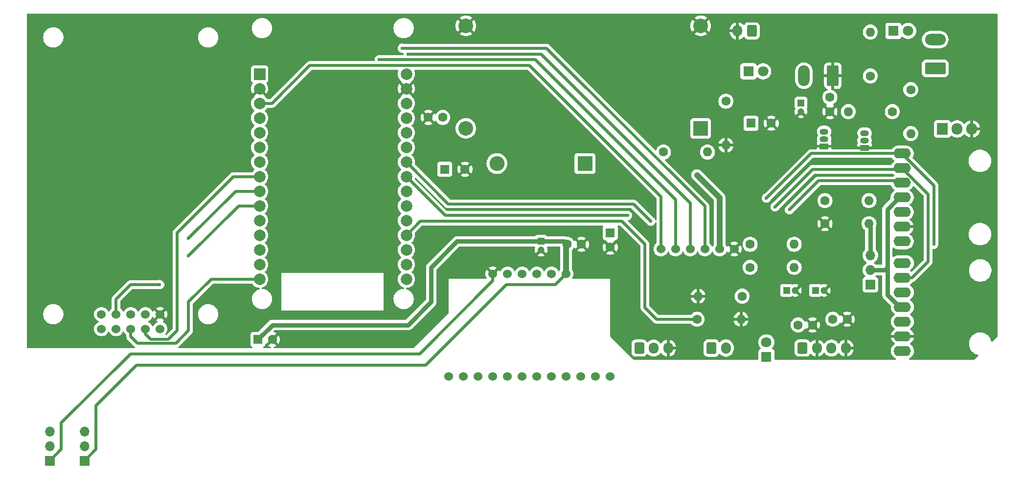
<source format=gbr>
%TF.GenerationSoftware,KiCad,Pcbnew,8.0.4*%
%TF.CreationDate,2024-10-15T19:25:35-05:00*%
%TF.ProjectId,touchboard,746f7563-6862-46f6-9172-642e6b696361,rev?*%
%TF.SameCoordinates,Original*%
%TF.FileFunction,Copper,L2,Bot*%
%TF.FilePolarity,Positive*%
%FSLAX46Y46*%
G04 Gerber Fmt 4.6, Leading zero omitted, Abs format (unit mm)*
G04 Created by KiCad (PCBNEW 8.0.4) date 2024-10-15 19:25:35*
%MOMM*%
%LPD*%
G01*
G04 APERTURE LIST*
G04 Aperture macros list*
%AMRoundRect*
0 Rectangle with rounded corners*
0 $1 Rounding radius*
0 $2 $3 $4 $5 $6 $7 $8 $9 X,Y pos of 4 corners*
0 Add a 4 corners polygon primitive as box body*
4,1,4,$2,$3,$4,$5,$6,$7,$8,$9,$2,$3,0*
0 Add four circle primitives for the rounded corners*
1,1,$1+$1,$2,$3*
1,1,$1+$1,$4,$5*
1,1,$1+$1,$6,$7*
1,1,$1+$1,$8,$9*
0 Add four rect primitives between the rounded corners*
20,1,$1+$1,$2,$3,$4,$5,0*
20,1,$1+$1,$4,$5,$6,$7,0*
20,1,$1+$1,$6,$7,$8,$9,0*
20,1,$1+$1,$8,$9,$2,$3,0*%
G04 Aperture macros list end*
%TA.AperFunction,ComponentPad*%
%ADD10C,1.524000*%
%TD*%
%TA.AperFunction,ComponentPad*%
%ADD11C,1.600000*%
%TD*%
%TA.AperFunction,ComponentPad*%
%ADD12O,1.600000X1.600000*%
%TD*%
%TA.AperFunction,ComponentPad*%
%ADD13R,1.200000X1.200000*%
%TD*%
%TA.AperFunction,ComponentPad*%
%ADD14C,1.200000*%
%TD*%
%TA.AperFunction,ComponentPad*%
%ADD15R,1.905000X2.000000*%
%TD*%
%TA.AperFunction,ComponentPad*%
%ADD16O,1.905000X2.000000*%
%TD*%
%TA.AperFunction,ComponentPad*%
%ADD17R,1.600000X1.600000*%
%TD*%
%TA.AperFunction,ComponentPad*%
%ADD18RoundRect,0.250000X0.600000X0.750000X-0.600000X0.750000X-0.600000X-0.750000X0.600000X-0.750000X0*%
%TD*%
%TA.AperFunction,ComponentPad*%
%ADD19O,1.700000X2.000000*%
%TD*%
%TA.AperFunction,ComponentPad*%
%ADD20R,1.700000X1.700000*%
%TD*%
%TA.AperFunction,ComponentPad*%
%ADD21O,1.700000X1.700000*%
%TD*%
%TA.AperFunction,ComponentPad*%
%ADD22R,2.000000X2.000000*%
%TD*%
%TA.AperFunction,ComponentPad*%
%ADD23C,2.000000*%
%TD*%
%TA.AperFunction,ComponentPad*%
%ADD24RoundRect,0.250000X-0.600000X-0.725000X0.600000X-0.725000X0.600000X0.725000X-0.600000X0.725000X0*%
%TD*%
%TA.AperFunction,ComponentPad*%
%ADD25O,1.700000X1.950000*%
%TD*%
%TA.AperFunction,ComponentPad*%
%ADD26R,2.540000X2.540000*%
%TD*%
%TA.AperFunction,ComponentPad*%
%ADD27C,2.540000*%
%TD*%
%TA.AperFunction,ComponentPad*%
%ADD28RoundRect,0.250000X1.550000X-0.750000X1.550000X0.750000X-1.550000X0.750000X-1.550000X-0.750000X0*%
%TD*%
%TA.AperFunction,ComponentPad*%
%ADD29O,3.600000X2.000000*%
%TD*%
%TA.AperFunction,ComponentPad*%
%ADD30O,3.000000X1.750000*%
%TD*%
%TA.AperFunction,ComponentPad*%
%ADD31RoundRect,0.250000X0.750000X1.550000X-0.750000X1.550000X-0.750000X-1.550000X0.750000X-1.550000X0*%
%TD*%
%TA.AperFunction,ComponentPad*%
%ADD32O,2.000000X3.600000*%
%TD*%
%TA.AperFunction,ComponentPad*%
%ADD33R,1.800000X1.800000*%
%TD*%
%TA.AperFunction,ComponentPad*%
%ADD34C,1.800000*%
%TD*%
%TA.AperFunction,ComponentPad*%
%ADD35RoundRect,0.250000X-0.600000X-0.750000X0.600000X-0.750000X0.600000X0.750000X-0.600000X0.750000X0*%
%TD*%
%TA.AperFunction,ComponentPad*%
%ADD36R,1.500000X1.050000*%
%TD*%
%TA.AperFunction,ComponentPad*%
%ADD37O,1.500000X1.050000*%
%TD*%
%TA.AperFunction,ComponentPad*%
%ADD38R,2.600000X2.600000*%
%TD*%
%TA.AperFunction,ComponentPad*%
%ADD39O,2.600000X2.600000*%
%TD*%
%TA.AperFunction,ViaPad*%
%ADD40C,1.200000*%
%TD*%
%TA.AperFunction,ViaPad*%
%ADD41C,0.600000*%
%TD*%
%TA.AperFunction,Conductor*%
%ADD42C,0.800000*%
%TD*%
%TA.AperFunction,Conductor*%
%ADD43C,0.500000*%
%TD*%
%TA.AperFunction,Conductor*%
%ADD44C,1.000000*%
%TD*%
G04 APERTURE END LIST*
D10*
%TO.P,U1,1,3V3*%
%TO.N,+3.3V*%
X135350000Y-88110000D03*
%TO.P,U1,2,IRQ*%
%TO.N,unconnected-(U1-IRQ-Pad2)*%
X132810000Y-88110000D03*
%TO.P,U1,3,SCL*%
%TO.N,I2C_SCL*%
X130270000Y-88110000D03*
%TO.P,U1,4,SDA*%
%TO.N,I2C_SDA*%
X127730000Y-88110000D03*
%TO.P,U1,5,ADD*%
%TO.N,I2C_ADD*%
X125190000Y-88110000D03*
%TO.P,U1,6,GND*%
%TO.N,GND*%
X122650000Y-88110000D03*
%TO.P,U1,7,ELE0*%
%TO.N,ELE0*%
X115030000Y-105890000D03*
%TO.P,U1,8,ELE1*%
%TO.N,ELE1*%
X117570000Y-105890000D03*
%TO.P,U1,9,ELE2*%
%TO.N,ELE2*%
X120110000Y-105890000D03*
%TO.P,U1,10,ELE3*%
%TO.N,ELE3*%
X122650000Y-105890000D03*
%TO.P,U1,11,ELE4*%
%TO.N,ELE4*%
X125190000Y-105890000D03*
%TO.P,U1,12,ELE5*%
%TO.N,ELE5*%
X127730000Y-105890000D03*
%TO.P,U1,13,ELE6*%
%TO.N,ELE6*%
X130270000Y-105890000D03*
%TO.P,U1,14,ELE7*%
%TO.N,ELE7*%
X132810000Y-105890000D03*
%TO.P,U1,15,ELE8*%
%TO.N,ELE8*%
X135350000Y-105890000D03*
%TO.P,U1,16,ELE9*%
%TO.N,ELE9*%
X137890000Y-105890000D03*
%TO.P,U1,17,ELE10*%
%TO.N,ELE10*%
X140430000Y-105890000D03*
%TO.P,U1,18,ELE11*%
%TO.N,ELE11*%
X142970000Y-105890000D03*
%TD*%
D11*
%TO.P,R3,1*%
%TO.N,+12V*%
X191810000Y-60000000D03*
D12*
%TO.P,R3,2*%
%TO.N,Net-(Q1-C)*%
X184190000Y-60000000D03*
%TD*%
D13*
%TO.P,C4,1*%
%TO.N,+12V*%
X176000000Y-58500000D03*
D14*
%TO.P,C4,2*%
%TO.N,GND*%
X176000000Y-60000000D03*
%TD*%
D11*
%TO.P,C35,1*%
%TO.N,+3.3V*%
X135500000Y-83000000D03*
%TO.P,C35,2*%
%TO.N,GND*%
X138000000Y-83000000D03*
%TD*%
D15*
%TO.P,Q3,1,G*%
%TO.N,Net-(Q2-C)*%
X200460000Y-63000000D03*
D16*
%TO.P,Q3,2,D*%
%TO.N,Net-(J3-Pin_2)*%
X203000000Y-63000000D03*
%TO.P,Q3,3,S*%
%TO.N,GND*%
X205540000Y-63000000D03*
%TD*%
D13*
%TO.P,C8,1*%
%TO.N,Net-(J4-Pin_3)*%
X178500000Y-91000000D03*
D14*
%TO.P,C8,2*%
%TO.N,GND*%
X180000000Y-91000000D03*
%TD*%
D11*
%TO.P,R1,1*%
%TO.N,Net-(D2-K)*%
X163000000Y-58190000D03*
D12*
%TO.P,R1,2*%
%TO.N,GND*%
X163000000Y-65810000D03*
%TD*%
D17*
%TO.P,C1,1*%
%TO.N,+12V*%
X167347349Y-62000000D03*
D11*
%TO.P,C1,2*%
%TO.N,GND*%
X170847349Y-62000000D03*
%TD*%
%TO.P,RG1,1*%
%TO.N,GND*%
X180143000Y-79420000D03*
D12*
%TO.P,RG1,2*%
%TO.N,Net-(JP1-B)*%
X187763000Y-79420000D03*
%TD*%
D17*
%TO.P,C33,1*%
%TO.N,+3.3V*%
X143000000Y-81000000D03*
D11*
%TO.P,C33,2*%
%TO.N,GND*%
X143000000Y-83500000D03*
%TD*%
D18*
%TO.P,J2,1,Pin_1*%
%TO.N,+5V*%
X167500000Y-46000000D03*
D19*
%TO.P,J2,2,Pin_2*%
%TO.N,GND*%
X165000000Y-46000000D03*
%TD*%
D20*
%TO.P,JP1,1,A*%
%TO.N,+5V*%
X188000000Y-90000000D03*
D21*
%TO.P,JP1,2,C*%
%TO.N,GAIN*%
X188000000Y-87460000D03*
%TO.P,JP1,3,B*%
%TO.N,Net-(JP1-B)*%
X188000000Y-84920000D03*
%TD*%
D11*
%TO.P,R2,1*%
%TO.N,LED_PWM1*%
X152190000Y-67000000D03*
D12*
%TO.P,R2,2*%
%TO.N,Net-(Q1-B)*%
X159810000Y-67000000D03*
%TD*%
D22*
%TO.P,U3,1,3V3*%
%TO.N,+3.3V*%
X82300000Y-53485000D03*
D23*
%TO.P,U3,2,GND*%
%TO.N,GND*%
X82300000Y-56025000D03*
%TO.P,U3,3,D15*%
%TO.N,HSPI_CS*%
X82300000Y-58565000D03*
%TO.P,U3,4,D2*%
%TO.N,STATUS_LED*%
X82300000Y-61105000D03*
%TO.P,U3,5,D4*%
%TO.N,LED_PWM1*%
X82300000Y-63645000D03*
%TO.P,U3,6,RX2*%
%TO.N,unconnected-(U3-RX2-Pad6)*%
X82300000Y-66185000D03*
%TO.P,U3,7,TX2*%
%TO.N,unconnected-(U3-TX2-Pad7)*%
X82300000Y-68725000D03*
%TO.P,U3,8,D5*%
%TO.N,VSPI_CS*%
X82300000Y-71265000D03*
%TO.P,U3,9,D18*%
%TO.N,VSPI_CLK*%
X82300000Y-73805000D03*
%TO.P,U3,10,D19*%
%TO.N,VSPI_MISO*%
X82300000Y-76345000D03*
%TO.P,U3,11,D21*%
%TO.N,I2C_SDA*%
X82300000Y-78885000D03*
%TO.P,U3,12,RX0*%
%TO.N,unconnected-(U3-RX0-Pad12)*%
X82300000Y-81425000D03*
%TO.P,U3,13,TX0*%
%TO.N,unconnected-(U3-TX0-Pad13)*%
X82300000Y-83965000D03*
%TO.P,U3,14,D22*%
%TO.N,I2C_SCL*%
X82300000Y-86505000D03*
%TO.P,U3,15,D23*%
%TO.N,VSPI_MOSI*%
X82300000Y-89045000D03*
%TO.P,U3,16,EN*%
%TO.N,unconnected-(U3-EN-Pad16)*%
X107700000Y-89045000D03*
%TO.P,U3,17,VP*%
%TO.N,unconnected-(U3-VP-Pad17)*%
X107700000Y-86505000D03*
%TO.P,U3,18,VN*%
%TO.N,unconnected-(U3-VN-Pad18)*%
X107700000Y-83965000D03*
%TO.P,U3,19,D34*%
%TO.N,BTN1*%
X107700000Y-81425000D03*
%TO.P,U3,20,D35*%
%TO.N,POT_GAIN*%
X107700000Y-78885000D03*
%TO.P,U3,21,D32*%
%TO.N,BCLK*%
X107700000Y-76345000D03*
%TO.P,U3,22,D33*%
%TO.N,LRC*%
X107700000Y-73805000D03*
%TO.P,U3,23,D25*%
%TO.N,DAC1*%
X107700000Y-71265000D03*
%TO.P,U3,24,D26*%
%TO.N,DAC2*%
X107700000Y-68725000D03*
%TO.P,U3,25,D27*%
%TO.N,DIN*%
X107700000Y-66185000D03*
%TO.P,U3,26,D14*%
%TO.N,HSPI_CLK*%
X107700000Y-63645000D03*
%TO.P,U3,27,D12*%
%TO.N,HSPI_MISO*%
X107700000Y-61105000D03*
%TO.P,U3,28,D13*%
%TO.N,HSPI_MOSI*%
X107700000Y-58565000D03*
%TO.P,U3,29,GND*%
%TO.N,GND*%
X107700000Y-56025000D03*
%TO.P,U3,30,VIN*%
%TO.N,+5V*%
X107700000Y-53485000D03*
%TD*%
D11*
%TO.P,R6,1*%
%TO.N,BTN1*%
X158000000Y-96000000D03*
D12*
%TO.P,R6,2*%
%TO.N,GND*%
X165620000Y-96000000D03*
%TD*%
D24*
%TO.P,J4,1,Pin_1*%
%TO.N,Net-(J4-Pin_1)*%
X176250000Y-101000000D03*
D25*
%TO.P,J4,2,Pin_2*%
%TO.N,GND*%
X178750000Y-101000000D03*
%TO.P,J4,3,Pin_3*%
%TO.N,Net-(J4-Pin_3)*%
X181250000Y-101000000D03*
%TO.P,J4,4,Pin_4*%
%TO.N,GND*%
X183750000Y-101000000D03*
%TD*%
D26*
%TO.P,U2,1,Vin*%
%TO.N,+12V*%
X158640000Y-62890000D03*
D27*
%TO.P,U2,2,GND*%
%TO.N,GND*%
X158640000Y-45110000D03*
%TO.P,U2,3,GND*%
X118000000Y-45110000D03*
%TO.P,U2,4,Vout*%
%TO.N,Net-(D1-A)*%
X118000000Y-62890000D03*
%TD*%
D10*
%TO.P,U7,1,CS*%
%TO.N,HSPI_CS*%
X151750000Y-83825000D03*
%TO.P,U7,2,SCK*%
%TO.N,HSPI_CLK*%
X154290000Y-83825000D03*
%TO.P,U7,3,MOSI*%
%TO.N,HSPI_MOSI*%
X156830000Y-83825000D03*
%TO.P,U7,4,MISO*%
%TO.N,HSPI_MISO*%
X159370000Y-83825000D03*
%TO.P,U7,5,VCC*%
%TO.N,+5V*%
X161910000Y-83825000D03*
%TO.P,U7,6,GND*%
%TO.N,GND*%
X164450000Y-83825000D03*
%TD*%
D28*
%TO.P,J3,1,Pin_1*%
%TO.N,+12V*%
X199222500Y-52500000D03*
D29*
%TO.P,J3,2,Pin_2*%
%TO.N,Net-(J3-Pin_2)*%
X199222500Y-47500000D03*
%TD*%
D11*
%TO.P,R8,1*%
%TO.N,DAC2*%
X167190000Y-83000000D03*
D12*
%TO.P,R8,2*%
%TO.N,Net-(J4-Pin_3)*%
X174810000Y-83000000D03*
%TD*%
D11*
%TO.P,RSD1,1*%
%TO.N,+5V*%
X180143000Y-75420000D03*
D12*
%TO.P,RSD1,2*%
%TO.N,Net-(U4-~{SD_MODE})*%
X187763000Y-75420000D03*
%TD*%
D11*
%TO.P,R10,1*%
%TO.N,Net-(D3-K)*%
X165810000Y-92000000D03*
D12*
%TO.P,R10,2*%
%TO.N,GND*%
X158190000Y-92000000D03*
%TD*%
D30*
%TO.P,U4,1,Vin*%
%TO.N,+5V*%
X193499000Y-82500000D03*
%TO.P,U4,2,GND*%
%TO.N,GND*%
X193499000Y-79960000D03*
%TO.P,U4,3,~{SD_MODE}*%
%TO.N,Net-(U4-~{SD_MODE})*%
X193499000Y-77420000D03*
%TO.P,U4,4,GAIN*%
%TO.N,GAIN*%
X193499000Y-74880000D03*
%TO.P,U4,5,DIN*%
%TO.N,DIN*%
X193499000Y-72340000D03*
%TO.P,U4,6,BCLK*%
%TO.N,BCLK*%
X193499000Y-69800000D03*
%TO.P,U4,7,LRC*%
%TO.N,LRC*%
X193499000Y-67260000D03*
%TD*%
%TO.P,U5,1,Vin*%
%TO.N,+5V*%
X193546000Y-101500000D03*
%TO.P,U5,2,GND*%
%TO.N,GND*%
X193546000Y-98960000D03*
%TO.P,U5,3,~{SD_MODE}*%
%TO.N,+5V*%
X193546000Y-96420000D03*
%TO.P,U5,4,GAIN*%
%TO.N,GAIN*%
X193546000Y-93880000D03*
%TO.P,U5,5,DIN*%
%TO.N,DIN*%
X193546000Y-91340000D03*
%TO.P,U5,6,BCLK*%
%TO.N,BCLK*%
X193546000Y-88800000D03*
%TO.P,U5,7,LRC*%
%TO.N,LRC*%
X193546000Y-86260000D03*
%TD*%
D11*
%TO.P,C9,1*%
%TO.N,Net-(J4-Pin_3)*%
X181500000Y-96000000D03*
%TO.P,C9,2*%
%TO.N,GND*%
X184000000Y-96000000D03*
%TD*%
D31*
%TO.P,J1,1,Pin_1*%
%TO.N,GND*%
X181500000Y-53777500D03*
D32*
%TO.P,J1,2,Pin_2*%
%TO.N,+12V*%
X176500000Y-53777500D03*
%TD*%
D10*
%TO.P,U6,1,CLKOUT*%
%TO.N,unconnected-(U6-CLKOUT-Pad1)*%
X54920000Y-97670000D03*
%TO.P,U6,2,WOL*%
%TO.N,unconnected-(U6-WOL-Pad2)*%
X57460000Y-97670000D03*
%TO.P,U6,3,MOSI*%
%TO.N,VSPI_MOSI*%
X60000000Y-97670000D03*
%TO.P,U6,4,CS*%
%TO.N,VSPI_CS*%
X62540000Y-97670000D03*
%TO.P,U6,5,VCC*%
%TO.N,+3.3V*%
X65080000Y-97670000D03*
%TO.P,U6,6,INT*%
%TO.N,unconnected-(U6-INT-Pad6)*%
X54920000Y-95130000D03*
%TO.P,U6,7,MISO*%
%TO.N,VSPI_MISO*%
X57460000Y-95130000D03*
%TO.P,U6,8,SCK*%
%TO.N,VSPI_CLK*%
X60000000Y-95130000D03*
%TO.P,U6,9,RESET*%
%TO.N,unconnected-(U6-RESET-Pad9)*%
X62540000Y-95130000D03*
%TO.P,U6,10,GND*%
%TO.N,GND*%
X65080000Y-95130000D03*
%TD*%
D33*
%TO.P,D3,1,K*%
%TO.N,Net-(D3-K)*%
X170000000Y-102540000D03*
D34*
%TO.P,D3,2,A*%
%TO.N,BTN1*%
X170000000Y-100000000D03*
%TD*%
D13*
%TO.P,C34,1*%
%TO.N,+3.3V*%
X131000000Y-82500000D03*
D14*
%TO.P,C34,2*%
%TO.N,GND*%
X131000000Y-84000000D03*
%TD*%
D33*
%TO.P,D4,1,K*%
%TO.N,Net-(D4-K)*%
X192000000Y-46000000D03*
D34*
%TO.P,D4,2,A*%
%TO.N,+12V*%
X194540000Y-46000000D03*
%TD*%
D35*
%TO.P,J8,1,Pin_1*%
%TO.N,BTN1*%
X160500000Y-101000000D03*
D19*
%TO.P,J8,2,Pin_2*%
%TO.N,+3.3V*%
X163000000Y-101000000D03*
%TD*%
D11*
%TO.P,R4,1*%
%TO.N,+12V*%
X195000000Y-56190000D03*
D12*
%TO.P,R4,2*%
%TO.N,Net-(Q2-C)*%
X195000000Y-63810000D03*
%TD*%
D17*
%TO.P,C32,1*%
%TO.N,+3.3V*%
X82000000Y-99500000D03*
D11*
%TO.P,C32,2*%
%TO.N,GND*%
X84500000Y-99500000D03*
%TD*%
%TO.P,C2,1*%
%TO.N,+5V*%
X114000000Y-61000000D03*
%TO.P,C2,2*%
%TO.N,GND*%
X111500000Y-61000000D03*
%TD*%
D36*
%TO.P,Q2,1,E*%
%TO.N,GND*%
X187000000Y-66270000D03*
D37*
%TO.P,Q2,2,B*%
%TO.N,Net-(Q1-C)*%
X187000000Y-65000000D03*
%TO.P,Q2,3,C*%
%TO.N,Net-(Q2-C)*%
X187000000Y-63730000D03*
%TD*%
D17*
%TO.P,C3,1*%
%TO.N,+5V*%
X114347349Y-70000000D03*
D11*
%TO.P,C3,2*%
%TO.N,GND*%
X117847349Y-70000000D03*
%TD*%
%TO.P,C7,1*%
%TO.N,Net-(J4-Pin_1)*%
X175500000Y-97000000D03*
%TO.P,C7,2*%
%TO.N,GND*%
X178000000Y-97000000D03*
%TD*%
D20*
%TO.P,JP3,1,A*%
%TO.N,+3.3V*%
X52000000Y-120540000D03*
D21*
%TO.P,JP3,2,C*%
%TO.N,SVCC*%
X52000000Y-118000000D03*
%TO.P,JP3,3,B*%
%TO.N,unconnected-(JP3-B-Pad3)*%
X52000000Y-115460000D03*
%TD*%
D38*
%TO.P,D1,1,K*%
%TO.N,+5V*%
X138620000Y-69000000D03*
D39*
%TO.P,D1,2,A*%
%TO.N,Net-(D1-A)*%
X123380000Y-69000000D03*
%TD*%
D11*
%TO.P,C5,1*%
%TO.N,+12V*%
X181000000Y-57500000D03*
%TO.P,C5,2*%
%TO.N,GND*%
X181000000Y-60000000D03*
%TD*%
%TO.P,R7,1*%
%TO.N,DAC1*%
X167190000Y-87000000D03*
D12*
%TO.P,R7,2*%
%TO.N,Net-(J4-Pin_1)*%
X174810000Y-87000000D03*
%TD*%
D11*
%TO.P,R5,1*%
%TO.N,Net-(J3-Pin_2)*%
X188000000Y-53810000D03*
D12*
%TO.P,R5,2*%
%TO.N,Net-(D4-K)*%
X188000000Y-46190000D03*
%TD*%
D13*
%TO.P,C6,1*%
%TO.N,Net-(J4-Pin_1)*%
X173500000Y-91000000D03*
D14*
%TO.P,C6,2*%
%TO.N,GND*%
X175000000Y-91000000D03*
%TD*%
D33*
%TO.P,D2,1,K*%
%TO.N,Net-(D2-K)*%
X166905000Y-53000000D03*
D34*
%TO.P,D2,2,A*%
%TO.N,+5V*%
X169445000Y-53000000D03*
%TD*%
D20*
%TO.P,JP2,1,A*%
%TO.N,GND*%
X46000000Y-120540000D03*
D21*
%TO.P,JP2,2,C*%
%TO.N,SGND*%
X46000000Y-118000000D03*
%TO.P,JP2,3,B*%
%TO.N,unconnected-(JP2-B-Pad3)*%
X46000000Y-115460000D03*
%TD*%
D24*
%TO.P,J5,1,Pin_1*%
%TO.N,+3.3V*%
X148000000Y-101000000D03*
D25*
%TO.P,J5,2,Pin_2*%
%TO.N,POT_GAIN*%
X150500000Y-101000000D03*
%TO.P,J5,3,Pin_3*%
%TO.N,GND*%
X153000000Y-101000000D03*
%TD*%
D36*
%TO.P,Q1,1,E*%
%TO.N,GND*%
X180000000Y-66000000D03*
D37*
%TO.P,Q1,2,B*%
%TO.N,Net-(Q1-B)*%
X180000000Y-64730000D03*
%TO.P,Q1,3,C*%
%TO.N,Net-(Q1-C)*%
X180000000Y-63460000D03*
%TD*%
D40*
%TO.N,GND*%
X51000000Y-94000000D03*
X151000000Y-60000000D03*
X102000000Y-45000000D03*
X107000000Y-100000000D03*
X199000000Y-67000000D03*
X44000000Y-99000000D03*
D41*
X196000000Y-84000000D03*
D40*
X145000000Y-88000000D03*
X122000000Y-59000000D03*
X117000000Y-86000000D03*
X153427717Y-87867390D03*
X208000000Y-58000000D03*
X44000000Y-45000000D03*
X44000000Y-69000000D03*
X79000000Y-69000000D03*
X79000000Y-45000000D03*
X198000000Y-45000000D03*
X208670183Y-84489692D03*
X179000000Y-46000000D03*
X145000000Y-98000000D03*
X208000000Y-45000000D03*
X111000000Y-82000000D03*
D41*
X191000000Y-95000000D03*
D40*
X44000000Y-91000000D03*
X87000000Y-85000000D03*
X201000000Y-102000000D03*
D41*
%TO.N,HSPI_CLK*%
X103000000Y-51000000D03*
%TO.N,HSPI_MOSI*%
X108000000Y-50000000D03*
%TO.N,VSPI_CLK*%
X70000000Y-82000000D03*
%TO.N,HSPI_MISO*%
X107000000Y-49000000D03*
%TO.N,VSPI_MISO*%
X65000000Y-90000000D03*
X70000000Y-85000000D03*
%TO.N,DIN*%
X174000000Y-77000000D03*
%TO.N,BCLK*%
X171500000Y-76500000D03*
%TO.N,LRC*%
X199000000Y-83000000D03*
X170000000Y-75000000D03*
%TO.N,+5V*%
X158000000Y-71000000D03*
%TO.N,DAC1*%
X146000000Y-78000000D03*
%TO.N,DAC2*%
X150000000Y-79000000D03*
%TD*%
D42*
%TO.N,GAIN*%
X190953000Y-76926000D02*
X192999000Y-74880000D01*
X192999000Y-74880000D02*
X192999000Y-75220000D01*
X188000000Y-87460000D02*
X190493000Y-87460000D01*
X190493000Y-87460000D02*
X190953000Y-87000000D01*
X190953000Y-87000000D02*
X190953000Y-91787000D01*
X190953000Y-87000000D02*
X190953000Y-76926000D01*
X190953000Y-91787000D02*
X193046000Y-93880000D01*
D43*
%TO.N,GND*%
X46000000Y-120540000D02*
X48000000Y-118540000D01*
X60000000Y-102000000D02*
X110000000Y-102000000D01*
X48000000Y-114000000D02*
X60000000Y-102000000D01*
X122650000Y-89350000D02*
X122650000Y-88110000D01*
X110000000Y-102000000D02*
X122650000Y-89350000D01*
X48000000Y-118540000D02*
X48000000Y-114000000D01*
%TO.N,+3.3V*%
X52000000Y-120540000D02*
X54000000Y-118540000D01*
D42*
X131000000Y-82500000D02*
X135000000Y-82500000D01*
X112000000Y-87000000D02*
X112000000Y-93000000D01*
X131000000Y-82500000D02*
X116500000Y-82500000D01*
X84500000Y-97000000D02*
X82000000Y-99500000D01*
X135000000Y-82500000D02*
X135500000Y-83000000D01*
D43*
X125000000Y-90000000D02*
X133460000Y-90000000D01*
X54000000Y-111000000D02*
X61000000Y-104000000D01*
D44*
X135500000Y-83000000D02*
X135350000Y-83150000D01*
D43*
X133460000Y-90000000D02*
X135350000Y-88110000D01*
X61000000Y-104000000D02*
X111000000Y-104000000D01*
X54000000Y-118540000D02*
X54000000Y-111000000D01*
D42*
X108000000Y-97000000D02*
X84500000Y-97000000D01*
X112000000Y-93000000D02*
X108000000Y-97000000D01*
X116500000Y-82500000D02*
X112000000Y-87000000D01*
D43*
X111000000Y-104000000D02*
X125000000Y-90000000D01*
D44*
X135350000Y-83150000D02*
X135350000Y-88110000D01*
D43*
%TO.N,HSPI_CLK*%
X130000000Y-51000000D02*
X154290000Y-75290000D01*
X154290000Y-75290000D02*
X154290000Y-83825000D01*
X103000000Y-51000000D02*
X130000000Y-51000000D01*
%TO.N,VSPI_CS*%
X62540000Y-98540000D02*
X63465560Y-99465560D01*
X77735000Y-71265000D02*
X82300000Y-71265000D01*
X68000000Y-81000000D02*
X77735000Y-71265000D01*
X66534440Y-99465560D02*
X68000000Y-98000000D01*
X63465560Y-99465560D02*
X66534440Y-99465560D01*
X62540000Y-97670000D02*
X62540000Y-98540000D01*
X68000000Y-98000000D02*
X68000000Y-81000000D01*
%TO.N,VSPI_MOSI*%
X70000000Y-98000000D02*
X70000000Y-93000000D01*
X70000000Y-93000000D02*
X73955000Y-89045000D01*
X61165560Y-100165560D02*
X67834440Y-100165560D01*
X60000000Y-99000000D02*
X61165560Y-100165560D01*
X67834440Y-100165560D02*
X70000000Y-98000000D01*
X73955000Y-89045000D02*
X82300000Y-89045000D01*
X60000000Y-97670000D02*
X60000000Y-99000000D01*
%TO.N,HSPI_MOSI*%
X131000000Y-50000000D02*
X156830000Y-75830000D01*
X156830000Y-75830000D02*
X156830000Y-83825000D01*
X108000000Y-50000000D02*
X131000000Y-50000000D01*
%TO.N,HSPI_CS*%
X84435000Y-58565000D02*
X82300000Y-58565000D01*
X151750000Y-83825000D02*
X151750000Y-74750000D01*
X129000000Y-52000000D02*
X91000000Y-52000000D01*
X91000000Y-52000000D02*
X84435000Y-58565000D01*
X151750000Y-74750000D02*
X129000000Y-52000000D01*
%TO.N,VSPI_CLK*%
X82300000Y-73805000D02*
X78195000Y-73805000D01*
X78195000Y-73805000D02*
X70000000Y-82000000D01*
%TO.N,HSPI_MISO*%
X107000000Y-49000000D02*
X131984925Y-49000000D01*
X131984925Y-49000000D02*
X159370000Y-76385075D01*
X159370000Y-76385075D02*
X159370000Y-83825000D01*
%TO.N,VSPI_MISO*%
X65000000Y-90000000D02*
X60000000Y-90000000D01*
X78655000Y-76345000D02*
X70000000Y-85000000D01*
X57460000Y-92540000D02*
X57460000Y-95130000D01*
X60000000Y-90000000D02*
X57460000Y-92540000D01*
X82300000Y-76345000D02*
X78655000Y-76345000D01*
%TO.N,DIN*%
X192999000Y-72340000D02*
X192999000Y-72680000D01*
X174000000Y-77000000D02*
X179000000Y-72000000D01*
X192659000Y-72000000D02*
X192999000Y-72340000D01*
X179000000Y-72000000D02*
X192659000Y-72000000D01*
%TO.N,BCLK*%
X192999000Y-69800000D02*
X193457833Y-69800000D01*
X198000000Y-86000000D02*
X195200000Y-88800000D01*
X193457833Y-69800000D02*
X198000000Y-74342167D01*
X195200000Y-88800000D02*
X193046000Y-88800000D01*
X192799000Y-70000000D02*
X192999000Y-69800000D01*
X178000000Y-70000000D02*
X192799000Y-70000000D01*
X171500000Y-76500000D02*
X178000000Y-70000000D01*
X198000000Y-74342167D02*
X198000000Y-86000000D01*
%TO.N,LRC*%
X170000000Y-75000000D02*
X177740000Y-67260000D01*
X177740000Y-67260000D02*
X192659000Y-67260000D01*
X192659000Y-67260000D02*
X192999000Y-67600000D01*
X199000000Y-83000000D02*
X199000000Y-72802167D01*
X199000000Y-72802167D02*
X193457833Y-67260000D01*
X193457833Y-67260000D02*
X192999000Y-67260000D01*
%TO.N,BTN1*%
X151000000Y-96000000D02*
X158000000Y-96000000D01*
X149000000Y-94000000D02*
X151000000Y-96000000D01*
X149000000Y-83000000D02*
X149000000Y-94000000D01*
X110125000Y-79000000D02*
X145000000Y-79000000D01*
X107700000Y-81425000D02*
X110125000Y-79000000D01*
X145000000Y-79000000D02*
X149000000Y-83000000D01*
D44*
%TO.N,+5V*%
X161910000Y-74910000D02*
X158000000Y-71000000D01*
X161910000Y-83825000D02*
X161910000Y-74910000D01*
D43*
%TO.N,DAC1*%
X114435000Y-78000000D02*
X107700000Y-71265000D01*
X146000000Y-78000000D02*
X114435000Y-78000000D01*
%TO.N,DAC2*%
X147000000Y-76000000D02*
X114975000Y-76000000D01*
X114975000Y-76000000D02*
X107700000Y-68725000D01*
X150000000Y-79000000D02*
X147000000Y-76000000D01*
D42*
%TO.N,Net-(JP1-B)*%
X188000000Y-84920000D02*
X188000000Y-79657000D01*
X188000000Y-79657000D02*
X187763000Y-79420000D01*
X187358000Y-79420000D02*
X187763000Y-79420000D01*
%TD*%
%TA.AperFunction,Conductor*%
%TO.N,GND*%
G36*
X209943039Y-43019685D02*
G01*
X209988794Y-43072489D01*
X210000000Y-43124000D01*
X210000000Y-98948637D01*
X209980315Y-99015676D01*
X209963681Y-99036318D01*
X209131107Y-99868891D01*
X209069784Y-99902376D01*
X209000092Y-99897392D01*
X208944159Y-99855520D01*
X208923653Y-99813308D01*
X208866950Y-99601687D01*
X208851830Y-99565185D01*
X208813646Y-99473000D01*
X208769104Y-99365465D01*
X208769102Y-99365462D01*
X208769100Y-99365457D01*
X208641265Y-99144042D01*
X208641261Y-99144035D01*
X208571920Y-99053668D01*
X208485611Y-98941188D01*
X208485605Y-98941181D01*
X208304818Y-98760394D01*
X208304811Y-98760388D01*
X208101973Y-98604745D01*
X208101971Y-98604743D01*
X208101965Y-98604739D01*
X208101960Y-98604736D01*
X208101957Y-98604734D01*
X207880542Y-98476899D01*
X207880531Y-98476894D01*
X207644322Y-98379053D01*
X207644315Y-98379051D01*
X207644313Y-98379050D01*
X207397340Y-98312874D01*
X207337274Y-98304966D01*
X207143850Y-98279500D01*
X207143843Y-98279500D01*
X206888157Y-98279500D01*
X206888149Y-98279500D01*
X206662826Y-98309165D01*
X206634660Y-98312874D01*
X206388971Y-98378706D01*
X206387687Y-98379050D01*
X206387677Y-98379053D01*
X206151468Y-98476894D01*
X206151457Y-98476899D01*
X205930042Y-98604734D01*
X205930026Y-98604745D01*
X205727188Y-98760388D01*
X205727181Y-98760394D01*
X205546394Y-98941181D01*
X205546388Y-98941188D01*
X205390745Y-99144026D01*
X205390734Y-99144042D01*
X205262899Y-99365457D01*
X205262894Y-99365468D01*
X205165053Y-99601677D01*
X205165050Y-99601687D01*
X205098874Y-99848660D01*
X205095704Y-99872741D01*
X205065500Y-100102149D01*
X205065500Y-100357850D01*
X205077742Y-100450829D01*
X205098874Y-100611340D01*
X205165050Y-100858312D01*
X205165053Y-100858322D01*
X205262894Y-101094531D01*
X205262899Y-101094542D01*
X205390734Y-101315957D01*
X205390745Y-101315973D01*
X205546388Y-101518811D01*
X205546394Y-101518818D01*
X205727181Y-101699605D01*
X205727187Y-101699610D01*
X205930035Y-101855261D01*
X205930042Y-101855265D01*
X206151457Y-101983100D01*
X206151462Y-101983102D01*
X206151465Y-101983104D01*
X206387687Y-102080950D01*
X206599306Y-102137653D01*
X206658964Y-102174016D01*
X206689493Y-102236863D01*
X206681198Y-102306238D01*
X206654891Y-102345107D01*
X206036319Y-102963681D01*
X205974996Y-102997166D01*
X205948638Y-103000000D01*
X194773382Y-103000000D01*
X194706343Y-102980315D01*
X194660588Y-102927511D01*
X194650644Y-102858353D01*
X194679669Y-102794797D01*
X194717087Y-102765515D01*
X194751246Y-102748109D01*
X194891919Y-102676433D01*
X195067078Y-102549172D01*
X195220172Y-102396078D01*
X195347433Y-102220919D01*
X195445726Y-102028009D01*
X195512630Y-101822097D01*
X195546500Y-101608254D01*
X195546500Y-101391746D01*
X195512630Y-101177903D01*
X195473977Y-101058941D01*
X195445727Y-100971993D01*
X195445726Y-100971990D01*
X195387803Y-100858312D01*
X195347433Y-100779081D01*
X195220172Y-100603922D01*
X195067078Y-100450828D01*
X194900784Y-100330007D01*
X194858120Y-100274679D01*
X194852141Y-100205065D01*
X194884747Y-100143270D01*
X194900786Y-100129373D01*
X195066749Y-100008793D01*
X195066755Y-100008788D01*
X195219788Y-99855755D01*
X195219788Y-99855754D01*
X195347005Y-99680657D01*
X195445263Y-99487817D01*
X195445264Y-99487814D01*
X195512142Y-99281983D01*
X195512142Y-99281980D01*
X195523543Y-99210000D01*
X193479012Y-99210000D01*
X193511925Y-99152993D01*
X193546000Y-99025826D01*
X193546000Y-98894174D01*
X193511925Y-98767007D01*
X193479012Y-98710000D01*
X195523543Y-98710000D01*
X195512142Y-98638019D01*
X195512142Y-98638016D01*
X195445264Y-98432185D01*
X195445263Y-98432182D01*
X195347005Y-98239342D01*
X195219788Y-98064245D01*
X195219788Y-98064244D01*
X195066755Y-97911211D01*
X194900785Y-97790626D01*
X194858120Y-97735296D01*
X194852141Y-97665682D01*
X194884747Y-97603887D01*
X194900780Y-97589994D01*
X195067078Y-97469172D01*
X195220172Y-97316078D01*
X195347433Y-97140919D01*
X195445726Y-96948009D01*
X195512630Y-96742097D01*
X195546500Y-96528254D01*
X195546500Y-96311746D01*
X195512630Y-96097903D01*
X195479178Y-95994947D01*
X195445727Y-95891993D01*
X195445726Y-95891990D01*
X195385469Y-95773730D01*
X195347433Y-95699081D01*
X195220172Y-95523922D01*
X195067078Y-95370828D01*
X194901208Y-95250316D01*
X194858545Y-95194988D01*
X194852566Y-95125375D01*
X194885172Y-95063580D01*
X194901205Y-95049686D01*
X195067078Y-94929172D01*
X195220172Y-94776078D01*
X195347433Y-94600919D01*
X195445726Y-94408009D01*
X195512630Y-94202097D01*
X195546500Y-93988254D01*
X195546500Y-93771746D01*
X195512630Y-93557903D01*
X195454664Y-93379500D01*
X195445727Y-93351993D01*
X195445726Y-93351990D01*
X195381908Y-93226741D01*
X195347433Y-93159081D01*
X195220172Y-92983922D01*
X195067078Y-92830828D01*
X194901208Y-92710316D01*
X194858545Y-92654988D01*
X194852566Y-92585375D01*
X194885172Y-92523580D01*
X194901205Y-92509686D01*
X195067078Y-92389172D01*
X195220172Y-92236078D01*
X195347433Y-92060919D01*
X195445726Y-91868009D01*
X195512630Y-91662097D01*
X195546500Y-91448254D01*
X195546500Y-91231746D01*
X195512630Y-91017903D01*
X195473629Y-90897870D01*
X195445727Y-90811993D01*
X195445726Y-90811990D01*
X195383600Y-90690063D01*
X195347433Y-90619081D01*
X195220172Y-90443922D01*
X195067078Y-90290828D01*
X194901208Y-90170316D01*
X194858545Y-90114988D01*
X194852566Y-90045375D01*
X194885172Y-89983580D01*
X194901205Y-89969686D01*
X195067078Y-89849172D01*
X195220172Y-89696078D01*
X195306202Y-89577667D01*
X195361531Y-89535001D01*
X195382322Y-89528936D01*
X195418913Y-89521658D01*
X195555495Y-89465084D01*
X195627385Y-89417049D01*
X195678416Y-89382952D01*
X197659219Y-87402149D01*
X205065500Y-87402149D01*
X205065500Y-87657850D01*
X205089368Y-87839139D01*
X205098874Y-87911340D01*
X205157616Y-88130567D01*
X205165050Y-88158312D01*
X205165053Y-88158322D01*
X205262894Y-88394531D01*
X205262899Y-88394542D01*
X205390734Y-88615957D01*
X205390745Y-88615973D01*
X205546388Y-88818811D01*
X205546394Y-88818818D01*
X205727181Y-88999605D01*
X205727188Y-88999611D01*
X205860775Y-89102116D01*
X205930035Y-89155261D01*
X205930042Y-89155265D01*
X206151457Y-89283100D01*
X206151462Y-89283102D01*
X206151465Y-89283104D01*
X206194414Y-89300894D01*
X206378930Y-89377323D01*
X206387687Y-89380950D01*
X206634660Y-89447126D01*
X206888157Y-89480500D01*
X206888164Y-89480500D01*
X207143836Y-89480500D01*
X207143843Y-89480500D01*
X207397340Y-89447126D01*
X207644313Y-89380950D01*
X207880535Y-89283104D01*
X208101965Y-89155261D01*
X208304813Y-88999610D01*
X208485610Y-88818813D01*
X208641261Y-88615965D01*
X208769104Y-88394535D01*
X208866950Y-88158313D01*
X208933126Y-87911340D01*
X208966500Y-87657843D01*
X208966500Y-87402157D01*
X208933126Y-87148660D01*
X208866950Y-86901687D01*
X208769104Y-86665465D01*
X208769102Y-86665462D01*
X208769100Y-86665457D01*
X208641265Y-86444042D01*
X208641261Y-86444035D01*
X208524274Y-86291575D01*
X208485611Y-86241188D01*
X208485605Y-86241181D01*
X208304818Y-86060394D01*
X208304811Y-86060388D01*
X208101973Y-85904745D01*
X208101971Y-85904743D01*
X208101965Y-85904739D01*
X208101960Y-85904736D01*
X208101957Y-85904734D01*
X207880542Y-85776899D01*
X207880531Y-85776894D01*
X207644322Y-85679053D01*
X207644315Y-85679051D01*
X207644313Y-85679050D01*
X207397340Y-85612874D01*
X207341007Y-85605457D01*
X207143850Y-85579500D01*
X207143843Y-85579500D01*
X206888157Y-85579500D01*
X206888149Y-85579500D01*
X206662826Y-85609165D01*
X206634660Y-85612874D01*
X206541747Y-85637770D01*
X206387687Y-85679050D01*
X206387677Y-85679053D01*
X206151468Y-85776894D01*
X206151457Y-85776899D01*
X205930042Y-85904734D01*
X205930026Y-85904745D01*
X205727188Y-86060388D01*
X205727181Y-86060394D01*
X205546394Y-86241181D01*
X205546388Y-86241188D01*
X205390745Y-86444026D01*
X205390734Y-86444042D01*
X205262899Y-86665457D01*
X205262894Y-86665468D01*
X205165053Y-86901677D01*
X205165051Y-86901682D01*
X205165050Y-86901687D01*
X205098874Y-87148660D01*
X205098874Y-87148661D01*
X205065500Y-87402149D01*
X197659219Y-87402149D01*
X198582952Y-86478416D01*
X198632186Y-86404729D01*
X198665084Y-86355495D01*
X198721658Y-86218913D01*
X198736758Y-86143002D01*
X198750500Y-86073920D01*
X198750500Y-83916209D01*
X198770185Y-83849170D01*
X198822989Y-83803415D01*
X198888384Y-83792989D01*
X198999997Y-83805565D01*
X199000000Y-83805565D01*
X199000004Y-83805565D01*
X199179249Y-83785369D01*
X199179252Y-83785368D01*
X199179255Y-83785368D01*
X199349522Y-83725789D01*
X199502262Y-83629816D01*
X199629816Y-83502262D01*
X199725789Y-83349522D01*
X199785368Y-83179255D01*
X199789065Y-83146447D01*
X199805565Y-83000003D01*
X199805565Y-82999996D01*
X199789256Y-82855254D01*
X199785368Y-82820745D01*
X199757458Y-82740982D01*
X199750500Y-82700028D01*
X199750500Y-81102149D01*
X205018500Y-81102149D01*
X205018500Y-81357850D01*
X205036918Y-81497738D01*
X205051874Y-81611340D01*
X205118050Y-81858312D01*
X205118053Y-81858322D01*
X205215894Y-82094531D01*
X205215899Y-82094542D01*
X205343734Y-82315957D01*
X205343745Y-82315973D01*
X205499388Y-82518811D01*
X205499394Y-82518818D01*
X205680181Y-82699605D01*
X205680188Y-82699611D01*
X205776352Y-82773400D01*
X205883035Y-82855261D01*
X205883042Y-82855265D01*
X206104457Y-82983100D01*
X206104462Y-82983102D01*
X206104465Y-82983104D01*
X206340687Y-83080950D01*
X206587660Y-83147126D01*
X206829760Y-83178999D01*
X206836751Y-83179920D01*
X206841157Y-83180500D01*
X206841164Y-83180500D01*
X207096836Y-83180500D01*
X207096843Y-83180500D01*
X207350340Y-83147126D01*
X207597313Y-83080950D01*
X207833535Y-82983104D01*
X208054965Y-82855261D01*
X208257813Y-82699610D01*
X208438610Y-82518813D01*
X208594261Y-82315965D01*
X208722104Y-82094535D01*
X208819950Y-81858313D01*
X208886126Y-81611340D01*
X208919500Y-81357843D01*
X208919500Y-81102157D01*
X208886126Y-80848660D01*
X208819950Y-80601687D01*
X208722104Y-80365465D01*
X208722102Y-80365462D01*
X208722100Y-80365457D01*
X208598934Y-80152129D01*
X208594261Y-80144035D01*
X208451254Y-79957665D01*
X208438611Y-79941188D01*
X208438605Y-79941181D01*
X208257818Y-79760394D01*
X208257811Y-79760388D01*
X208054973Y-79604745D01*
X208054971Y-79604743D01*
X208054965Y-79604739D01*
X208054960Y-79604736D01*
X208054957Y-79604734D01*
X207833542Y-79476899D01*
X207833531Y-79476894D01*
X207597322Y-79379053D01*
X207597315Y-79379051D01*
X207597313Y-79379050D01*
X207350340Y-79312874D01*
X207294007Y-79305457D01*
X207096850Y-79279500D01*
X207096843Y-79279500D01*
X206841157Y-79279500D01*
X206841149Y-79279500D01*
X206624233Y-79308059D01*
X206587660Y-79312874D01*
X206384393Y-79367339D01*
X206340687Y-79379050D01*
X206340677Y-79379053D01*
X206104468Y-79476894D01*
X206104457Y-79476899D01*
X205883042Y-79604734D01*
X205883026Y-79604745D01*
X205680188Y-79760388D01*
X205680181Y-79760394D01*
X205499394Y-79941181D01*
X205499388Y-79941188D01*
X205343745Y-80144026D01*
X205343734Y-80144042D01*
X205215899Y-80365457D01*
X205215894Y-80365468D01*
X205118053Y-80601677D01*
X205118050Y-80601687D01*
X205069982Y-80781082D01*
X205051874Y-80848661D01*
X205018500Y-81102149D01*
X199750500Y-81102149D01*
X199750500Y-72728248D01*
X199750499Y-72728247D01*
X199743985Y-72695495D01*
X199721659Y-72583255D01*
X199667408Y-72452284D01*
X199665765Y-72447692D01*
X199665084Y-72446672D01*
X199604162Y-72355495D01*
X199604162Y-72355494D01*
X199604160Y-72355493D01*
X199582952Y-72323751D01*
X195661350Y-68402149D01*
X205018500Y-68402149D01*
X205018500Y-68657850D01*
X205042805Y-68842452D01*
X205051874Y-68911340D01*
X205116393Y-69152128D01*
X205118050Y-69158312D01*
X205118053Y-69158322D01*
X205215894Y-69394531D01*
X205215899Y-69394542D01*
X205343734Y-69615957D01*
X205343745Y-69615973D01*
X205499388Y-69818811D01*
X205499394Y-69818818D01*
X205680181Y-69999605D01*
X205680188Y-69999611D01*
X205730151Y-70037949D01*
X205883035Y-70155261D01*
X205883042Y-70155265D01*
X206104457Y-70283100D01*
X206104462Y-70283102D01*
X206104465Y-70283104D01*
X206253426Y-70344805D01*
X206320868Y-70372741D01*
X206340687Y-70380950D01*
X206587660Y-70447126D01*
X206841157Y-70480500D01*
X206841164Y-70480500D01*
X207096836Y-70480500D01*
X207096843Y-70480500D01*
X207350340Y-70447126D01*
X207597313Y-70380950D01*
X207833535Y-70283104D01*
X208054965Y-70155261D01*
X208257813Y-69999610D01*
X208438610Y-69818813D01*
X208594261Y-69615965D01*
X208722104Y-69394535D01*
X208819950Y-69158313D01*
X208886126Y-68911340D01*
X208919500Y-68657843D01*
X208919500Y-68402157D01*
X208886126Y-68148660D01*
X208819950Y-67901687D01*
X208722104Y-67665465D01*
X208722102Y-67665462D01*
X208722100Y-67665457D01*
X208594265Y-67444042D01*
X208594261Y-67444035D01*
X208516315Y-67342454D01*
X208438611Y-67241188D01*
X208438605Y-67241181D01*
X208257818Y-67060394D01*
X208257811Y-67060388D01*
X208054973Y-66904745D01*
X208054971Y-66904743D01*
X208054965Y-66904739D01*
X208054960Y-66904736D01*
X208054957Y-66904734D01*
X207833542Y-66776899D01*
X207833531Y-66776894D01*
X207597322Y-66679053D01*
X207597315Y-66679051D01*
X207597313Y-66679050D01*
X207350340Y-66612874D01*
X207294007Y-66605457D01*
X207096850Y-66579500D01*
X207096843Y-66579500D01*
X206841157Y-66579500D01*
X206841149Y-66579500D01*
X206615826Y-66609165D01*
X206587660Y-66612874D01*
X206359978Y-66673881D01*
X206340687Y-66679050D01*
X206340677Y-66679053D01*
X206104468Y-66776894D01*
X206104457Y-66776899D01*
X205883042Y-66904734D01*
X205883026Y-66904745D01*
X205680188Y-67060388D01*
X205680181Y-67060394D01*
X205499394Y-67241181D01*
X205499388Y-67241188D01*
X205343745Y-67444026D01*
X205343734Y-67444042D01*
X205215899Y-67665457D01*
X205215894Y-67665468D01*
X205118053Y-67901677D01*
X205118050Y-67901687D01*
X205051874Y-68148661D01*
X205018500Y-68402149D01*
X195661350Y-68402149D01*
X195343779Y-68084578D01*
X195310294Y-68023255D01*
X195315278Y-67953563D01*
X195320976Y-67940602D01*
X195398721Y-67788019D01*
X195398727Y-67788006D01*
X195442679Y-67652734D01*
X195465630Y-67582097D01*
X195499500Y-67368254D01*
X195499500Y-67151746D01*
X195465630Y-66937903D01*
X195423961Y-66809657D01*
X195398727Y-66731993D01*
X195398726Y-66731990D01*
X195341380Y-66619444D01*
X195300433Y-66539081D01*
X195173172Y-66363922D01*
X195020078Y-66210828D01*
X194844919Y-66083567D01*
X194652009Y-65985273D01*
X194652006Y-65985272D01*
X194446098Y-65918370D01*
X194298547Y-65895000D01*
X194232254Y-65884500D01*
X192765746Y-65884500D01*
X192699453Y-65895000D01*
X192551901Y-65918370D01*
X192345993Y-65985272D01*
X192345990Y-65985273D01*
X192153080Y-66083567D01*
X192068877Y-66144745D01*
X191977922Y-66210828D01*
X191977920Y-66210830D01*
X191977919Y-66210830D01*
X191824830Y-66363919D01*
X191824830Y-66363920D01*
X191824828Y-66363922D01*
X191774770Y-66432821D01*
X191756196Y-66458386D01*
X191700866Y-66501051D01*
X191655878Y-66509500D01*
X187290830Y-66509500D01*
X187300075Y-66500255D01*
X187349444Y-66414745D01*
X187375000Y-66319370D01*
X187375000Y-66220630D01*
X187349444Y-66125255D01*
X187300075Y-66039745D01*
X187285830Y-66025500D01*
X187326004Y-66025500D01*
X187326004Y-66025499D01*
X187339473Y-66022820D01*
X187341674Y-66022383D01*
X187365866Y-66020000D01*
X188250000Y-66020000D01*
X188250000Y-65697172D01*
X188249999Y-65697155D01*
X188243598Y-65637627D01*
X188243596Y-65637620D01*
X188193354Y-65502913D01*
X188193353Y-65502911D01*
X188192745Y-65502099D01*
X188192390Y-65501148D01*
X188189103Y-65495128D01*
X188189968Y-65494655D01*
X188168329Y-65436634D01*
X188177452Y-65380338D01*
X188211091Y-65299127D01*
X188250500Y-65101003D01*
X188250500Y-64898997D01*
X188211091Y-64700873D01*
X188133786Y-64514244D01*
X188080094Y-64433889D01*
X188059217Y-64367214D01*
X188077701Y-64299834D01*
X188080078Y-64296134D01*
X188133786Y-64215756D01*
X188211091Y-64029127D01*
X188250500Y-63831003D01*
X188250500Y-63809998D01*
X193694532Y-63809998D01*
X193694532Y-63810001D01*
X193714364Y-64036686D01*
X193714366Y-64036697D01*
X193773258Y-64256488D01*
X193773261Y-64256497D01*
X193869431Y-64462732D01*
X193869432Y-64462734D01*
X193999954Y-64649141D01*
X194160858Y-64810045D01*
X194190791Y-64831004D01*
X194347266Y-64940568D01*
X194553504Y-65036739D01*
X194773308Y-65095635D01*
X194935230Y-65109801D01*
X194999998Y-65115468D01*
X195000000Y-65115468D01*
X195000002Y-65115468D01*
X195058670Y-65110335D01*
X195226692Y-65095635D01*
X195446496Y-65036739D01*
X195652734Y-64940568D01*
X195839139Y-64810047D01*
X196000047Y-64649139D01*
X196130568Y-64462734D01*
X196226739Y-64256496D01*
X196285635Y-64036692D01*
X196303630Y-63831004D01*
X196305468Y-63810001D01*
X196305468Y-63809998D01*
X196285635Y-63583313D01*
X196285635Y-63583308D01*
X196226739Y-63363504D01*
X196130568Y-63157266D01*
X196000047Y-62970861D01*
X196000045Y-62970858D01*
X195839141Y-62809954D01*
X195652734Y-62679432D01*
X195652732Y-62679431D01*
X195446497Y-62583261D01*
X195446488Y-62583258D01*
X195226697Y-62524366D01*
X195226693Y-62524365D01*
X195226692Y-62524365D01*
X195226691Y-62524364D01*
X195226686Y-62524364D01*
X195000002Y-62504532D01*
X194999998Y-62504532D01*
X194773313Y-62524364D01*
X194773302Y-62524366D01*
X194553511Y-62583258D01*
X194553502Y-62583261D01*
X194347267Y-62679431D01*
X194347265Y-62679432D01*
X194160858Y-62809954D01*
X193999954Y-62970858D01*
X193869432Y-63157265D01*
X193869431Y-63157267D01*
X193773261Y-63363502D01*
X193773258Y-63363511D01*
X193714366Y-63583302D01*
X193714364Y-63583313D01*
X193694532Y-63809998D01*
X188250500Y-63809998D01*
X188250500Y-63628997D01*
X188211091Y-63430873D01*
X188133786Y-63244244D01*
X188133784Y-63244241D01*
X188133782Y-63244237D01*
X188021558Y-63076281D01*
X187878718Y-62933441D01*
X187710762Y-62821217D01*
X187710752Y-62821212D01*
X187524127Y-62743909D01*
X187524119Y-62743907D01*
X187326007Y-62704500D01*
X187326003Y-62704500D01*
X186673997Y-62704500D01*
X186673992Y-62704500D01*
X186475880Y-62743907D01*
X186475872Y-62743909D01*
X186289247Y-62821212D01*
X186289237Y-62821217D01*
X186121281Y-62933441D01*
X185978441Y-63076281D01*
X185866217Y-63244237D01*
X185866212Y-63244247D01*
X185788909Y-63430872D01*
X185788907Y-63430880D01*
X185749500Y-63628992D01*
X185749500Y-63831007D01*
X185788907Y-64029119D01*
X185788909Y-64029127D01*
X185866213Y-64215755D01*
X185919904Y-64296109D01*
X185940782Y-64362787D01*
X185922297Y-64430167D01*
X185919904Y-64433891D01*
X185866213Y-64514244D01*
X185788909Y-64700872D01*
X185788907Y-64700880D01*
X185749500Y-64898992D01*
X185749500Y-65101007D01*
X185788907Y-65299119D01*
X185788910Y-65299131D01*
X185822547Y-65380338D01*
X185830016Y-65449807D01*
X185810405Y-65494864D01*
X185810895Y-65495132D01*
X185807910Y-65500596D01*
X185807260Y-65502092D01*
X185806646Y-65502911D01*
X185806645Y-65502913D01*
X185756403Y-65637620D01*
X185756401Y-65637627D01*
X185750000Y-65697155D01*
X185750000Y-66020000D01*
X186634134Y-66020000D01*
X186658326Y-66022383D01*
X186661123Y-66022939D01*
X186673995Y-66025499D01*
X186673996Y-66025500D01*
X186673997Y-66025500D01*
X186714170Y-66025500D01*
X186699925Y-66039745D01*
X186650556Y-66125255D01*
X186625000Y-66220630D01*
X186625000Y-66319370D01*
X186650556Y-66414745D01*
X186699925Y-66500255D01*
X186709170Y-66509500D01*
X181374000Y-66509500D01*
X181306961Y-66489815D01*
X181261206Y-66437011D01*
X181250000Y-66385500D01*
X181250000Y-66250000D01*
X180280330Y-66250000D01*
X180300075Y-66230255D01*
X180349444Y-66144745D01*
X180375000Y-66049370D01*
X180375000Y-65950630D01*
X180349444Y-65855255D01*
X180300075Y-65769745D01*
X180285830Y-65755500D01*
X180326004Y-65755500D01*
X180326004Y-65755499D01*
X180339473Y-65752820D01*
X180341674Y-65752383D01*
X180365866Y-65750000D01*
X181250000Y-65750000D01*
X181250000Y-65427172D01*
X181249999Y-65427155D01*
X181243598Y-65367627D01*
X181243596Y-65367620D01*
X181193354Y-65232913D01*
X181193353Y-65232911D01*
X181192745Y-65232099D01*
X181192390Y-65231148D01*
X181189103Y-65225128D01*
X181189968Y-65224655D01*
X181168329Y-65166634D01*
X181177452Y-65110338D01*
X181211091Y-65029127D01*
X181250500Y-64831003D01*
X181250500Y-64628997D01*
X181211091Y-64430873D01*
X181143412Y-64267482D01*
X181133787Y-64244246D01*
X181132510Y-64242335D01*
X181080094Y-64163889D01*
X181059217Y-64097214D01*
X181077701Y-64029834D01*
X181080078Y-64026134D01*
X181133786Y-63945756D01*
X181211091Y-63759127D01*
X181250500Y-63561003D01*
X181250500Y-63358997D01*
X181211091Y-63160873D01*
X181133786Y-62974244D01*
X181133784Y-62974241D01*
X181133782Y-62974237D01*
X181021558Y-62806281D01*
X180878718Y-62663441D01*
X180710762Y-62551217D01*
X180710752Y-62551212D01*
X180524127Y-62473909D01*
X180524119Y-62473907D01*
X180326007Y-62434500D01*
X180326003Y-62434500D01*
X179673997Y-62434500D01*
X179673992Y-62434500D01*
X179475880Y-62473907D01*
X179475872Y-62473909D01*
X179289247Y-62551212D01*
X179289237Y-62551217D01*
X179121281Y-62663441D01*
X178978441Y-62806281D01*
X178866217Y-62974237D01*
X178866212Y-62974247D01*
X178788909Y-63160872D01*
X178788907Y-63160880D01*
X178749500Y-63358992D01*
X178749500Y-63561007D01*
X178788907Y-63759119D01*
X178788909Y-63759127D01*
X178866213Y-63945755D01*
X178919904Y-64026109D01*
X178940782Y-64092787D01*
X178922297Y-64160167D01*
X178919904Y-64163891D01*
X178866213Y-64244244D01*
X178788909Y-64430872D01*
X178788907Y-64430880D01*
X178749500Y-64628992D01*
X178749500Y-64831007D01*
X178788907Y-65029119D01*
X178788910Y-65029131D01*
X178822547Y-65110338D01*
X178830016Y-65179807D01*
X178810405Y-65224864D01*
X178810895Y-65225132D01*
X178807910Y-65230596D01*
X178807260Y-65232092D01*
X178806646Y-65232911D01*
X178806645Y-65232913D01*
X178756403Y-65367620D01*
X178756401Y-65367627D01*
X178750000Y-65427155D01*
X178750000Y-65750000D01*
X179634134Y-65750000D01*
X179658326Y-65752383D01*
X179661123Y-65752939D01*
X179673995Y-65755499D01*
X179673996Y-65755500D01*
X179673997Y-65755500D01*
X179714170Y-65755500D01*
X179699925Y-65769745D01*
X179650556Y-65855255D01*
X179625000Y-65950630D01*
X179625000Y-66049370D01*
X179650556Y-66144745D01*
X179699925Y-66230255D01*
X179719670Y-66250000D01*
X178750000Y-66250000D01*
X178750000Y-66385500D01*
X178730315Y-66452539D01*
X178677511Y-66498294D01*
X178626000Y-66509500D01*
X177666080Y-66509500D01*
X177521092Y-66538340D01*
X177521082Y-66538343D01*
X177384511Y-66594912D01*
X177384504Y-66594916D01*
X177366629Y-66606860D01*
X177357630Y-66612873D01*
X177357629Y-66612873D01*
X177261585Y-66677046D01*
X177261578Y-66677052D01*
X169691937Y-74246693D01*
X169655876Y-74269362D01*
X169656756Y-74271188D01*
X169650478Y-74274211D01*
X169497737Y-74370184D01*
X169370184Y-74497737D01*
X169274211Y-74650476D01*
X169214631Y-74820745D01*
X169214630Y-74820750D01*
X169194435Y-74999996D01*
X169194435Y-75000003D01*
X169214630Y-75179249D01*
X169214631Y-75179254D01*
X169274211Y-75349523D01*
X169370184Y-75502262D01*
X169497738Y-75629816D01*
X169650478Y-75725789D01*
X169820745Y-75785368D01*
X169820750Y-75785369D01*
X169999996Y-75805565D01*
X170000000Y-75805565D01*
X170000004Y-75805565D01*
X170179249Y-75785369D01*
X170179252Y-75785368D01*
X170179255Y-75785368D01*
X170349522Y-75725789D01*
X170502262Y-75629816D01*
X170629816Y-75502262D01*
X170725789Y-75349522D01*
X170725790Y-75349518D01*
X170728811Y-75343246D01*
X170730655Y-75344134D01*
X170753305Y-75308061D01*
X178014549Y-68046819D01*
X178075872Y-68013334D01*
X178102230Y-68010500D01*
X191655878Y-68010500D01*
X191722917Y-68030185D01*
X191756194Y-68061612D01*
X191824828Y-68156078D01*
X191977922Y-68309172D01*
X192105913Y-68402163D01*
X192143789Y-68429682D01*
X192186454Y-68485012D01*
X192192433Y-68554626D01*
X192159827Y-68616421D01*
X192143788Y-68630318D01*
X191977922Y-68750828D01*
X191977920Y-68750830D01*
X191977919Y-68750830D01*
X191824830Y-68903919D01*
X191824830Y-68903920D01*
X191824828Y-68903922D01*
X191785777Y-68957671D01*
X191697567Y-69079080D01*
X191671333Y-69130566D01*
X191645230Y-69181796D01*
X191597258Y-69232591D01*
X191534747Y-69249500D01*
X177926080Y-69249500D01*
X177781092Y-69278340D01*
X177781082Y-69278343D01*
X177644511Y-69334912D01*
X177644498Y-69334919D01*
X177521584Y-69417048D01*
X177521580Y-69417051D01*
X171191939Y-75746692D01*
X171155872Y-75769359D01*
X171156753Y-75771188D01*
X171150483Y-75774207D01*
X170997737Y-75870184D01*
X170870184Y-75997737D01*
X170774211Y-76150476D01*
X170714631Y-76320745D01*
X170714630Y-76320750D01*
X170694435Y-76499996D01*
X170694435Y-76500003D01*
X170714630Y-76679249D01*
X170714631Y-76679254D01*
X170774211Y-76849523D01*
X170800895Y-76891990D01*
X170870184Y-77002262D01*
X170997738Y-77129816D01*
X171076410Y-77179249D01*
X171132721Y-77214632D01*
X171150478Y-77225789D01*
X171288860Y-77274211D01*
X171320745Y-77285368D01*
X171320750Y-77285369D01*
X171499996Y-77305565D01*
X171500000Y-77305565D01*
X171500004Y-77305565D01*
X171679249Y-77285369D01*
X171679252Y-77285368D01*
X171679255Y-77285368D01*
X171849522Y-77225789D01*
X172002262Y-77129816D01*
X172129816Y-77002262D01*
X172225789Y-76849522D01*
X172225790Y-76849520D01*
X172228812Y-76843245D01*
X172230652Y-76844131D01*
X172253307Y-76808058D01*
X178274548Y-70786819D01*
X178335871Y-70753334D01*
X178362229Y-70750500D01*
X191827888Y-70750500D01*
X191894927Y-70770185D01*
X191915569Y-70786819D01*
X191977922Y-70849172D01*
X192058178Y-70907482D01*
X192143788Y-70969681D01*
X192186454Y-71025011D01*
X192192433Y-71094624D01*
X192159827Y-71156419D01*
X192143789Y-71170316D01*
X192067400Y-71225817D01*
X192001594Y-71249298D01*
X191994514Y-71249500D01*
X178926080Y-71249500D01*
X178781092Y-71278340D01*
X178781086Y-71278342D01*
X178644508Y-71334914D01*
X178644496Y-71334921D01*
X178595269Y-71367813D01*
X178521588Y-71417044D01*
X178521580Y-71417050D01*
X173691937Y-76246693D01*
X173655876Y-76269362D01*
X173656756Y-76271188D01*
X173650478Y-76274211D01*
X173497737Y-76370184D01*
X173370184Y-76497737D01*
X173274211Y-76650476D01*
X173214631Y-76820745D01*
X173214630Y-76820750D01*
X173194435Y-76999996D01*
X173194435Y-77000003D01*
X173214630Y-77179249D01*
X173214631Y-77179254D01*
X173274211Y-77349523D01*
X173339066Y-77452738D01*
X173370184Y-77502262D01*
X173497738Y-77629816D01*
X173650478Y-77725789D01*
X173797577Y-77777261D01*
X173820745Y-77785368D01*
X173820750Y-77785369D01*
X173999996Y-77805565D01*
X174000000Y-77805565D01*
X174000004Y-77805565D01*
X174179249Y-77785369D01*
X174179252Y-77785368D01*
X174179255Y-77785368D01*
X174349522Y-77725789D01*
X174502262Y-77629816D01*
X174629816Y-77502262D01*
X174725789Y-77349522D01*
X174725790Y-77349518D01*
X174728811Y-77343246D01*
X174730655Y-77344134D01*
X174753305Y-77308061D01*
X176641369Y-75419998D01*
X178837532Y-75419998D01*
X178837532Y-75420001D01*
X178857364Y-75646686D01*
X178857366Y-75646697D01*
X178916258Y-75866488D01*
X178916261Y-75866497D01*
X179012431Y-76072732D01*
X179012432Y-76072734D01*
X179142954Y-76259141D01*
X179303858Y-76420045D01*
X179303861Y-76420047D01*
X179490266Y-76550568D01*
X179696504Y-76646739D01*
X179696509Y-76646740D01*
X179696511Y-76646741D01*
X179710458Y-76650478D01*
X179916308Y-76705635D01*
X180078230Y-76719801D01*
X180142998Y-76725468D01*
X180143000Y-76725468D01*
X180143002Y-76725468D01*
X180199673Y-76720509D01*
X180369692Y-76705635D01*
X180589496Y-76646739D01*
X180795734Y-76550568D01*
X180982139Y-76420047D01*
X181143047Y-76259139D01*
X181273568Y-76072734D01*
X181369739Y-75866496D01*
X181428635Y-75646692D01*
X181448468Y-75420000D01*
X181448468Y-75419998D01*
X186457532Y-75419998D01*
X186457532Y-75420001D01*
X186477364Y-75646686D01*
X186477366Y-75646697D01*
X186536258Y-75866488D01*
X186536261Y-75866497D01*
X186632431Y-76072732D01*
X186632432Y-76072734D01*
X186762954Y-76259141D01*
X186923858Y-76420045D01*
X186923861Y-76420047D01*
X187110266Y-76550568D01*
X187316504Y-76646739D01*
X187316509Y-76646740D01*
X187316511Y-76646741D01*
X187330458Y-76650478D01*
X187536308Y-76705635D01*
X187698230Y-76719801D01*
X187762998Y-76725468D01*
X187763000Y-76725468D01*
X187763002Y-76725468D01*
X187819673Y-76720509D01*
X187989692Y-76705635D01*
X188209496Y-76646739D01*
X188415734Y-76550568D01*
X188602139Y-76420047D01*
X188763047Y-76259139D01*
X188893568Y-76072734D01*
X188989739Y-75866496D01*
X189048635Y-75646692D01*
X189068468Y-75420000D01*
X189048635Y-75193308D01*
X188996839Y-75000000D01*
X188989741Y-74973511D01*
X188989738Y-74973502D01*
X188918508Y-74820750D01*
X188893568Y-74767266D01*
X188763047Y-74580861D01*
X188763045Y-74580858D01*
X188602141Y-74419954D01*
X188415734Y-74289432D01*
X188415732Y-74289431D01*
X188209497Y-74193261D01*
X188209488Y-74193258D01*
X187989697Y-74134366D01*
X187989693Y-74134365D01*
X187989692Y-74134365D01*
X187989691Y-74134364D01*
X187989686Y-74134364D01*
X187763002Y-74114532D01*
X187762998Y-74114532D01*
X187536313Y-74134364D01*
X187536302Y-74134366D01*
X187316511Y-74193258D01*
X187316502Y-74193261D01*
X187110267Y-74289431D01*
X187110265Y-74289432D01*
X186923858Y-74419954D01*
X186762954Y-74580858D01*
X186632432Y-74767265D01*
X186632431Y-74767267D01*
X186536261Y-74973502D01*
X186536258Y-74973511D01*
X186477366Y-75193302D01*
X186477364Y-75193313D01*
X186457532Y-75419998D01*
X181448468Y-75419998D01*
X181428635Y-75193308D01*
X181376839Y-75000000D01*
X181369741Y-74973511D01*
X181369738Y-74973502D01*
X181298508Y-74820750D01*
X181273568Y-74767266D01*
X181143047Y-74580861D01*
X181143045Y-74580858D01*
X180982141Y-74419954D01*
X180795734Y-74289432D01*
X180795732Y-74289431D01*
X180589497Y-74193261D01*
X180589488Y-74193258D01*
X180369697Y-74134366D01*
X180369693Y-74134365D01*
X180369692Y-74134365D01*
X180369691Y-74134364D01*
X180369686Y-74134364D01*
X180143002Y-74114532D01*
X180142998Y-74114532D01*
X179916313Y-74134364D01*
X179916302Y-74134366D01*
X179696511Y-74193258D01*
X179696502Y-74193261D01*
X179490267Y-74289431D01*
X179490265Y-74289432D01*
X179303858Y-74419954D01*
X179142954Y-74580858D01*
X179012432Y-74767265D01*
X179012431Y-74767267D01*
X178916261Y-74973502D01*
X178916258Y-74973511D01*
X178857366Y-75193302D01*
X178857364Y-75193313D01*
X178837532Y-75419998D01*
X176641369Y-75419998D01*
X179274549Y-72786819D01*
X179335872Y-72753334D01*
X179362230Y-72750500D01*
X191471002Y-72750500D01*
X191538041Y-72770185D01*
X191583796Y-72822989D01*
X191588934Y-72836184D01*
X191599274Y-72868010D01*
X191628682Y-72925726D01*
X191697567Y-73060919D01*
X191824828Y-73236078D01*
X191977922Y-73389172D01*
X192132190Y-73501255D01*
X192143789Y-73509682D01*
X192186454Y-73565012D01*
X192192433Y-73634626D01*
X192159827Y-73696421D01*
X192143788Y-73710318D01*
X191977922Y-73830828D01*
X191977920Y-73830830D01*
X191977919Y-73830830D01*
X191824830Y-73983919D01*
X191824830Y-73983920D01*
X191824828Y-73983922D01*
X191804689Y-74011641D01*
X191697567Y-74159080D01*
X191599273Y-74351990D01*
X191599272Y-74351993D01*
X191532370Y-74557901D01*
X191498500Y-74771746D01*
X191498500Y-74988254D01*
X191498499Y-74988254D01*
X191504852Y-75028360D01*
X191495897Y-75097653D01*
X191470060Y-75135438D01*
X190253537Y-76351962D01*
X190253536Y-76351964D01*
X190251177Y-76355495D01*
X190154990Y-76499446D01*
X190154983Y-76499459D01*
X190128287Y-76563912D01*
X190128287Y-76563913D01*
X190116312Y-76592824D01*
X190087105Y-76663334D01*
X190055216Y-76823651D01*
X190055216Y-76823654D01*
X190052500Y-76837305D01*
X190052500Y-86435500D01*
X190032815Y-86502539D01*
X189980011Y-86548294D01*
X189928500Y-86559500D01*
X189060758Y-86559500D01*
X188993719Y-86539815D01*
X188973077Y-86523181D01*
X188871402Y-86421506D01*
X188871396Y-86421501D01*
X188685842Y-86291575D01*
X188642217Y-86236998D01*
X188635023Y-86167500D01*
X188666546Y-86105145D01*
X188685842Y-86088425D01*
X188812191Y-85999954D01*
X188871401Y-85958495D01*
X189038495Y-85791401D01*
X189174035Y-85597830D01*
X189273903Y-85383663D01*
X189335063Y-85155408D01*
X189355659Y-84920000D01*
X189353015Y-84889785D01*
X189351539Y-84872918D01*
X189335063Y-84684592D01*
X189273903Y-84456337D01*
X189174035Y-84242171D01*
X189163230Y-84226739D01*
X189038494Y-84048597D01*
X188936819Y-83946922D01*
X188903334Y-83885599D01*
X188900500Y-83859241D01*
X188900500Y-80085358D01*
X188912118Y-80032953D01*
X188989739Y-79866496D01*
X189048635Y-79646692D01*
X189068468Y-79420000D01*
X189048635Y-79193308D01*
X188989739Y-78973504D01*
X188893568Y-78767266D01*
X188763047Y-78580861D01*
X188763045Y-78580858D01*
X188602141Y-78419954D01*
X188415734Y-78289432D01*
X188415732Y-78289431D01*
X188209497Y-78193261D01*
X188209488Y-78193258D01*
X187989697Y-78134366D01*
X187989693Y-78134365D01*
X187989692Y-78134365D01*
X187989691Y-78134364D01*
X187989686Y-78134364D01*
X187763002Y-78114532D01*
X187762998Y-78114532D01*
X187536313Y-78134364D01*
X187536302Y-78134366D01*
X187316511Y-78193258D01*
X187316502Y-78193261D01*
X187110267Y-78289431D01*
X187110265Y-78289432D01*
X186923858Y-78419954D01*
X186762954Y-78580858D01*
X186632432Y-78767265D01*
X186632431Y-78767267D01*
X186536261Y-78973502D01*
X186536258Y-78973511D01*
X186477366Y-79193302D01*
X186477364Y-79193311D01*
X186471998Y-79254643D01*
X186470088Y-79268023D01*
X186457500Y-79331310D01*
X186457500Y-79508695D01*
X186470087Y-79571974D01*
X186471998Y-79585356D01*
X186477364Y-79646687D01*
X186477366Y-79646697D01*
X186536258Y-79866488D01*
X186536261Y-79866497D01*
X186632431Y-80072732D01*
X186632432Y-80072734D01*
X186762954Y-80259141D01*
X186923857Y-80420044D01*
X186923860Y-80420046D01*
X186923861Y-80420047D01*
X187046623Y-80506005D01*
X187090248Y-80560580D01*
X187099500Y-80607579D01*
X187099500Y-83859241D01*
X187079815Y-83926280D01*
X187063181Y-83946922D01*
X186961505Y-84048597D01*
X186825965Y-84242169D01*
X186825964Y-84242171D01*
X186726098Y-84456335D01*
X186726094Y-84456344D01*
X186664938Y-84684586D01*
X186664936Y-84684596D01*
X186644341Y-84919999D01*
X186644341Y-84920000D01*
X186664936Y-85155403D01*
X186664938Y-85155413D01*
X186726094Y-85383655D01*
X186726096Y-85383659D01*
X186726097Y-85383663D01*
X186781401Y-85502262D01*
X186825965Y-85597830D01*
X186825967Y-85597834D01*
X186907563Y-85714364D01*
X186957281Y-85785369D01*
X186961501Y-85791395D01*
X186961506Y-85791402D01*
X187128597Y-85958493D01*
X187128603Y-85958498D01*
X187314158Y-86088425D01*
X187357783Y-86143002D01*
X187364977Y-86212500D01*
X187333454Y-86274855D01*
X187314158Y-86291575D01*
X187128597Y-86421505D01*
X186961505Y-86588597D01*
X186825965Y-86782169D01*
X186825964Y-86782171D01*
X186726098Y-86996335D01*
X186726094Y-86996344D01*
X186664938Y-87224586D01*
X186664936Y-87224596D01*
X186644341Y-87459999D01*
X186644341Y-87460000D01*
X186664936Y-87695403D01*
X186664938Y-87695413D01*
X186726094Y-87923655D01*
X186726096Y-87923659D01*
X186726097Y-87923663D01*
X186754699Y-87985000D01*
X186825965Y-88137830D01*
X186825967Y-88137834D01*
X186888221Y-88226741D01*
X186960567Y-88330062D01*
X186961501Y-88331395D01*
X186961506Y-88331402D01*
X187083430Y-88453326D01*
X187116915Y-88514649D01*
X187111931Y-88584341D01*
X187070059Y-88640274D01*
X187039083Y-88657189D01*
X186907669Y-88706203D01*
X186907664Y-88706206D01*
X186792455Y-88792452D01*
X186792452Y-88792455D01*
X186706206Y-88907664D01*
X186706202Y-88907671D01*
X186655908Y-89042517D01*
X186651790Y-89080826D01*
X186649501Y-89102123D01*
X186649500Y-89102135D01*
X186649500Y-90897870D01*
X186649501Y-90897876D01*
X186655908Y-90957483D01*
X186706202Y-91092328D01*
X186706206Y-91092335D01*
X186792452Y-91207544D01*
X186792455Y-91207547D01*
X186907664Y-91293793D01*
X186907671Y-91293797D01*
X187042517Y-91344091D01*
X187042516Y-91344091D01*
X187049444Y-91344835D01*
X187102127Y-91350500D01*
X188897872Y-91350499D01*
X188957483Y-91344091D01*
X189092331Y-91293796D01*
X189207546Y-91207546D01*
X189293796Y-91092331D01*
X189344091Y-90957483D01*
X189350500Y-90897873D01*
X189350499Y-89102128D01*
X189345299Y-89053757D01*
X189344091Y-89042516D01*
X189293797Y-88907671D01*
X189293793Y-88907664D01*
X189207547Y-88792455D01*
X189207544Y-88792452D01*
X189092335Y-88706206D01*
X189092328Y-88706202D01*
X188960917Y-88657189D01*
X188904983Y-88615318D01*
X188880566Y-88549853D01*
X188895418Y-88481580D01*
X188916567Y-88453328D01*
X188973078Y-88396818D01*
X189034401Y-88363334D01*
X189060758Y-88360500D01*
X189928500Y-88360500D01*
X189995539Y-88380185D01*
X190041294Y-88432989D01*
X190052500Y-88484500D01*
X190052500Y-91875696D01*
X190087103Y-92049658D01*
X190087105Y-92049666D01*
X190108161Y-92100499D01*
X190154985Y-92213544D01*
X190198278Y-92278337D01*
X190198279Y-92278338D01*
X190198282Y-92278342D01*
X190239630Y-92340224D01*
X190253537Y-92361038D01*
X190253538Y-92361039D01*
X191517060Y-93624560D01*
X191550545Y-93685883D01*
X191551852Y-93731635D01*
X191545500Y-93771746D01*
X191545500Y-93988254D01*
X191559756Y-94078259D01*
X191579370Y-94202098D01*
X191646272Y-94408006D01*
X191646273Y-94408009D01*
X191691281Y-94496340D01*
X191744567Y-94600919D01*
X191871828Y-94776078D01*
X192024922Y-94929172D01*
X192172397Y-95036319D01*
X192190789Y-95049682D01*
X192233454Y-95105012D01*
X192239433Y-95174626D01*
X192206827Y-95236421D01*
X192190788Y-95250318D01*
X192024922Y-95370828D01*
X192024920Y-95370830D01*
X192024919Y-95370830D01*
X191871830Y-95523919D01*
X191871830Y-95523920D01*
X191871828Y-95523922D01*
X191831085Y-95580000D01*
X191744567Y-95699080D01*
X191646273Y-95891990D01*
X191646272Y-95891993D01*
X191579370Y-96097901D01*
X191553527Y-96261064D01*
X191545500Y-96311746D01*
X191545500Y-96528254D01*
X191555059Y-96588607D01*
X191579370Y-96742098D01*
X191646272Y-96948006D01*
X191646273Y-96948009D01*
X191713030Y-97079025D01*
X191744567Y-97140919D01*
X191871828Y-97316078D01*
X192024922Y-97469172D01*
X192191215Y-97589991D01*
X192233879Y-97645320D01*
X192239858Y-97714933D01*
X192207252Y-97776728D01*
X192191214Y-97790626D01*
X192025245Y-97911210D01*
X191872211Y-98064244D01*
X191872211Y-98064245D01*
X191744994Y-98239342D01*
X191646736Y-98432182D01*
X191646735Y-98432185D01*
X191579857Y-98638016D01*
X191579857Y-98638019D01*
X191568457Y-98710000D01*
X192612988Y-98710000D01*
X192580075Y-98767007D01*
X192546000Y-98894174D01*
X192546000Y-99025826D01*
X192580075Y-99152993D01*
X192612988Y-99210000D01*
X191568457Y-99210000D01*
X191579857Y-99281980D01*
X191579857Y-99281983D01*
X191646735Y-99487814D01*
X191646736Y-99487817D01*
X191744994Y-99680657D01*
X191872211Y-99855754D01*
X191872211Y-99855755D01*
X192025244Y-100008788D01*
X192191214Y-100129373D01*
X192233879Y-100184703D01*
X192239858Y-100254317D01*
X192207252Y-100316111D01*
X192191214Y-100330009D01*
X192024920Y-100450829D01*
X191871830Y-100603919D01*
X191871830Y-100603920D01*
X191871828Y-100603922D01*
X191832869Y-100657544D01*
X191744567Y-100779080D01*
X191646273Y-100971990D01*
X191646272Y-100971993D01*
X191579370Y-101177901D01*
X191545500Y-101391746D01*
X191545500Y-101608253D01*
X191579370Y-101822098D01*
X191646272Y-102028006D01*
X191646273Y-102028009D01*
X191723773Y-102180109D01*
X191744567Y-102220919D01*
X191871828Y-102396078D01*
X192024922Y-102549172D01*
X192200081Y-102676433D01*
X192317018Y-102736015D01*
X192374913Y-102765515D01*
X192425709Y-102813490D01*
X192442504Y-102881311D01*
X192419966Y-102947446D01*
X192365251Y-102990897D01*
X192318618Y-103000000D01*
X171524500Y-103000000D01*
X171457461Y-102980315D01*
X171411706Y-102927511D01*
X171400500Y-102876000D01*
X171400499Y-101592129D01*
X171400498Y-101592123D01*
X171400497Y-101592116D01*
X171394091Y-101532517D01*
X171369372Y-101466243D01*
X171343797Y-101397671D01*
X171343793Y-101397664D01*
X171257547Y-101282455D01*
X171257544Y-101282452D01*
X171142335Y-101196206D01*
X171142328Y-101196202D01*
X171062094Y-101166277D01*
X171006160Y-101124406D01*
X170981743Y-101058941D01*
X170996595Y-100990668D01*
X171014190Y-100966121D01*
X171108979Y-100863153D01*
X171235924Y-100668849D01*
X171329157Y-100456300D01*
X171386134Y-100231305D01*
X171386244Y-100229981D01*
X171386658Y-100224983D01*
X174899500Y-100224983D01*
X174899500Y-101775001D01*
X174899501Y-101775018D01*
X174910000Y-101877796D01*
X174910001Y-101877799D01*
X174955749Y-102015856D01*
X174965186Y-102044334D01*
X175057288Y-102193656D01*
X175181344Y-102317712D01*
X175330666Y-102409814D01*
X175497203Y-102464999D01*
X175599991Y-102475500D01*
X176900008Y-102475499D01*
X177002797Y-102464999D01*
X177169334Y-102409814D01*
X177318656Y-102317712D01*
X177442712Y-102193656D01*
X177534814Y-102044334D01*
X177534814Y-102044331D01*
X177538448Y-102038441D01*
X177590395Y-101991716D01*
X177659358Y-101980493D01*
X177723440Y-102008336D01*
X177731668Y-102015856D01*
X177870535Y-102154723D01*
X177870540Y-102154727D01*
X178042442Y-102279620D01*
X178231782Y-102376095D01*
X178433871Y-102441757D01*
X178500000Y-102452231D01*
X178500000Y-101404145D01*
X178566657Y-101442630D01*
X178687465Y-101475000D01*
X178812535Y-101475000D01*
X178933343Y-101442630D01*
X179000000Y-101404145D01*
X179000000Y-102452230D01*
X179066126Y-102441757D01*
X179066129Y-102441757D01*
X179268217Y-102376095D01*
X179457557Y-102279620D01*
X179629459Y-102154727D01*
X179629464Y-102154723D01*
X179779721Y-102004466D01*
X179899371Y-101839781D01*
X179954701Y-101797115D01*
X180024314Y-101791136D01*
X180086110Y-101823741D01*
X180100008Y-101839781D01*
X180219890Y-102004785D01*
X180219894Y-102004790D01*
X180370213Y-102155109D01*
X180542179Y-102280048D01*
X180542181Y-102280049D01*
X180542184Y-102280051D01*
X180731588Y-102376557D01*
X180933757Y-102442246D01*
X181143713Y-102475500D01*
X181143714Y-102475500D01*
X181356286Y-102475500D01*
X181356287Y-102475500D01*
X181566243Y-102442246D01*
X181768412Y-102376557D01*
X181957816Y-102280051D01*
X182039205Y-102220919D01*
X182129786Y-102155109D01*
X182129788Y-102155106D01*
X182129792Y-102155104D01*
X182280104Y-102004792D01*
X182399991Y-101839779D01*
X182455320Y-101797115D01*
X182524933Y-101791136D01*
X182586729Y-101823741D01*
X182600627Y-101839781D01*
X182720272Y-102004459D01*
X182720276Y-102004464D01*
X182870535Y-102154723D01*
X182870540Y-102154727D01*
X183042442Y-102279620D01*
X183231782Y-102376095D01*
X183433871Y-102441757D01*
X183500000Y-102452231D01*
X183500000Y-101404145D01*
X183566657Y-101442630D01*
X183687465Y-101475000D01*
X183812535Y-101475000D01*
X183933343Y-101442630D01*
X184000000Y-101404145D01*
X184000000Y-102452230D01*
X184066126Y-102441757D01*
X184066129Y-102441757D01*
X184268217Y-102376095D01*
X184457557Y-102279620D01*
X184629459Y-102154727D01*
X184629464Y-102154723D01*
X184779723Y-102004464D01*
X184779727Y-102004459D01*
X184904620Y-101832557D01*
X185001095Y-101643217D01*
X185066757Y-101441130D01*
X185066757Y-101441127D01*
X185097030Y-101250000D01*
X184154146Y-101250000D01*
X184192630Y-101183343D01*
X184225000Y-101062535D01*
X184225000Y-100937465D01*
X184192630Y-100816657D01*
X184154146Y-100750000D01*
X185097030Y-100750000D01*
X185066757Y-100558872D01*
X185066757Y-100558869D01*
X185001095Y-100356782D01*
X184904620Y-100167442D01*
X184779727Y-99995540D01*
X184779723Y-99995535D01*
X184629464Y-99845276D01*
X184629459Y-99845272D01*
X184457557Y-99720379D01*
X184268215Y-99623903D01*
X184066124Y-99558241D01*
X184000000Y-99547768D01*
X184000000Y-100595854D01*
X183933343Y-100557370D01*
X183812535Y-100525000D01*
X183687465Y-100525000D01*
X183566657Y-100557370D01*
X183500000Y-100595854D01*
X183500000Y-99547768D01*
X183499999Y-99547768D01*
X183433875Y-99558241D01*
X183231784Y-99623903D01*
X183042442Y-99720379D01*
X182870540Y-99845272D01*
X182870535Y-99845276D01*
X182720276Y-99995535D01*
X182720272Y-99995540D01*
X182600627Y-100160218D01*
X182545297Y-100202884D01*
X182475684Y-100208863D01*
X182413889Y-100176257D01*
X182399991Y-100160218D01*
X182280109Y-99995214D01*
X182280105Y-99995209D01*
X182129786Y-99844890D01*
X181957820Y-99719951D01*
X181768414Y-99623444D01*
X181768413Y-99623443D01*
X181768412Y-99623443D01*
X181566243Y-99557754D01*
X181566241Y-99557753D01*
X181566240Y-99557753D01*
X181404957Y-99532208D01*
X181356287Y-99524500D01*
X181143713Y-99524500D01*
X181095042Y-99532208D01*
X180933760Y-99557753D01*
X180731585Y-99623444D01*
X180542179Y-99719951D01*
X180370213Y-99844890D01*
X180219894Y-99995209D01*
X180219890Y-99995214D01*
X180100008Y-100160218D01*
X180044678Y-100202884D01*
X179975065Y-100208863D01*
X179913270Y-100176257D01*
X179899372Y-100160218D01*
X179779727Y-99995540D01*
X179779723Y-99995535D01*
X179629464Y-99845276D01*
X179629459Y-99845272D01*
X179457557Y-99720379D01*
X179268215Y-99623903D01*
X179066124Y-99558241D01*
X179000000Y-99547768D01*
X179000000Y-100595854D01*
X178933343Y-100557370D01*
X178812535Y-100525000D01*
X178687465Y-100525000D01*
X178566657Y-100557370D01*
X178500000Y-100595854D01*
X178500000Y-99547768D01*
X178499999Y-99547768D01*
X178433875Y-99558241D01*
X178231784Y-99623903D01*
X178042442Y-99720379D01*
X177870541Y-99845271D01*
X177731668Y-99984144D01*
X177670345Y-100017628D01*
X177600653Y-100012644D01*
X177544720Y-99970772D01*
X177538448Y-99961558D01*
X177529047Y-99946317D01*
X177442712Y-99806344D01*
X177318656Y-99682288D01*
X177187964Y-99601677D01*
X177169336Y-99590187D01*
X177169331Y-99590185D01*
X177167862Y-99589698D01*
X177002797Y-99535001D01*
X177002795Y-99535000D01*
X176900010Y-99524500D01*
X175599998Y-99524500D01*
X175599981Y-99524501D01*
X175497203Y-99535000D01*
X175497200Y-99535001D01*
X175330668Y-99590185D01*
X175330663Y-99590187D01*
X175181342Y-99682289D01*
X175057289Y-99806342D01*
X174965187Y-99955663D01*
X174965185Y-99955668D01*
X174953083Y-99992190D01*
X174910001Y-100122203D01*
X174910001Y-100122204D01*
X174910000Y-100122204D01*
X174899500Y-100224983D01*
X171386658Y-100224983D01*
X171405300Y-100000006D01*
X171405300Y-99999993D01*
X171386135Y-99768702D01*
X171386133Y-99768691D01*
X171329157Y-99543699D01*
X171235924Y-99331151D01*
X171108983Y-99136852D01*
X171108980Y-99136849D01*
X171108979Y-99136847D01*
X170951784Y-98966087D01*
X170951779Y-98966083D01*
X170951777Y-98966081D01*
X170768634Y-98823535D01*
X170768628Y-98823531D01*
X170564504Y-98713064D01*
X170564495Y-98713061D01*
X170344984Y-98637702D01*
X170173282Y-98609050D01*
X170116049Y-98599500D01*
X169883951Y-98599500D01*
X169838164Y-98607140D01*
X169655015Y-98637702D01*
X169435504Y-98713061D01*
X169435495Y-98713064D01*
X169231371Y-98823531D01*
X169231365Y-98823535D01*
X169048222Y-98966081D01*
X169048219Y-98966084D01*
X168891016Y-99136852D01*
X168764075Y-99331151D01*
X168670842Y-99543699D01*
X168613866Y-99768691D01*
X168613864Y-99768702D01*
X168594700Y-99999993D01*
X168594700Y-100000006D01*
X168613864Y-100231297D01*
X168613866Y-100231308D01*
X168670842Y-100456300D01*
X168764075Y-100668848D01*
X168891016Y-100863147D01*
X168891019Y-100863151D01*
X168891021Y-100863153D01*
X168985803Y-100966114D01*
X169016724Y-101028767D01*
X169008864Y-101098193D01*
X168964716Y-101152348D01*
X168937906Y-101166277D01*
X168857669Y-101196203D01*
X168857664Y-101196206D01*
X168742455Y-101282452D01*
X168742452Y-101282455D01*
X168656206Y-101397664D01*
X168656202Y-101397671D01*
X168605908Y-101532517D01*
X168599501Y-101592116D01*
X168599500Y-101592127D01*
X168599500Y-102500500D01*
X168599501Y-102876000D01*
X168579816Y-102943039D01*
X168527013Y-102988794D01*
X168475501Y-103000000D01*
X147051362Y-103000000D01*
X146984323Y-102980315D01*
X146963681Y-102963681D01*
X144224983Y-100224983D01*
X146649500Y-100224983D01*
X146649500Y-101775001D01*
X146649501Y-101775018D01*
X146660000Y-101877796D01*
X146660001Y-101877799D01*
X146705749Y-102015856D01*
X146715186Y-102044334D01*
X146807288Y-102193656D01*
X146931344Y-102317712D01*
X147080666Y-102409814D01*
X147247203Y-102464999D01*
X147349991Y-102475500D01*
X148650008Y-102475499D01*
X148752797Y-102464999D01*
X148919334Y-102409814D01*
X149068656Y-102317712D01*
X149192712Y-102193656D01*
X149284814Y-102044334D01*
X149284814Y-102044331D01*
X149288178Y-102038879D01*
X149340126Y-101992154D01*
X149409088Y-101980931D01*
X149473170Y-102008774D01*
X149481398Y-102016294D01*
X149620213Y-102155109D01*
X149792179Y-102280048D01*
X149792181Y-102280049D01*
X149792184Y-102280051D01*
X149981588Y-102376557D01*
X150183757Y-102442246D01*
X150393713Y-102475500D01*
X150393714Y-102475500D01*
X150606286Y-102475500D01*
X150606287Y-102475500D01*
X150816243Y-102442246D01*
X151018412Y-102376557D01*
X151207816Y-102280051D01*
X151289205Y-102220919D01*
X151379786Y-102155109D01*
X151379788Y-102155106D01*
X151379792Y-102155104D01*
X151530104Y-102004792D01*
X151649991Y-101839779D01*
X151705320Y-101797115D01*
X151774933Y-101791136D01*
X151836729Y-101823741D01*
X151850627Y-101839781D01*
X151970272Y-102004459D01*
X151970276Y-102004464D01*
X152120535Y-102154723D01*
X152120540Y-102154727D01*
X152292442Y-102279620D01*
X152481782Y-102376095D01*
X152683871Y-102441757D01*
X152750000Y-102452231D01*
X152750000Y-101404145D01*
X152816657Y-101442630D01*
X152937465Y-101475000D01*
X153062535Y-101475000D01*
X153183343Y-101442630D01*
X153250000Y-101404145D01*
X153250000Y-102452230D01*
X153316126Y-102441757D01*
X153316129Y-102441757D01*
X153518217Y-102376095D01*
X153707557Y-102279620D01*
X153879459Y-102154727D01*
X153879464Y-102154723D01*
X154029723Y-102004464D01*
X154029727Y-102004459D01*
X154154620Y-101832557D01*
X154251095Y-101643217D01*
X154316757Y-101441130D01*
X154316757Y-101441127D01*
X154347030Y-101250000D01*
X153404146Y-101250000D01*
X153442630Y-101183343D01*
X153475000Y-101062535D01*
X153475000Y-100937465D01*
X153442630Y-100816657D01*
X153404146Y-100750000D01*
X154347030Y-100750000D01*
X154316757Y-100558872D01*
X154316757Y-100558869D01*
X154251095Y-100356782D01*
X154171201Y-100199983D01*
X159149500Y-100199983D01*
X159149500Y-101800001D01*
X159149501Y-101800018D01*
X159160000Y-101902796D01*
X159160001Y-101902799D01*
X159204949Y-102038441D01*
X159215186Y-102069334D01*
X159307288Y-102218656D01*
X159431344Y-102342712D01*
X159580666Y-102434814D01*
X159747203Y-102489999D01*
X159849991Y-102500500D01*
X161150008Y-102500499D01*
X161252797Y-102489999D01*
X161419334Y-102434814D01*
X161568656Y-102342712D01*
X161692712Y-102218656D01*
X161784814Y-102069334D01*
X161784814Y-102069331D01*
X161788178Y-102063879D01*
X161840126Y-102017154D01*
X161909088Y-102005931D01*
X161973170Y-102033774D01*
X161981398Y-102041294D01*
X162120213Y-102180109D01*
X162292179Y-102305048D01*
X162292181Y-102305049D01*
X162292184Y-102305051D01*
X162481588Y-102401557D01*
X162683757Y-102467246D01*
X162893713Y-102500500D01*
X162893714Y-102500500D01*
X163106286Y-102500500D01*
X163106287Y-102500500D01*
X163316243Y-102467246D01*
X163518412Y-102401557D01*
X163707816Y-102305051D01*
X163742819Y-102279620D01*
X163879786Y-102180109D01*
X163879788Y-102180106D01*
X163879792Y-102180104D01*
X164030104Y-102029792D01*
X164030106Y-102029788D01*
X164030109Y-102029786D01*
X164155048Y-101857820D01*
X164155047Y-101857820D01*
X164155051Y-101857816D01*
X164251557Y-101668412D01*
X164317246Y-101466243D01*
X164350500Y-101256287D01*
X164350500Y-100743713D01*
X164317246Y-100533757D01*
X164251557Y-100331588D01*
X164155051Y-100142184D01*
X164155049Y-100142181D01*
X164155048Y-100142179D01*
X164030109Y-99970213D01*
X163879786Y-99819890D01*
X163707820Y-99694951D01*
X163518414Y-99598444D01*
X163518413Y-99598443D01*
X163518412Y-99598443D01*
X163316243Y-99532754D01*
X163316241Y-99532753D01*
X163316240Y-99532753D01*
X163109456Y-99500002D01*
X163106287Y-99499500D01*
X162893713Y-99499500D01*
X162890544Y-99500002D01*
X162683760Y-99532753D01*
X162481585Y-99598444D01*
X162292179Y-99694951D01*
X162120215Y-99819889D01*
X161981398Y-99958706D01*
X161920075Y-99992190D01*
X161850383Y-99987206D01*
X161794450Y-99945334D01*
X161788178Y-99936120D01*
X161692712Y-99781344D01*
X161568657Y-99657289D01*
X161568656Y-99657288D01*
X161419334Y-99565186D01*
X161252797Y-99510001D01*
X161252795Y-99510000D01*
X161150010Y-99499500D01*
X159849998Y-99499500D01*
X159849981Y-99499501D01*
X159747203Y-99510000D01*
X159747200Y-99510001D01*
X159580668Y-99565185D01*
X159580663Y-99565187D01*
X159431342Y-99657289D01*
X159307289Y-99781342D01*
X159215187Y-99930663D01*
X159215185Y-99930668D01*
X159193689Y-99995540D01*
X159160001Y-100097203D01*
X159160001Y-100097204D01*
X159160000Y-100097204D01*
X159149500Y-100199983D01*
X154171201Y-100199983D01*
X154154620Y-100167442D01*
X154029727Y-99995540D01*
X154029723Y-99995535D01*
X153879464Y-99845276D01*
X153879459Y-99845272D01*
X153707557Y-99720379D01*
X153518215Y-99623903D01*
X153316124Y-99558241D01*
X153250000Y-99547768D01*
X153250000Y-100595854D01*
X153183343Y-100557370D01*
X153062535Y-100525000D01*
X152937465Y-100525000D01*
X152816657Y-100557370D01*
X152750000Y-100595854D01*
X152750000Y-99547768D01*
X152749999Y-99547768D01*
X152683875Y-99558241D01*
X152481784Y-99623903D01*
X152292442Y-99720379D01*
X152120540Y-99845272D01*
X152120535Y-99845276D01*
X151970276Y-99995535D01*
X151970272Y-99995540D01*
X151850627Y-100160218D01*
X151795297Y-100202884D01*
X151725684Y-100208863D01*
X151663889Y-100176257D01*
X151649991Y-100160218D01*
X151530109Y-99995214D01*
X151530105Y-99995209D01*
X151379786Y-99844890D01*
X151207820Y-99719951D01*
X151018414Y-99623444D01*
X151018413Y-99623443D01*
X151018412Y-99623443D01*
X150816243Y-99557754D01*
X150816241Y-99557753D01*
X150816240Y-99557753D01*
X150654957Y-99532208D01*
X150606287Y-99524500D01*
X150393713Y-99524500D01*
X150345042Y-99532208D01*
X150183760Y-99557753D01*
X149981585Y-99623444D01*
X149792179Y-99719951D01*
X149620215Y-99844889D01*
X149481398Y-99983706D01*
X149420075Y-100017190D01*
X149350383Y-100012206D01*
X149294450Y-99970334D01*
X149288178Y-99961120D01*
X149279047Y-99946317D01*
X149192712Y-99806344D01*
X149068656Y-99682288D01*
X148937964Y-99601677D01*
X148919336Y-99590187D01*
X148919331Y-99590185D01*
X148917862Y-99589698D01*
X148752797Y-99535001D01*
X148752795Y-99535000D01*
X148650010Y-99524500D01*
X147349998Y-99524500D01*
X147349981Y-99524501D01*
X147247203Y-99535000D01*
X147247200Y-99535001D01*
X147080668Y-99590185D01*
X147080663Y-99590187D01*
X146931342Y-99682289D01*
X146807289Y-99806342D01*
X146715187Y-99955663D01*
X146715185Y-99955668D01*
X146703083Y-99992190D01*
X146660001Y-100122203D01*
X146660001Y-100122204D01*
X146660000Y-100122204D01*
X146649500Y-100224983D01*
X144224983Y-100224983D01*
X143036319Y-99036319D01*
X143002834Y-98974996D01*
X143000000Y-98948638D01*
X143000000Y-89000000D01*
X136506246Y-89000000D01*
X136439207Y-88980315D01*
X136393452Y-88927511D01*
X136383508Y-88858353D01*
X136404670Y-88804877D01*
X136447534Y-88743662D01*
X136540894Y-88543450D01*
X136598070Y-88330068D01*
X136617323Y-88110000D01*
X136598070Y-87889932D01*
X136540894Y-87676550D01*
X136447534Y-87476339D01*
X136372925Y-87369785D01*
X136350598Y-87303578D01*
X136350500Y-87298662D01*
X136350500Y-84040048D01*
X136370185Y-83973009D01*
X136386814Y-83952371D01*
X136500047Y-83839139D01*
X136630568Y-83652734D01*
X136637893Y-83637024D01*
X136684064Y-83584586D01*
X136751257Y-83565433D01*
X136818138Y-83585648D01*
X136862657Y-83637024D01*
X136869864Y-83652480D01*
X136920974Y-83725472D01*
X137600000Y-83046446D01*
X137600000Y-83052661D01*
X137627259Y-83154394D01*
X137679920Y-83245606D01*
X137754394Y-83320080D01*
X137845606Y-83372741D01*
X137947339Y-83400000D01*
X137953553Y-83400000D01*
X137274526Y-84079025D01*
X137347513Y-84130132D01*
X137347521Y-84130136D01*
X137553668Y-84226264D01*
X137553682Y-84226269D01*
X137773389Y-84285139D01*
X137773400Y-84285141D01*
X137999998Y-84304966D01*
X138000002Y-84304966D01*
X138226599Y-84285141D01*
X138226610Y-84285139D01*
X138446317Y-84226269D01*
X138446331Y-84226264D01*
X138652478Y-84130136D01*
X138725471Y-84079024D01*
X138046447Y-83400000D01*
X138052661Y-83400000D01*
X138154394Y-83372741D01*
X138245606Y-83320080D01*
X138320080Y-83245606D01*
X138372741Y-83154394D01*
X138400000Y-83052661D01*
X138400000Y-83046447D01*
X139079024Y-83725471D01*
X139130136Y-83652478D01*
X139226264Y-83446331D01*
X139226269Y-83446317D01*
X139285139Y-83226610D01*
X139285141Y-83226599D01*
X139304966Y-83000002D01*
X139304966Y-82999997D01*
X139285141Y-82773400D01*
X139285139Y-82773389D01*
X139226269Y-82553682D01*
X139226264Y-82553668D01*
X139130136Y-82347521D01*
X139130132Y-82347513D01*
X139079025Y-82274526D01*
X138400000Y-82953551D01*
X138400000Y-82947339D01*
X138372741Y-82845606D01*
X138320080Y-82754394D01*
X138245606Y-82679920D01*
X138154394Y-82627259D01*
X138052661Y-82600000D01*
X138046448Y-82600000D01*
X138725472Y-81920974D01*
X138652478Y-81869863D01*
X138446331Y-81773735D01*
X138446317Y-81773730D01*
X138226610Y-81714860D01*
X138226599Y-81714858D01*
X138000002Y-81695034D01*
X137999998Y-81695034D01*
X137773400Y-81714858D01*
X137773389Y-81714860D01*
X137553682Y-81773730D01*
X137553673Y-81773734D01*
X137347516Y-81869866D01*
X137347512Y-81869868D01*
X137274526Y-81920973D01*
X137274526Y-81920974D01*
X137953553Y-82600000D01*
X137947339Y-82600000D01*
X137845606Y-82627259D01*
X137754394Y-82679920D01*
X137679920Y-82754394D01*
X137627259Y-82845606D01*
X137600000Y-82947339D01*
X137600000Y-82953552D01*
X136920974Y-82274526D01*
X136920973Y-82274526D01*
X136869868Y-82347512D01*
X136869867Y-82347514D01*
X136862656Y-82362979D01*
X136816482Y-82415417D01*
X136749288Y-82434567D01*
X136682407Y-82414350D01*
X136637893Y-82362976D01*
X136630568Y-82347266D01*
X136500047Y-82160861D01*
X136500045Y-82160858D01*
X136339141Y-81999954D01*
X136152734Y-81869432D01*
X136152732Y-81869431D01*
X135946497Y-81773261D01*
X135946488Y-81773258D01*
X135726697Y-81714366D01*
X135726693Y-81714365D01*
X135726692Y-81714365D01*
X135726691Y-81714364D01*
X135726686Y-81714364D01*
X135500002Y-81694532D01*
X135499995Y-81694532D01*
X135454719Y-81698492D01*
X135396464Y-81689526D01*
X135344606Y-81668046D01*
X135262666Y-81634105D01*
X135262658Y-81634103D01*
X135088696Y-81599500D01*
X135088692Y-81599500D01*
X135088691Y-81599500D01*
X132062320Y-81599500D01*
X131995281Y-81579815D01*
X131963052Y-81549809D01*
X131957548Y-81542457D01*
X131957546Y-81542454D01*
X131957542Y-81542451D01*
X131842335Y-81456206D01*
X131842328Y-81456202D01*
X131707482Y-81405908D01*
X131707483Y-81405908D01*
X131647883Y-81399501D01*
X131647881Y-81399500D01*
X131647873Y-81399500D01*
X131647864Y-81399500D01*
X130352129Y-81399500D01*
X130352123Y-81399501D01*
X130292516Y-81405908D01*
X130157671Y-81456202D01*
X130157664Y-81456206D01*
X130042457Y-81542451D01*
X130042451Y-81542457D01*
X130036948Y-81549809D01*
X129981015Y-81591681D01*
X129937680Y-81599500D01*
X116411303Y-81599500D01*
X116237341Y-81634103D01*
X116237329Y-81634106D01*
X116155392Y-81668045D01*
X116155393Y-81668046D01*
X116073455Y-81701985D01*
X116000850Y-81750499D01*
X115925961Y-81800537D01*
X111300537Y-86425961D01*
X111278129Y-86459499D01*
X111278128Y-86459500D01*
X111201990Y-86573446D01*
X111201985Y-86573456D01*
X111168046Y-86655393D01*
X111134107Y-86737327D01*
X111134106Y-86737331D01*
X111134105Y-86737334D01*
X111101414Y-86901687D01*
X111099500Y-86911309D01*
X111099500Y-86911310D01*
X111099500Y-92575638D01*
X111079815Y-92642677D01*
X111063181Y-92663319D01*
X107663319Y-96063181D01*
X107601996Y-96096666D01*
X107575638Y-96099500D01*
X84411303Y-96099500D01*
X84237341Y-96134103D01*
X84237333Y-96134105D01*
X84172740Y-96160861D01*
X84073455Y-96201985D01*
X84073447Y-96201990D01*
X83985040Y-96261063D01*
X83985039Y-96261064D01*
X83925961Y-96300537D01*
X82063317Y-98163181D01*
X82001994Y-98196666D01*
X81975636Y-98199500D01*
X81152129Y-98199500D01*
X81152123Y-98199501D01*
X81092516Y-98205908D01*
X80957671Y-98256202D01*
X80957664Y-98256206D01*
X80842455Y-98342452D01*
X80842452Y-98342455D01*
X80756206Y-98457664D01*
X80756202Y-98457671D01*
X80705908Y-98592517D01*
X80699501Y-98652116D01*
X80699500Y-98652135D01*
X80699500Y-100347870D01*
X80699501Y-100347876D01*
X80705908Y-100407483D01*
X80756202Y-100542328D01*
X80756206Y-100542335D01*
X80842452Y-100657544D01*
X80842455Y-100657547D01*
X80957664Y-100743793D01*
X80957671Y-100743797D01*
X81000625Y-100759818D01*
X81056559Y-100801689D01*
X81080976Y-100867153D01*
X81066124Y-100935426D01*
X81016719Y-100984832D01*
X80957292Y-101000000D01*
X68345249Y-101000000D01*
X68278210Y-100980315D01*
X68232455Y-100927511D01*
X68222511Y-100858353D01*
X68251536Y-100794797D01*
X68276360Y-100772897D01*
X68282622Y-100768713D01*
X68312856Y-100748512D01*
X70582951Y-98478416D01*
X70665084Y-98355495D01*
X70721658Y-98218913D01*
X70738203Y-98135739D01*
X70750500Y-98073920D01*
X70750500Y-95015258D01*
X71649500Y-95015258D01*
X71649500Y-95244741D01*
X71666101Y-95370828D01*
X71679452Y-95472238D01*
X71720989Y-95627259D01*
X71738842Y-95693887D01*
X71826650Y-95905876D01*
X71826656Y-95905888D01*
X71937514Y-96097901D01*
X71941392Y-96104617D01*
X72081081Y-96286661D01*
X72081089Y-96286670D01*
X72243330Y-96448911D01*
X72243338Y-96448918D01*
X72425382Y-96588607D01*
X72425385Y-96588608D01*
X72425388Y-96588611D01*
X72624112Y-96703344D01*
X72624117Y-96703346D01*
X72624123Y-96703349D01*
X72715480Y-96741190D01*
X72836113Y-96791158D01*
X73057762Y-96850548D01*
X73285266Y-96880500D01*
X73285273Y-96880500D01*
X73514727Y-96880500D01*
X73514734Y-96880500D01*
X73742238Y-96850548D01*
X73963887Y-96791158D01*
X74175888Y-96703344D01*
X74374612Y-96588611D01*
X74556661Y-96448919D01*
X74556665Y-96448914D01*
X74556670Y-96448911D01*
X74718911Y-96286670D01*
X74718914Y-96286665D01*
X74718919Y-96286661D01*
X74858611Y-96104612D01*
X74973344Y-95905888D01*
X75061158Y-95693887D01*
X75120548Y-95472238D01*
X75150500Y-95244734D01*
X75150500Y-95015266D01*
X75120548Y-94787762D01*
X75061158Y-94566113D01*
X75023418Y-94475000D01*
X86090000Y-94475000D01*
X103780000Y-94475000D01*
X103780000Y-87985000D01*
X86090000Y-87985000D01*
X86090000Y-94475000D01*
X75023418Y-94475000D01*
X74973344Y-94354112D01*
X74858611Y-94155388D01*
X74858608Y-94155385D01*
X74858607Y-94155382D01*
X74718918Y-93973338D01*
X74718911Y-93973330D01*
X74556670Y-93811089D01*
X74556661Y-93811081D01*
X74374617Y-93671392D01*
X74370883Y-93669236D01*
X74175888Y-93556656D01*
X74175886Y-93556655D01*
X74175876Y-93556650D01*
X73963887Y-93468842D01*
X73742238Y-93409452D01*
X73704215Y-93404446D01*
X73514741Y-93379500D01*
X73514734Y-93379500D01*
X73285266Y-93379500D01*
X73285258Y-93379500D01*
X73068715Y-93408009D01*
X73057762Y-93409452D01*
X72993966Y-93426546D01*
X72836112Y-93468842D01*
X72624123Y-93556650D01*
X72624112Y-93556655D01*
X72624112Y-93556656D01*
X72574431Y-93585339D01*
X72425382Y-93671392D01*
X72243338Y-93811081D01*
X72081081Y-93973338D01*
X71941392Y-94155382D01*
X71826657Y-94354109D01*
X71826650Y-94354123D01*
X71767639Y-94496590D01*
X71738842Y-94566113D01*
X71682583Y-94776079D01*
X71679453Y-94787759D01*
X71679451Y-94787770D01*
X71649500Y-95015258D01*
X70750500Y-95015258D01*
X70750500Y-93362229D01*
X70770185Y-93295190D01*
X70786819Y-93274548D01*
X74229548Y-89831819D01*
X74290871Y-89798334D01*
X74317229Y-89795500D01*
X80930864Y-89795500D01*
X80997903Y-89815185D01*
X81034672Y-89851677D01*
X81111836Y-89969785D01*
X81280256Y-90152738D01*
X81476491Y-90305474D01*
X81695190Y-90423828D01*
X81930386Y-90504571D01*
X82175665Y-90545500D01*
X82215708Y-90545500D01*
X82282747Y-90565185D01*
X82328502Y-90617989D01*
X82338446Y-90687147D01*
X82309421Y-90750703D01*
X82250643Y-90788477D01*
X82247835Y-90789265D01*
X82218932Y-90797010D01*
X82156112Y-90813842D01*
X81944123Y-90901650D01*
X81944109Y-90901657D01*
X81745382Y-91016392D01*
X81563338Y-91156081D01*
X81401081Y-91318338D01*
X81261392Y-91500382D01*
X81146657Y-91699109D01*
X81146650Y-91699123D01*
X81058842Y-91911112D01*
X81037635Y-91990258D01*
X81008097Y-92100500D01*
X80999453Y-92132759D01*
X80999451Y-92132770D01*
X80969500Y-92360258D01*
X80969500Y-92589741D01*
X80985375Y-92710318D01*
X80999452Y-92817238D01*
X81048435Y-93000047D01*
X81058842Y-93038887D01*
X81146650Y-93250876D01*
X81146657Y-93250890D01*
X81166716Y-93285633D01*
X81248072Y-93426547D01*
X81261392Y-93449617D01*
X81401081Y-93631661D01*
X81401089Y-93631670D01*
X81563330Y-93793911D01*
X81563338Y-93793918D01*
X81745382Y-93933607D01*
X81745385Y-93933608D01*
X81745388Y-93933611D01*
X81944112Y-94048344D01*
X81944117Y-94048346D01*
X81944123Y-94048349D01*
X82016333Y-94078259D01*
X82156113Y-94136158D01*
X82377762Y-94195548D01*
X82605266Y-94225500D01*
X82605273Y-94225500D01*
X82834727Y-94225500D01*
X82834734Y-94225500D01*
X83062238Y-94195548D01*
X83283887Y-94136158D01*
X83495888Y-94048344D01*
X83694612Y-93933611D01*
X83876661Y-93793919D01*
X83876665Y-93793914D01*
X83876670Y-93793911D01*
X84038911Y-93631670D01*
X84038914Y-93631665D01*
X84038919Y-93631661D01*
X84178611Y-93449612D01*
X84293344Y-93250888D01*
X84381158Y-93038887D01*
X84440548Y-92817238D01*
X84470500Y-92589734D01*
X84470500Y-92360266D01*
X84440548Y-92132762D01*
X84381158Y-91911113D01*
X84314422Y-91749999D01*
X84293349Y-91699123D01*
X84293346Y-91699117D01*
X84293344Y-91699112D01*
X84178611Y-91500388D01*
X84178608Y-91500385D01*
X84178607Y-91500382D01*
X84038918Y-91318338D01*
X84038911Y-91318330D01*
X83876670Y-91156089D01*
X83876661Y-91156081D01*
X83694617Y-91016392D01*
X83666223Y-90999999D01*
X83597816Y-90960504D01*
X83495890Y-90901657D01*
X83495876Y-90901650D01*
X83283887Y-90813842D01*
X83221057Y-90797007D01*
X83062238Y-90754452D01*
X83024215Y-90749446D01*
X82834741Y-90724500D01*
X82834734Y-90724500D01*
X82772075Y-90724500D01*
X82705036Y-90704815D01*
X82659281Y-90652011D01*
X82649337Y-90582853D01*
X82678362Y-90519297D01*
X82731812Y-90483219D01*
X82810976Y-90456040D01*
X82904810Y-90423828D01*
X83123509Y-90305474D01*
X83319744Y-90152738D01*
X83488164Y-89969785D01*
X83624173Y-89761607D01*
X83724063Y-89533881D01*
X83785108Y-89292821D01*
X83788698Y-89249500D01*
X83805643Y-89045005D01*
X83805643Y-89044994D01*
X83785109Y-88797187D01*
X83785107Y-88797175D01*
X83724063Y-88556118D01*
X83624173Y-88328393D01*
X83488166Y-88120217D01*
X83466557Y-88096744D01*
X83319744Y-87937262D01*
X83236991Y-87872852D01*
X83196179Y-87816143D01*
X83192504Y-87746370D01*
X83227136Y-87685687D01*
X83236985Y-87677151D01*
X83319744Y-87612738D01*
X83488164Y-87429785D01*
X83624173Y-87221607D01*
X83724063Y-86993881D01*
X83785108Y-86752821D01*
X83785109Y-86752812D01*
X83805643Y-86505005D01*
X83805643Y-86504994D01*
X83785109Y-86257187D01*
X83785107Y-86257175D01*
X83724063Y-86016118D01*
X83624173Y-85788393D01*
X83488166Y-85580217D01*
X83466557Y-85556744D01*
X83319744Y-85397262D01*
X83236991Y-85332852D01*
X83196179Y-85276143D01*
X83192504Y-85206370D01*
X83227136Y-85145687D01*
X83236985Y-85137151D01*
X83319744Y-85072738D01*
X83488164Y-84889785D01*
X83624173Y-84681607D01*
X83724063Y-84453881D01*
X83785108Y-84212821D01*
X83785673Y-84206000D01*
X83805643Y-83965005D01*
X83805643Y-83964994D01*
X83785109Y-83717187D01*
X83785107Y-83717175D01*
X83724063Y-83476118D01*
X83624173Y-83248393D01*
X83488166Y-83040217D01*
X83451144Y-83000001D01*
X83319744Y-82857262D01*
X83236991Y-82792852D01*
X83196179Y-82736143D01*
X83192504Y-82666370D01*
X83227136Y-82605687D01*
X83236985Y-82597151D01*
X83319744Y-82532738D01*
X83488164Y-82349785D01*
X83624173Y-82141607D01*
X83724063Y-81913881D01*
X83785108Y-81672821D01*
X83785504Y-81668045D01*
X83805643Y-81425005D01*
X83805643Y-81424994D01*
X83785109Y-81177187D01*
X83785107Y-81177175D01*
X83724063Y-80936118D01*
X83624173Y-80708393D01*
X83488166Y-80500217D01*
X83466557Y-80476744D01*
X83319744Y-80317262D01*
X83236991Y-80252852D01*
X83196179Y-80196143D01*
X83192504Y-80126370D01*
X83227136Y-80065687D01*
X83236985Y-80057151D01*
X83319744Y-79992738D01*
X83488164Y-79809785D01*
X83624173Y-79601607D01*
X83724063Y-79373881D01*
X83785108Y-79132821D01*
X83785109Y-79132812D01*
X83805643Y-78885005D01*
X83805643Y-78884994D01*
X83785109Y-78637187D01*
X83785107Y-78637175D01*
X83724063Y-78396118D01*
X83624173Y-78168393D01*
X83488166Y-77960217D01*
X83466557Y-77936744D01*
X83319744Y-77777262D01*
X83236991Y-77712852D01*
X83196179Y-77656143D01*
X83192504Y-77586370D01*
X83227136Y-77525687D01*
X83236985Y-77517151D01*
X83319744Y-77452738D01*
X83488164Y-77269785D01*
X83624173Y-77061607D01*
X83724063Y-76833881D01*
X83785108Y-76592821D01*
X83785926Y-76582952D01*
X83805643Y-76345005D01*
X83805643Y-76344994D01*
X83785109Y-76097187D01*
X83785107Y-76097175D01*
X83724063Y-75856118D01*
X83624173Y-75628393D01*
X83488166Y-75420217D01*
X83466557Y-75396744D01*
X83319744Y-75237262D01*
X83236991Y-75172852D01*
X83196179Y-75116143D01*
X83192504Y-75046370D01*
X83227136Y-74985687D01*
X83236985Y-74977151D01*
X83319744Y-74912738D01*
X83488164Y-74729785D01*
X83624173Y-74521607D01*
X83724063Y-74293881D01*
X83785108Y-74052821D01*
X83788279Y-74014556D01*
X83805643Y-73805005D01*
X83805643Y-73804994D01*
X83785109Y-73557187D01*
X83785107Y-73557175D01*
X83724063Y-73316118D01*
X83624173Y-73088393D01*
X83488166Y-72880217D01*
X83466557Y-72856744D01*
X83319744Y-72697262D01*
X83236991Y-72632852D01*
X83196179Y-72576143D01*
X83192504Y-72506370D01*
X83227136Y-72445687D01*
X83236985Y-72437151D01*
X83319744Y-72372738D01*
X83488164Y-72189785D01*
X83624173Y-71981607D01*
X83724063Y-71753881D01*
X83785108Y-71512821D01*
X83788279Y-71474556D01*
X83805643Y-71265005D01*
X83805643Y-71264994D01*
X83785109Y-71017187D01*
X83785107Y-71017175D01*
X83724063Y-70776118D01*
X83624173Y-70548393D01*
X83488166Y-70340217D01*
X83466557Y-70316744D01*
X83319744Y-70157262D01*
X83236991Y-70092852D01*
X83196179Y-70036143D01*
X83192504Y-69966370D01*
X83227136Y-69905687D01*
X83236985Y-69897151D01*
X83319744Y-69832738D01*
X83488164Y-69649785D01*
X83624173Y-69441607D01*
X83724063Y-69213881D01*
X83785108Y-68972821D01*
X83785109Y-68972812D01*
X83805643Y-68725005D01*
X83805643Y-68724994D01*
X83785109Y-68477187D01*
X83785107Y-68477175D01*
X83724063Y-68236118D01*
X83624173Y-68008393D01*
X83488166Y-67800217D01*
X83462107Y-67771910D01*
X83319744Y-67617262D01*
X83236991Y-67552852D01*
X83196179Y-67496143D01*
X83192504Y-67426370D01*
X83227136Y-67365687D01*
X83236985Y-67357151D01*
X83319744Y-67292738D01*
X83488164Y-67109785D01*
X83624173Y-66901607D01*
X83724063Y-66673881D01*
X83785108Y-66432821D01*
X83790817Y-66363922D01*
X83805643Y-66185005D01*
X83805643Y-66184994D01*
X83785109Y-65937187D01*
X83785107Y-65937175D01*
X83724063Y-65696118D01*
X83624173Y-65468393D01*
X83488166Y-65260217D01*
X83455429Y-65224655D01*
X83319744Y-65077262D01*
X83236991Y-65012852D01*
X83196179Y-64956143D01*
X83192504Y-64886370D01*
X83227136Y-64825687D01*
X83236985Y-64817151D01*
X83319744Y-64752738D01*
X83488164Y-64569785D01*
X83624173Y-64361607D01*
X83724063Y-64133881D01*
X83785108Y-63892821D01*
X83790230Y-63831007D01*
X83805643Y-63645005D01*
X83805643Y-63644994D01*
X83785109Y-63397187D01*
X83785107Y-63397175D01*
X83724063Y-63156118D01*
X83624173Y-62928393D01*
X83488166Y-62720217D01*
X83434842Y-62662292D01*
X83319744Y-62537262D01*
X83236991Y-62472852D01*
X83196179Y-62416143D01*
X83192504Y-62346370D01*
X83227136Y-62285687D01*
X83236985Y-62277151D01*
X83319744Y-62212738D01*
X83488164Y-62029785D01*
X83624173Y-61821607D01*
X83724063Y-61593881D01*
X83785108Y-61352821D01*
X83789032Y-61305468D01*
X83805643Y-61105005D01*
X83805643Y-61104994D01*
X83785109Y-60857187D01*
X83785107Y-60857175D01*
X83724063Y-60616118D01*
X83624173Y-60388393D01*
X83488166Y-60180217D01*
X83370742Y-60052661D01*
X83319744Y-59997262D01*
X83236991Y-59932852D01*
X83196179Y-59876143D01*
X83192504Y-59806370D01*
X83227136Y-59745687D01*
X83236985Y-59737151D01*
X83319744Y-59672738D01*
X83488164Y-59489785D01*
X83565327Y-59371677D01*
X83618474Y-59326322D01*
X83669136Y-59315500D01*
X84508920Y-59315500D01*
X84606462Y-59296096D01*
X84653913Y-59286658D01*
X84790495Y-59230084D01*
X84850415Y-59190047D01*
X84850415Y-59190046D01*
X84850417Y-59190046D01*
X84894100Y-59160858D01*
X84913416Y-59147952D01*
X91274549Y-52786819D01*
X91335872Y-52753334D01*
X91362230Y-52750500D01*
X106193879Y-52750500D01*
X106260918Y-52770185D01*
X106306673Y-52822989D01*
X106316617Y-52892147D01*
X106307435Y-52924310D01*
X106275937Y-52996118D01*
X106214892Y-53237175D01*
X106214890Y-53237187D01*
X106194357Y-53484994D01*
X106194357Y-53485005D01*
X106214890Y-53732812D01*
X106214892Y-53732824D01*
X106275936Y-53973881D01*
X106375826Y-54201606D01*
X106511833Y-54409782D01*
X106511836Y-54409785D01*
X106680256Y-54592738D01*
X106680259Y-54592740D01*
X106680262Y-54592743D01*
X106783743Y-54673286D01*
X106824556Y-54729996D01*
X106831343Y-54778823D01*
X106829941Y-54801389D01*
X107562424Y-55533871D01*
X107503147Y-55549755D01*
X107386853Y-55616898D01*
X107291898Y-55711853D01*
X107224755Y-55828147D01*
X107208872Y-55887424D01*
X106476564Y-55155116D01*
X106376267Y-55308632D01*
X106276412Y-55536282D01*
X106215387Y-55777261D01*
X106215385Y-55777270D01*
X106194859Y-56024994D01*
X106194859Y-56025005D01*
X106215385Y-56272729D01*
X106215387Y-56272738D01*
X106276412Y-56513717D01*
X106376266Y-56741364D01*
X106476564Y-56894882D01*
X107208871Y-56162575D01*
X107224755Y-56221853D01*
X107291898Y-56338147D01*
X107386853Y-56433102D01*
X107503147Y-56500245D01*
X107562424Y-56516128D01*
X106829942Y-57248609D01*
X106831343Y-57271177D01*
X106815850Y-57339307D01*
X106783744Y-57376713D01*
X106680258Y-57457260D01*
X106511833Y-57640217D01*
X106375826Y-57848393D01*
X106275936Y-58076118D01*
X106214892Y-58317175D01*
X106214890Y-58317187D01*
X106194357Y-58564994D01*
X106194357Y-58565005D01*
X106214890Y-58812812D01*
X106214892Y-58812824D01*
X106275936Y-59053881D01*
X106375826Y-59281606D01*
X106511833Y-59489782D01*
X106544245Y-59524991D01*
X106680256Y-59672738D01*
X106763008Y-59737147D01*
X106803821Y-59793857D01*
X106807496Y-59863630D01*
X106772864Y-59924313D01*
X106763014Y-59932848D01*
X106680256Y-59997262D01*
X106677735Y-60000001D01*
X106511833Y-60180217D01*
X106375826Y-60388393D01*
X106275936Y-60616118D01*
X106214892Y-60857175D01*
X106214890Y-60857187D01*
X106194357Y-61104994D01*
X106194357Y-61105005D01*
X106214890Y-61352812D01*
X106214892Y-61352824D01*
X106275936Y-61593881D01*
X106375826Y-61821606D01*
X106511833Y-62029782D01*
X106511836Y-62029785D01*
X106680256Y-62212738D01*
X106763008Y-62277147D01*
X106803821Y-62333857D01*
X106807496Y-62403630D01*
X106772864Y-62464313D01*
X106763014Y-62472848D01*
X106704400Y-62518469D01*
X106680257Y-62537261D01*
X106511833Y-62720217D01*
X106375826Y-62928393D01*
X106275936Y-63156118D01*
X106214892Y-63397175D01*
X106214890Y-63397187D01*
X106194357Y-63644994D01*
X106194357Y-63645005D01*
X106214890Y-63892812D01*
X106214892Y-63892824D01*
X106275936Y-64133881D01*
X106375826Y-64361606D01*
X106511833Y-64569782D01*
X106511836Y-64569785D01*
X106680256Y-64752738D01*
X106763008Y-64817147D01*
X106803821Y-64873857D01*
X106807496Y-64943630D01*
X106772864Y-65004313D01*
X106763014Y-65012848D01*
X106704400Y-65058469D01*
X106680257Y-65077261D01*
X106511833Y-65260217D01*
X106375826Y-65468393D01*
X106275936Y-65696118D01*
X106214892Y-65937175D01*
X106214890Y-65937187D01*
X106194357Y-66184994D01*
X106194357Y-66185005D01*
X106214890Y-66432812D01*
X106214892Y-66432824D01*
X106275936Y-66673881D01*
X106375826Y-66901606D01*
X106511833Y-67109782D01*
X106511836Y-67109785D01*
X106680256Y-67292738D01*
X106763008Y-67357147D01*
X106803821Y-67413857D01*
X106807496Y-67483630D01*
X106772864Y-67544313D01*
X106763014Y-67552848D01*
X106725436Y-67582097D01*
X106680257Y-67617261D01*
X106511833Y-67800217D01*
X106375826Y-68008393D01*
X106275936Y-68236118D01*
X106214892Y-68477175D01*
X106214890Y-68477187D01*
X106194357Y-68724994D01*
X106194357Y-68725005D01*
X106214890Y-68972812D01*
X106214892Y-68972824D01*
X106275936Y-69213881D01*
X106375826Y-69441606D01*
X106511833Y-69649782D01*
X106511836Y-69649785D01*
X106680256Y-69832738D01*
X106763008Y-69897147D01*
X106803821Y-69953857D01*
X106807496Y-70023630D01*
X106772864Y-70084313D01*
X106763014Y-70092848D01*
X106736650Y-70113369D01*
X106680257Y-70157261D01*
X106511833Y-70340217D01*
X106375826Y-70548393D01*
X106275936Y-70776118D01*
X106214892Y-71017175D01*
X106214890Y-71017187D01*
X106194357Y-71264994D01*
X106194357Y-71265005D01*
X106214890Y-71512812D01*
X106214892Y-71512824D01*
X106275936Y-71753881D01*
X106375826Y-71981606D01*
X106511833Y-72189782D01*
X106511835Y-72189784D01*
X106511836Y-72189785D01*
X106680256Y-72372738D01*
X106763008Y-72437147D01*
X106803821Y-72493857D01*
X106807496Y-72563630D01*
X106772864Y-72624313D01*
X106763014Y-72632848D01*
X106704400Y-72678469D01*
X106680257Y-72697261D01*
X106511833Y-72880217D01*
X106375826Y-73088393D01*
X106275936Y-73316118D01*
X106214892Y-73557175D01*
X106214890Y-73557187D01*
X106194357Y-73804994D01*
X106194357Y-73805005D01*
X106214890Y-74052812D01*
X106214892Y-74052824D01*
X106275936Y-74293881D01*
X106375826Y-74521606D01*
X106511833Y-74729782D01*
X106544245Y-74764991D01*
X106680256Y-74912738D01*
X106763008Y-74977147D01*
X106803821Y-75033857D01*
X106807496Y-75103630D01*
X106772864Y-75164313D01*
X106763014Y-75172848D01*
X106736736Y-75193302D01*
X106680257Y-75237261D01*
X106511833Y-75420217D01*
X106375826Y-75628393D01*
X106275936Y-75856118D01*
X106214892Y-76097175D01*
X106214890Y-76097187D01*
X106194357Y-76344994D01*
X106194357Y-76345005D01*
X106214890Y-76592812D01*
X106214892Y-76592824D01*
X106275936Y-76833881D01*
X106375826Y-77061606D01*
X106511833Y-77269782D01*
X106511835Y-77269784D01*
X106511836Y-77269785D01*
X106680256Y-77452738D01*
X106763008Y-77517147D01*
X106803821Y-77573857D01*
X106807496Y-77643630D01*
X106772864Y-77704313D01*
X106763014Y-77712848D01*
X106725436Y-77742097D01*
X106680257Y-77777261D01*
X106511833Y-77960217D01*
X106375826Y-78168393D01*
X106275936Y-78396118D01*
X106214892Y-78637175D01*
X106214890Y-78637187D01*
X106194357Y-78884994D01*
X106194357Y-78885005D01*
X106214890Y-79132812D01*
X106214892Y-79132824D01*
X106275936Y-79373881D01*
X106375826Y-79601606D01*
X106511833Y-79809782D01*
X106523991Y-79822989D01*
X106680256Y-79992738D01*
X106763008Y-80057147D01*
X106803821Y-80113857D01*
X106807496Y-80183630D01*
X106772864Y-80244313D01*
X106763014Y-80252848D01*
X106704400Y-80298469D01*
X106680257Y-80317261D01*
X106511833Y-80500217D01*
X106375826Y-80708393D01*
X106275936Y-80936118D01*
X106214892Y-81177175D01*
X106214890Y-81177187D01*
X106194357Y-81424994D01*
X106194357Y-81425005D01*
X106214890Y-81672812D01*
X106214892Y-81672824D01*
X106275936Y-81913881D01*
X106375826Y-82141606D01*
X106511833Y-82349782D01*
X106511836Y-82349785D01*
X106680256Y-82532738D01*
X106763008Y-82597147D01*
X106803821Y-82653857D01*
X106807496Y-82723630D01*
X106772864Y-82784313D01*
X106763014Y-82792848D01*
X106725436Y-82822097D01*
X106680257Y-82857261D01*
X106511833Y-83040217D01*
X106375826Y-83248393D01*
X106275936Y-83476118D01*
X106214892Y-83717175D01*
X106214890Y-83717187D01*
X106194357Y-83964994D01*
X106194357Y-83965005D01*
X106214890Y-84212812D01*
X106214892Y-84212824D01*
X106275936Y-84453881D01*
X106375826Y-84681606D01*
X106511833Y-84889782D01*
X106541583Y-84922099D01*
X106680256Y-85072738D01*
X106763008Y-85137147D01*
X106803821Y-85193857D01*
X106807496Y-85263630D01*
X106772864Y-85324313D01*
X106763014Y-85332848D01*
X106741591Y-85349523D01*
X106680257Y-85397261D01*
X106511833Y-85580217D01*
X106375826Y-85788393D01*
X106275936Y-86016118D01*
X106214892Y-86257175D01*
X106214890Y-86257187D01*
X106194357Y-86504994D01*
X106194357Y-86505005D01*
X106214890Y-86752812D01*
X106214892Y-86752824D01*
X106275936Y-86993881D01*
X106375826Y-87221606D01*
X106511833Y-87429782D01*
X106527220Y-87446497D01*
X106680256Y-87612738D01*
X106763008Y-87677147D01*
X106803821Y-87733857D01*
X106807496Y-87803630D01*
X106772864Y-87864313D01*
X106763014Y-87872848D01*
X106740949Y-87890023D01*
X106680257Y-87937261D01*
X106511833Y-88120217D01*
X106375826Y-88328393D01*
X106275936Y-88556118D01*
X106214892Y-88797175D01*
X106214890Y-88797187D01*
X106194357Y-89044994D01*
X106194357Y-89045005D01*
X106214890Y-89292812D01*
X106214892Y-89292824D01*
X106275936Y-89533881D01*
X106375826Y-89761606D01*
X106511833Y-89969782D01*
X106511835Y-89969784D01*
X106511836Y-89969785D01*
X106680256Y-90152738D01*
X106876491Y-90305474D01*
X107095190Y-90423828D01*
X107153713Y-90443919D01*
X107268188Y-90483219D01*
X107325203Y-90523605D01*
X107351334Y-90588404D01*
X107338282Y-90657044D01*
X107290194Y-90707732D01*
X107227925Y-90724500D01*
X107115258Y-90724500D01*
X106899474Y-90752910D01*
X106887762Y-90754452D01*
X106817576Y-90773258D01*
X106666112Y-90813842D01*
X106454123Y-90901650D01*
X106454109Y-90901657D01*
X106255382Y-91016392D01*
X106073338Y-91156081D01*
X105911081Y-91318338D01*
X105771392Y-91500382D01*
X105656657Y-91699109D01*
X105656650Y-91699123D01*
X105568842Y-91911112D01*
X105547635Y-91990258D01*
X105518097Y-92100500D01*
X105509453Y-92132759D01*
X105509451Y-92132770D01*
X105479500Y-92360258D01*
X105479500Y-92589741D01*
X105495375Y-92710318D01*
X105509452Y-92817238D01*
X105558435Y-93000047D01*
X105568842Y-93038887D01*
X105656650Y-93250876D01*
X105656657Y-93250890D01*
X105676716Y-93285633D01*
X105758072Y-93426547D01*
X105771392Y-93449617D01*
X105911081Y-93631661D01*
X105911089Y-93631670D01*
X106073330Y-93793911D01*
X106073338Y-93793918D01*
X106255382Y-93933607D01*
X106255385Y-93933608D01*
X106255388Y-93933611D01*
X106454112Y-94048344D01*
X106454117Y-94048346D01*
X106454123Y-94048349D01*
X106526333Y-94078259D01*
X106666113Y-94136158D01*
X106887762Y-94195548D01*
X107115266Y-94225500D01*
X107115273Y-94225500D01*
X107344727Y-94225500D01*
X107344734Y-94225500D01*
X107572238Y-94195548D01*
X107793887Y-94136158D01*
X108005888Y-94048344D01*
X108204612Y-93933611D01*
X108386661Y-93793919D01*
X108386665Y-93793914D01*
X108386670Y-93793911D01*
X108548911Y-93631670D01*
X108548914Y-93631665D01*
X108548919Y-93631661D01*
X108688611Y-93449612D01*
X108803344Y-93250888D01*
X108891158Y-93038887D01*
X108950548Y-92817238D01*
X108980500Y-92589734D01*
X108980500Y-92360266D01*
X108950548Y-92132762D01*
X108891158Y-91911113D01*
X108824422Y-91749999D01*
X108803349Y-91699123D01*
X108803346Y-91699117D01*
X108803344Y-91699112D01*
X108688611Y-91500388D01*
X108688608Y-91500385D01*
X108688607Y-91500382D01*
X108548918Y-91318338D01*
X108548911Y-91318330D01*
X108386670Y-91156089D01*
X108386661Y-91156081D01*
X108204617Y-91016392D01*
X108176223Y-90999999D01*
X108107816Y-90960504D01*
X108005890Y-90901657D01*
X108005876Y-90901650D01*
X107793887Y-90813842D01*
X107762996Y-90805565D01*
X107702197Y-90789274D01*
X107642538Y-90752910D01*
X107612009Y-90690063D01*
X107620304Y-90620688D01*
X107664789Y-90566810D01*
X107731341Y-90545535D01*
X107734292Y-90545500D01*
X107824335Y-90545500D01*
X108069614Y-90504571D01*
X108304810Y-90423828D01*
X108523509Y-90305474D01*
X108719744Y-90152738D01*
X108888164Y-89969785D01*
X109024173Y-89761607D01*
X109124063Y-89533881D01*
X109185108Y-89292821D01*
X109188698Y-89249500D01*
X109205643Y-89045005D01*
X109205643Y-89044994D01*
X109185109Y-88797187D01*
X109185107Y-88797175D01*
X109124063Y-88556118D01*
X109024173Y-88328393D01*
X108888166Y-88120217D01*
X108866557Y-88096744D01*
X108719744Y-87937262D01*
X108636991Y-87872852D01*
X108596179Y-87816143D01*
X108592504Y-87746370D01*
X108627136Y-87685687D01*
X108636985Y-87677151D01*
X108719744Y-87612738D01*
X108888164Y-87429785D01*
X109024173Y-87221607D01*
X109124063Y-86993881D01*
X109185108Y-86752821D01*
X109185109Y-86752812D01*
X109205643Y-86505005D01*
X109205643Y-86504994D01*
X109185109Y-86257187D01*
X109185107Y-86257175D01*
X109124063Y-86016118D01*
X109024173Y-85788393D01*
X108888166Y-85580217D01*
X108866557Y-85556744D01*
X108719744Y-85397262D01*
X108636991Y-85332852D01*
X108596179Y-85276143D01*
X108592504Y-85206370D01*
X108627136Y-85145687D01*
X108636985Y-85137151D01*
X108719744Y-85072738D01*
X108888164Y-84889785D01*
X109024173Y-84681607D01*
X109124063Y-84453881D01*
X109185108Y-84212821D01*
X109185673Y-84206000D01*
X109205643Y-83965005D01*
X109205643Y-83964994D01*
X109185109Y-83717187D01*
X109185107Y-83717175D01*
X109124063Y-83476118D01*
X109024173Y-83248393D01*
X108888166Y-83040217D01*
X108851144Y-83000001D01*
X108719744Y-82857262D01*
X108636991Y-82792852D01*
X108596179Y-82736143D01*
X108592504Y-82666370D01*
X108627136Y-82605687D01*
X108636985Y-82597151D01*
X108719744Y-82532738D01*
X108888164Y-82349785D01*
X109024173Y-82141607D01*
X109124063Y-81913881D01*
X109185108Y-81672821D01*
X109185504Y-81668045D01*
X109205643Y-81425005D01*
X109205643Y-81424994D01*
X109185109Y-81177187D01*
X109185108Y-81177184D01*
X109185108Y-81177179D01*
X109173002Y-81129373D01*
X109166857Y-81105107D01*
X109169481Y-81035287D01*
X109199379Y-80986987D01*
X110399549Y-79786819D01*
X110460872Y-79753334D01*
X110487230Y-79750500D01*
X141663568Y-79750500D01*
X141730607Y-79770185D01*
X141776362Y-79822989D01*
X141786306Y-79892147D01*
X141762835Y-79948810D01*
X141756206Y-79957665D01*
X141756202Y-79957671D01*
X141705908Y-80092517D01*
X141700215Y-80145474D01*
X141699501Y-80152123D01*
X141699500Y-80152135D01*
X141699500Y-81847870D01*
X141699501Y-81847876D01*
X141705908Y-81907483D01*
X141756202Y-82042328D01*
X141756206Y-82042335D01*
X141842452Y-82157544D01*
X141842455Y-82157547D01*
X141957664Y-82243793D01*
X141957671Y-82243797D01*
X142002618Y-82260561D01*
X142092517Y-82294091D01*
X142152127Y-82300500D01*
X142152153Y-82300499D01*
X142155453Y-82300678D01*
X142155372Y-82302183D01*
X142216672Y-82320112D01*
X142262483Y-82372867D01*
X142270016Y-82416464D01*
X142953553Y-83100000D01*
X142947339Y-83100000D01*
X142845606Y-83127259D01*
X142754394Y-83179920D01*
X142679920Y-83254394D01*
X142627259Y-83345606D01*
X142600000Y-83447339D01*
X142600000Y-83453552D01*
X141920974Y-82774526D01*
X141920973Y-82774526D01*
X141869868Y-82847512D01*
X141869866Y-82847516D01*
X141773734Y-83053673D01*
X141773730Y-83053682D01*
X141714860Y-83273389D01*
X141714858Y-83273400D01*
X141695034Y-83499997D01*
X141695034Y-83500002D01*
X141714858Y-83726599D01*
X141714860Y-83726610D01*
X141773730Y-83946317D01*
X141773735Y-83946331D01*
X141869863Y-84152478D01*
X141920974Y-84225472D01*
X142600000Y-83546446D01*
X142600000Y-83552661D01*
X142627259Y-83654394D01*
X142679920Y-83745606D01*
X142754394Y-83820080D01*
X142845606Y-83872741D01*
X142947339Y-83900000D01*
X142953553Y-83900000D01*
X142274526Y-84579025D01*
X142347513Y-84630132D01*
X142347521Y-84630136D01*
X142553668Y-84726264D01*
X142553682Y-84726269D01*
X142773389Y-84785139D01*
X142773400Y-84785141D01*
X142999998Y-84804966D01*
X143000002Y-84804966D01*
X143226599Y-84785141D01*
X143226610Y-84785139D01*
X143446317Y-84726269D01*
X143446331Y-84726264D01*
X143652478Y-84630136D01*
X143725471Y-84579024D01*
X143046447Y-83900000D01*
X143052661Y-83900000D01*
X143154394Y-83872741D01*
X143245606Y-83820080D01*
X143320080Y-83745606D01*
X143372741Y-83654394D01*
X143400000Y-83552661D01*
X143400000Y-83546447D01*
X144079024Y-84225471D01*
X144130136Y-84152478D01*
X144226264Y-83946331D01*
X144226269Y-83946317D01*
X144285139Y-83726610D01*
X144285141Y-83726599D01*
X144304966Y-83500002D01*
X144304966Y-83499997D01*
X144285141Y-83273400D01*
X144285139Y-83273389D01*
X144226269Y-83053682D01*
X144226264Y-83053668D01*
X144130136Y-82847521D01*
X144130132Y-82847513D01*
X144079025Y-82774526D01*
X143400000Y-83453551D01*
X143400000Y-83447339D01*
X143372741Y-83345606D01*
X143320080Y-83254394D01*
X143245606Y-83179920D01*
X143154394Y-83127259D01*
X143052661Y-83100000D01*
X143046448Y-83100000D01*
X143730645Y-82415801D01*
X143740492Y-82366807D01*
X143789107Y-82316624D01*
X143844633Y-82301981D01*
X143844576Y-82300900D01*
X143844571Y-82300854D01*
X143844573Y-82300853D01*
X143844564Y-82300676D01*
X143847857Y-82300499D01*
X143847872Y-82300499D01*
X143907483Y-82294091D01*
X144042331Y-82243796D01*
X144157546Y-82157546D01*
X144243796Y-82042331D01*
X144294091Y-81907483D01*
X144300500Y-81847873D01*
X144300499Y-80152128D01*
X144294091Y-80092517D01*
X144291660Y-80086000D01*
X144243797Y-79957671D01*
X144243793Y-79957665D01*
X144237165Y-79948810D01*
X144212748Y-79883346D01*
X144227600Y-79815073D01*
X144277005Y-79765668D01*
X144336432Y-79750500D01*
X144637770Y-79750500D01*
X144704809Y-79770185D01*
X144725451Y-79786819D01*
X148213181Y-83274548D01*
X148246666Y-83335871D01*
X148249500Y-83362229D01*
X148249500Y-94073918D01*
X148249500Y-94073920D01*
X148249499Y-94073920D01*
X148278340Y-94218907D01*
X148278343Y-94218917D01*
X148334914Y-94355492D01*
X148359105Y-94391696D01*
X148359106Y-94391699D01*
X148417046Y-94478414D01*
X148417052Y-94478421D01*
X150417049Y-96478416D01*
X150492135Y-96553502D01*
X150521585Y-96582952D01*
X150644498Y-96665080D01*
X150644511Y-96665087D01*
X150736885Y-96703349D01*
X150781087Y-96721658D01*
X150781091Y-96721658D01*
X150781092Y-96721659D01*
X150926079Y-96750500D01*
X150926082Y-96750500D01*
X150926083Y-96750500D01*
X151073917Y-96750500D01*
X156873337Y-96750500D01*
X156940376Y-96770185D01*
X156974912Y-96803377D01*
X156999954Y-96839141D01*
X157160858Y-97000045D01*
X157160861Y-97000047D01*
X157347266Y-97130568D01*
X157553504Y-97226739D01*
X157773308Y-97285635D01*
X157935230Y-97299801D01*
X157999998Y-97305468D01*
X158000000Y-97305468D01*
X158000002Y-97305468D01*
X158056673Y-97300509D01*
X158226692Y-97285635D01*
X158446496Y-97226739D01*
X158652734Y-97130568D01*
X158839139Y-97000047D01*
X159000047Y-96839139D01*
X159130568Y-96652734D01*
X159226739Y-96446496D01*
X159285635Y-96226692D01*
X159305468Y-96000000D01*
X159285635Y-95773308D01*
X159279389Y-95749999D01*
X164341127Y-95749999D01*
X164341128Y-95750000D01*
X165304314Y-95750000D01*
X165299920Y-95754394D01*
X165247259Y-95845606D01*
X165220000Y-95947339D01*
X165220000Y-96052661D01*
X165247259Y-96154394D01*
X165299920Y-96245606D01*
X165304314Y-96250000D01*
X164341128Y-96250000D01*
X164393730Y-96446317D01*
X164393734Y-96446326D01*
X164489865Y-96652482D01*
X164620342Y-96838820D01*
X164781179Y-96999657D01*
X164967517Y-97130134D01*
X165173673Y-97226265D01*
X165173682Y-97226269D01*
X165369999Y-97278872D01*
X165370000Y-97278871D01*
X165370000Y-96315686D01*
X165374394Y-96320080D01*
X165465606Y-96372741D01*
X165567339Y-96400000D01*
X165672661Y-96400000D01*
X165774394Y-96372741D01*
X165865606Y-96320080D01*
X165870000Y-96315686D01*
X165870000Y-97278872D01*
X166066317Y-97226269D01*
X166066326Y-97226265D01*
X166272482Y-97130134D01*
X166458333Y-96999998D01*
X174194532Y-96999998D01*
X174194532Y-97000001D01*
X174214364Y-97226686D01*
X174214366Y-97226697D01*
X174273258Y-97446488D01*
X174273261Y-97446497D01*
X174369431Y-97652732D01*
X174369432Y-97652734D01*
X174499954Y-97839141D01*
X174660858Y-98000045D01*
X174660861Y-98000047D01*
X174847266Y-98130568D01*
X175053504Y-98226739D01*
X175273308Y-98285635D01*
X175435230Y-98299801D01*
X175499998Y-98305468D01*
X175500000Y-98305468D01*
X175500002Y-98305468D01*
X175556673Y-98300509D01*
X175726692Y-98285635D01*
X175946496Y-98226739D01*
X176152734Y-98130568D01*
X176339139Y-98000047D01*
X176500047Y-97839139D01*
X176630568Y-97652734D01*
X176637893Y-97637024D01*
X176684064Y-97584586D01*
X176751257Y-97565433D01*
X176818138Y-97585648D01*
X176862657Y-97637024D01*
X176869864Y-97652480D01*
X176920974Y-97725472D01*
X177600000Y-97046446D01*
X177600000Y-97052661D01*
X177627259Y-97154394D01*
X177679920Y-97245606D01*
X177754394Y-97320080D01*
X177845606Y-97372741D01*
X177947339Y-97400000D01*
X177953553Y-97400000D01*
X177274526Y-98079025D01*
X177347513Y-98130132D01*
X177347521Y-98130136D01*
X177553668Y-98226264D01*
X177553682Y-98226269D01*
X177773389Y-98285139D01*
X177773400Y-98285141D01*
X177999998Y-98304966D01*
X178000002Y-98304966D01*
X178226599Y-98285141D01*
X178226610Y-98285139D01*
X178446317Y-98226269D01*
X178446331Y-98226264D01*
X178652478Y-98130136D01*
X178725471Y-98079024D01*
X178046447Y-97400000D01*
X178052661Y-97400000D01*
X178154394Y-97372741D01*
X178245606Y-97320080D01*
X178320080Y-97245606D01*
X178372741Y-97154394D01*
X178400000Y-97052661D01*
X178400000Y-97046447D01*
X179079024Y-97725471D01*
X179130136Y-97652478D01*
X179226264Y-97446331D01*
X179226269Y-97446317D01*
X179285139Y-97226610D01*
X179285141Y-97226599D01*
X179304966Y-97000002D01*
X179304966Y-96999997D01*
X179285141Y-96773400D01*
X179285139Y-96773389D01*
X179226269Y-96553682D01*
X179226264Y-96553668D01*
X179130136Y-96347521D01*
X179130132Y-96347513D01*
X179079025Y-96274526D01*
X178400000Y-96953551D01*
X178400000Y-96947339D01*
X178372741Y-96845606D01*
X178320080Y-96754394D01*
X178245606Y-96679920D01*
X178154394Y-96627259D01*
X178052661Y-96600000D01*
X178046448Y-96600000D01*
X178646448Y-95999998D01*
X180194532Y-95999998D01*
X180194532Y-96000001D01*
X180214364Y-96226686D01*
X180214366Y-96226697D01*
X180273258Y-96446488D01*
X180273261Y-96446497D01*
X180369431Y-96652732D01*
X180369432Y-96652734D01*
X180499954Y-96839141D01*
X180660858Y-97000045D01*
X180660861Y-97000047D01*
X180847266Y-97130568D01*
X181053504Y-97226739D01*
X181273308Y-97285635D01*
X181435230Y-97299801D01*
X181499998Y-97305468D01*
X181500000Y-97305468D01*
X181500002Y-97305468D01*
X181556673Y-97300509D01*
X181726692Y-97285635D01*
X181946496Y-97226739D01*
X182152734Y-97130568D01*
X182339139Y-97000047D01*
X182500047Y-96839139D01*
X182630568Y-96652734D01*
X182637893Y-96637024D01*
X182684064Y-96584586D01*
X182751257Y-96565433D01*
X182818138Y-96585648D01*
X182862657Y-96637024D01*
X182869864Y-96652480D01*
X182920974Y-96725472D01*
X183600000Y-96046446D01*
X183600000Y-96052661D01*
X183627259Y-96154394D01*
X183679920Y-96245606D01*
X183754394Y-96320080D01*
X183845606Y-96372741D01*
X183947339Y-96400000D01*
X183953553Y-96400000D01*
X183274526Y-97079025D01*
X183347513Y-97130132D01*
X183347521Y-97130136D01*
X183553668Y-97226264D01*
X183553682Y-97226269D01*
X183773389Y-97285139D01*
X183773400Y-97285141D01*
X183999998Y-97304966D01*
X184000002Y-97304966D01*
X184226599Y-97285141D01*
X184226610Y-97285139D01*
X184446317Y-97226269D01*
X184446331Y-97226264D01*
X184652478Y-97130136D01*
X184725471Y-97079024D01*
X184046447Y-96400000D01*
X184052661Y-96400000D01*
X184154394Y-96372741D01*
X184245606Y-96320080D01*
X184320080Y-96245606D01*
X184372741Y-96154394D01*
X184400000Y-96052661D01*
X184400000Y-96046447D01*
X185079024Y-96725471D01*
X185130136Y-96652478D01*
X185226264Y-96446331D01*
X185226269Y-96446317D01*
X185285139Y-96226610D01*
X185285141Y-96226599D01*
X185304966Y-96000002D01*
X185304966Y-95999997D01*
X185285141Y-95773400D01*
X185285139Y-95773389D01*
X185226269Y-95553682D01*
X185226264Y-95553668D01*
X185130136Y-95347521D01*
X185130132Y-95347513D01*
X185079025Y-95274526D01*
X184400000Y-95953551D01*
X184400000Y-95947339D01*
X184372741Y-95845606D01*
X184320080Y-95754394D01*
X184245606Y-95679920D01*
X184154394Y-95627259D01*
X184052661Y-95600000D01*
X184046448Y-95600000D01*
X184725472Y-94920974D01*
X184652478Y-94869863D01*
X184446331Y-94773735D01*
X184446317Y-94773730D01*
X184226610Y-94714860D01*
X184226599Y-94714858D01*
X184000002Y-94695034D01*
X183999998Y-94695034D01*
X183773400Y-94714858D01*
X183773389Y-94714860D01*
X183553682Y-94773730D01*
X183553673Y-94773734D01*
X183347516Y-94869866D01*
X183347512Y-94869868D01*
X183274526Y-94920973D01*
X183274526Y-94920974D01*
X183953553Y-95600000D01*
X183947339Y-95600000D01*
X183845606Y-95627259D01*
X183754394Y-95679920D01*
X183679920Y-95754394D01*
X183627259Y-95845606D01*
X183600000Y-95947339D01*
X183600000Y-95953552D01*
X182920974Y-95274526D01*
X182920973Y-95274526D01*
X182869868Y-95347512D01*
X182869867Y-95347514D01*
X182862656Y-95362979D01*
X182816482Y-95415417D01*
X182749288Y-95434567D01*
X182682407Y-95414350D01*
X182637893Y-95362976D01*
X182630568Y-95347266D01*
X182500047Y-95160861D01*
X182500045Y-95160858D01*
X182339141Y-94999954D01*
X182152734Y-94869432D01*
X182152732Y-94869431D01*
X181946497Y-94773261D01*
X181946488Y-94773258D01*
X181726697Y-94714366D01*
X181726693Y-94714365D01*
X181726692Y-94714365D01*
X181726691Y-94714364D01*
X181726686Y-94714364D01*
X181500002Y-94694532D01*
X181499998Y-94694532D01*
X181273313Y-94714364D01*
X181273302Y-94714366D01*
X181053511Y-94773258D01*
X181053502Y-94773261D01*
X180847267Y-94869431D01*
X180847265Y-94869432D01*
X180660858Y-94999954D01*
X180499954Y-95160858D01*
X180369432Y-95347265D01*
X180369431Y-95347267D01*
X180273261Y-95553502D01*
X180273258Y-95553511D01*
X180214366Y-95773302D01*
X180214364Y-95773313D01*
X180194532Y-95999998D01*
X178646448Y-95999998D01*
X178725472Y-95920974D01*
X178652478Y-95869863D01*
X178446331Y-95773735D01*
X178446317Y-95773730D01*
X178226610Y-95714860D01*
X178226599Y-95714858D01*
X178000002Y-95695034D01*
X177999998Y-95695034D01*
X177773400Y-95714858D01*
X177773389Y-95714860D01*
X177553682Y-95773730D01*
X177553673Y-95773734D01*
X177347516Y-95869866D01*
X177347512Y-95869868D01*
X177274526Y-95920973D01*
X177274526Y-95920974D01*
X177953553Y-96600000D01*
X177947339Y-96600000D01*
X177845606Y-96627259D01*
X177754394Y-96679920D01*
X177679920Y-96754394D01*
X177627259Y-96845606D01*
X177600000Y-96947339D01*
X177600000Y-96953552D01*
X176920974Y-96274526D01*
X176920973Y-96274526D01*
X176869868Y-96347512D01*
X176869867Y-96347514D01*
X176862656Y-96362979D01*
X176816482Y-96415417D01*
X176749288Y-96434567D01*
X176682407Y-96414350D01*
X176637893Y-96362976D01*
X176630568Y-96347266D01*
X176500047Y-96160861D01*
X176500045Y-96160858D01*
X176339141Y-95999954D01*
X176152734Y-95869432D01*
X176152732Y-95869431D01*
X175946497Y-95773261D01*
X175946488Y-95773258D01*
X175726697Y-95714366D01*
X175726693Y-95714365D01*
X175726692Y-95714365D01*
X175726691Y-95714364D01*
X175726686Y-95714364D01*
X175500002Y-95694532D01*
X175499998Y-95694532D01*
X175273313Y-95714364D01*
X175273302Y-95714366D01*
X175053511Y-95773258D01*
X175053502Y-95773261D01*
X174847267Y-95869431D01*
X174847265Y-95869432D01*
X174660858Y-95999954D01*
X174499954Y-96160858D01*
X174369432Y-96347265D01*
X174369431Y-96347267D01*
X174273261Y-96553502D01*
X174273258Y-96553511D01*
X174214366Y-96773302D01*
X174214364Y-96773313D01*
X174194532Y-96999998D01*
X166458333Y-96999998D01*
X166458820Y-96999657D01*
X166619657Y-96838820D01*
X166750134Y-96652482D01*
X166846265Y-96446326D01*
X166846269Y-96446317D01*
X166898872Y-96250000D01*
X165935686Y-96250000D01*
X165940080Y-96245606D01*
X165992741Y-96154394D01*
X166020000Y-96052661D01*
X166020000Y-95947339D01*
X165992741Y-95845606D01*
X165940080Y-95754394D01*
X165935686Y-95750000D01*
X166898872Y-95750000D01*
X166898872Y-95749999D01*
X166846269Y-95553682D01*
X166846265Y-95553673D01*
X166750134Y-95347517D01*
X166619657Y-95161179D01*
X166458820Y-95000342D01*
X166272482Y-94869865D01*
X166066328Y-94773734D01*
X165870000Y-94721127D01*
X165870000Y-95684314D01*
X165865606Y-95679920D01*
X165774394Y-95627259D01*
X165672661Y-95600000D01*
X165567339Y-95600000D01*
X165465606Y-95627259D01*
X165374394Y-95679920D01*
X165370000Y-95684314D01*
X165370000Y-94721127D01*
X165173671Y-94773734D01*
X164967517Y-94869865D01*
X164781179Y-95000342D01*
X164620342Y-95161179D01*
X164489865Y-95347517D01*
X164393734Y-95553673D01*
X164393730Y-95553682D01*
X164341127Y-95749999D01*
X159279389Y-95749999D01*
X159229342Y-95563219D01*
X159226741Y-95553511D01*
X159226738Y-95553502D01*
X159224794Y-95549333D01*
X159130568Y-95347266D01*
X159000047Y-95160861D01*
X159000045Y-95160858D01*
X158839141Y-94999954D01*
X158652734Y-94869432D01*
X158652732Y-94869431D01*
X158446497Y-94773261D01*
X158446488Y-94773258D01*
X158226697Y-94714366D01*
X158226693Y-94714365D01*
X158226692Y-94714365D01*
X158226691Y-94714364D01*
X158226686Y-94714364D01*
X158000002Y-94694532D01*
X157999998Y-94694532D01*
X157773313Y-94714364D01*
X157773302Y-94714366D01*
X157553511Y-94773258D01*
X157553502Y-94773261D01*
X157347267Y-94869431D01*
X157347265Y-94869432D01*
X157160858Y-94999954D01*
X156999954Y-95160858D01*
X156974912Y-95196623D01*
X156920335Y-95240248D01*
X156873337Y-95249500D01*
X151362229Y-95249500D01*
X151295190Y-95229815D01*
X151274548Y-95213181D01*
X149786819Y-93725451D01*
X149753334Y-93664128D01*
X149750500Y-93637770D01*
X149750500Y-91749999D01*
X156911127Y-91749999D01*
X156911128Y-91750000D01*
X157874314Y-91750000D01*
X157869920Y-91754394D01*
X157817259Y-91845606D01*
X157790000Y-91947339D01*
X157790000Y-92052661D01*
X157817259Y-92154394D01*
X157869920Y-92245606D01*
X157874314Y-92250000D01*
X156911128Y-92250000D01*
X156963730Y-92446317D01*
X156963734Y-92446326D01*
X157059865Y-92652482D01*
X157190342Y-92838820D01*
X157351179Y-92999657D01*
X157537517Y-93130134D01*
X157743673Y-93226265D01*
X157743682Y-93226269D01*
X157939999Y-93278872D01*
X157940000Y-93278871D01*
X157940000Y-92315686D01*
X157944394Y-92320080D01*
X158035606Y-92372741D01*
X158137339Y-92400000D01*
X158242661Y-92400000D01*
X158344394Y-92372741D01*
X158435606Y-92320080D01*
X158440000Y-92315686D01*
X158440000Y-93278872D01*
X158636317Y-93226269D01*
X158636326Y-93226265D01*
X158842482Y-93130134D01*
X159028820Y-92999657D01*
X159189657Y-92838820D01*
X159320134Y-92652482D01*
X159416265Y-92446326D01*
X159416269Y-92446317D01*
X159468872Y-92250000D01*
X158505686Y-92250000D01*
X158510080Y-92245606D01*
X158562741Y-92154394D01*
X158590000Y-92052661D01*
X158590000Y-91999998D01*
X164504532Y-91999998D01*
X164504532Y-92000001D01*
X164524364Y-92226686D01*
X164524366Y-92226697D01*
X164583258Y-92446488D01*
X164583261Y-92446497D01*
X164679431Y-92652732D01*
X164679432Y-92652734D01*
X164809954Y-92839141D01*
X164970858Y-93000045D01*
X164970861Y-93000047D01*
X165157266Y-93130568D01*
X165363504Y-93226739D01*
X165583308Y-93285635D01*
X165745230Y-93299801D01*
X165809998Y-93305468D01*
X165810000Y-93305468D01*
X165810002Y-93305468D01*
X165866673Y-93300509D01*
X166036692Y-93285635D01*
X166256496Y-93226739D01*
X166462734Y-93130568D01*
X166649139Y-93000047D01*
X166810047Y-92839139D01*
X166940568Y-92652734D01*
X167036739Y-92446496D01*
X167095635Y-92226692D01*
X167115468Y-92000000D01*
X167095635Y-91773308D01*
X167036739Y-91553504D01*
X166940568Y-91347266D01*
X166839545Y-91202989D01*
X166810045Y-91160858D01*
X166649141Y-90999954D01*
X166462734Y-90869432D01*
X166462732Y-90869431D01*
X166256497Y-90773261D01*
X166256488Y-90773258D01*
X166036697Y-90714366D01*
X166036693Y-90714365D01*
X166036692Y-90714365D01*
X166036691Y-90714364D01*
X166036686Y-90714364D01*
X165810002Y-90694532D01*
X165809998Y-90694532D01*
X165583313Y-90714364D01*
X165583302Y-90714366D01*
X165363511Y-90773258D01*
X165363502Y-90773261D01*
X165157267Y-90869431D01*
X165157265Y-90869432D01*
X164970858Y-90999954D01*
X164809954Y-91160858D01*
X164679432Y-91347265D01*
X164679431Y-91347267D01*
X164583261Y-91553502D01*
X164583258Y-91553511D01*
X164524366Y-91773302D01*
X164524364Y-91773313D01*
X164504532Y-91999998D01*
X158590000Y-91999998D01*
X158590000Y-91947339D01*
X158562741Y-91845606D01*
X158510080Y-91754394D01*
X158505686Y-91750000D01*
X159468872Y-91750000D01*
X159468872Y-91749999D01*
X159416269Y-91553682D01*
X159416265Y-91553673D01*
X159320134Y-91347517D01*
X159189657Y-91161179D01*
X159028820Y-91000342D01*
X158842482Y-90869865D01*
X158636328Y-90773734D01*
X158440000Y-90721127D01*
X158440000Y-91684314D01*
X158435606Y-91679920D01*
X158344394Y-91627259D01*
X158242661Y-91600000D01*
X158137339Y-91600000D01*
X158035606Y-91627259D01*
X157944394Y-91679920D01*
X157940000Y-91684314D01*
X157940000Y-90721127D01*
X157743671Y-90773734D01*
X157537517Y-90869865D01*
X157351179Y-91000342D01*
X157190342Y-91161179D01*
X157059865Y-91347517D01*
X156963734Y-91553673D01*
X156963730Y-91553682D01*
X156911127Y-91749999D01*
X149750500Y-91749999D01*
X149750500Y-90352135D01*
X172399500Y-90352135D01*
X172399500Y-91647870D01*
X172399501Y-91647876D01*
X172405908Y-91707483D01*
X172456202Y-91842328D01*
X172456206Y-91842335D01*
X172542452Y-91957544D01*
X172542455Y-91957547D01*
X172657664Y-92043793D01*
X172657671Y-92043797D01*
X172792517Y-92094091D01*
X172792516Y-92094091D01*
X172799444Y-92094835D01*
X172852127Y-92100500D01*
X174147872Y-92100499D01*
X174207483Y-92094091D01*
X174342329Y-92043797D01*
X174342329Y-92043796D01*
X174342331Y-92043796D01*
X174391993Y-92006618D01*
X174457454Y-91982201D01*
X174511097Y-91990258D01*
X174697678Y-92062539D01*
X174898072Y-92100000D01*
X175101928Y-92100000D01*
X175302322Y-92062539D01*
X175492412Y-91988899D01*
X175492416Y-91988897D01*
X175580686Y-91934241D01*
X175580686Y-91934240D01*
X174941300Y-91294854D01*
X174960504Y-91300000D01*
X175039496Y-91300000D01*
X175115796Y-91279556D01*
X175184205Y-91240060D01*
X175240060Y-91184205D01*
X175279556Y-91115796D01*
X175300000Y-91039496D01*
X175300000Y-91000000D01*
X175353553Y-91000000D01*
X175937465Y-91583912D01*
X175939247Y-91581553D01*
X175939248Y-91581551D01*
X176030113Y-91399069D01*
X176030116Y-91399063D01*
X176085902Y-91202992D01*
X176085903Y-91202989D01*
X176104713Y-91000000D01*
X176104713Y-90999999D01*
X176085903Y-90797010D01*
X176085902Y-90797007D01*
X176030116Y-90600936D01*
X176030113Y-90600930D01*
X175939249Y-90418449D01*
X175939247Y-90418447D01*
X175937465Y-90416087D01*
X175353553Y-91000000D01*
X175300000Y-91000000D01*
X175300000Y-90960504D01*
X175279556Y-90884204D01*
X175240060Y-90815795D01*
X175184205Y-90759940D01*
X175115796Y-90720444D01*
X175039496Y-90700000D01*
X174960504Y-90700000D01*
X174941301Y-90705145D01*
X175000000Y-90646447D01*
X175294311Y-90352135D01*
X177399500Y-90352135D01*
X177399500Y-91647870D01*
X177399501Y-91647876D01*
X177405908Y-91707483D01*
X177456202Y-91842328D01*
X177456206Y-91842335D01*
X177542452Y-91957544D01*
X177542455Y-91957547D01*
X177657664Y-92043793D01*
X177657671Y-92043797D01*
X177792517Y-92094091D01*
X177792516Y-92094091D01*
X177799444Y-92094835D01*
X177852127Y-92100500D01*
X179147872Y-92100499D01*
X179207483Y-92094091D01*
X179342329Y-92043797D01*
X179342329Y-92043796D01*
X179342331Y-92043796D01*
X179391993Y-92006618D01*
X179457454Y-91982201D01*
X179511097Y-91990258D01*
X179697678Y-92062539D01*
X179898072Y-92100000D01*
X180101928Y-92100000D01*
X180302322Y-92062539D01*
X180492412Y-91988899D01*
X180492416Y-91988897D01*
X180580686Y-91934241D01*
X180580686Y-91934240D01*
X179941300Y-91294854D01*
X179960504Y-91300000D01*
X180039496Y-91300000D01*
X180115796Y-91279556D01*
X180184205Y-91240060D01*
X180240060Y-91184205D01*
X180279556Y-91115796D01*
X180300000Y-91039496D01*
X180300000Y-91000000D01*
X180353553Y-91000000D01*
X180937465Y-91583912D01*
X180939247Y-91581553D01*
X180939248Y-91581551D01*
X181030113Y-91399069D01*
X181030116Y-91399063D01*
X181085902Y-91202992D01*
X181085903Y-91202989D01*
X181104713Y-91000000D01*
X181104713Y-90999999D01*
X181085903Y-90797010D01*
X181085902Y-90797007D01*
X181030116Y-90600936D01*
X181030113Y-90600930D01*
X180939249Y-90418449D01*
X180939247Y-90418447D01*
X180937465Y-90416087D01*
X180353553Y-91000000D01*
X180300000Y-91000000D01*
X180300000Y-90960504D01*
X180279556Y-90884204D01*
X180240060Y-90815795D01*
X180184205Y-90759940D01*
X180115796Y-90720444D01*
X180039496Y-90700000D01*
X179960504Y-90700000D01*
X179941301Y-90705145D01*
X180000000Y-90646447D01*
X180580687Y-90065758D01*
X180492413Y-90011101D01*
X180492411Y-90011100D01*
X180302321Y-89937460D01*
X180101928Y-89900000D01*
X179898072Y-89900000D01*
X179697677Y-89937460D01*
X179511098Y-90009741D01*
X179441474Y-90015603D01*
X179391993Y-89993381D01*
X179342331Y-89956204D01*
X179342329Y-89956203D01*
X179342328Y-89956202D01*
X179207482Y-89905908D01*
X179207483Y-89905908D01*
X179147883Y-89899501D01*
X179147881Y-89899500D01*
X179147873Y-89899500D01*
X179147864Y-89899500D01*
X177852129Y-89899500D01*
X177852123Y-89899501D01*
X177792516Y-89905908D01*
X177657671Y-89956202D01*
X177657664Y-89956206D01*
X177542455Y-90042452D01*
X177542452Y-90042455D01*
X177456206Y-90157664D01*
X177456202Y-90157671D01*
X177405908Y-90292517D01*
X177399501Y-90352116D01*
X177399500Y-90352135D01*
X175294311Y-90352135D01*
X175580687Y-90065758D01*
X175492413Y-90011101D01*
X175492411Y-90011100D01*
X175302321Y-89937460D01*
X175101928Y-89900000D01*
X174898072Y-89900000D01*
X174697677Y-89937460D01*
X174511098Y-90009741D01*
X174441474Y-90015603D01*
X174391993Y-89993381D01*
X174342331Y-89956204D01*
X174342329Y-89956203D01*
X174342328Y-89956202D01*
X174207482Y-89905908D01*
X174207483Y-89905908D01*
X174147883Y-89899501D01*
X174147881Y-89899500D01*
X174147873Y-89899500D01*
X174147864Y-89899500D01*
X172852129Y-89899500D01*
X172852123Y-89899501D01*
X172792516Y-89905908D01*
X172657671Y-89956202D01*
X172657664Y-89956206D01*
X172542455Y-90042452D01*
X172542452Y-90042455D01*
X172456206Y-90157664D01*
X172456202Y-90157671D01*
X172405908Y-90292517D01*
X172399501Y-90352116D01*
X172399500Y-90352135D01*
X149750500Y-90352135D01*
X149750500Y-86999998D01*
X165884532Y-86999998D01*
X165884532Y-87000001D01*
X165904364Y-87226686D01*
X165904366Y-87226697D01*
X165963258Y-87446488D01*
X165963261Y-87446497D01*
X166059431Y-87652732D01*
X166059432Y-87652734D01*
X166189954Y-87839141D01*
X166350858Y-88000045D01*
X166350861Y-88000047D01*
X166537266Y-88130568D01*
X166743504Y-88226739D01*
X166743509Y-88226740D01*
X166743511Y-88226741D01*
X166796415Y-88240916D01*
X166963308Y-88285635D01*
X167125230Y-88299801D01*
X167189998Y-88305468D01*
X167190000Y-88305468D01*
X167190002Y-88305468D01*
X167249825Y-88300234D01*
X167416692Y-88285635D01*
X167636496Y-88226739D01*
X167842734Y-88130568D01*
X168029139Y-88000047D01*
X168190047Y-87839139D01*
X168320568Y-87652734D01*
X168416739Y-87446496D01*
X168475635Y-87226692D01*
X168494377Y-87012466D01*
X168495468Y-87000001D01*
X168495468Y-86999998D01*
X173504532Y-86999998D01*
X173504532Y-87000001D01*
X173524364Y-87226686D01*
X173524366Y-87226697D01*
X173583258Y-87446488D01*
X173583261Y-87446497D01*
X173679431Y-87652732D01*
X173679432Y-87652734D01*
X173809954Y-87839141D01*
X173970858Y-88000045D01*
X173970861Y-88000047D01*
X174157266Y-88130568D01*
X174363504Y-88226739D01*
X174363509Y-88226740D01*
X174363511Y-88226741D01*
X174416415Y-88240916D01*
X174583308Y-88285635D01*
X174745230Y-88299801D01*
X174809998Y-88305468D01*
X174810000Y-88305468D01*
X174810002Y-88305468D01*
X174869825Y-88300234D01*
X175036692Y-88285635D01*
X175256496Y-88226739D01*
X175462734Y-88130568D01*
X175649139Y-88000047D01*
X175810047Y-87839139D01*
X175940568Y-87652734D01*
X176036739Y-87446496D01*
X176095635Y-87226692D01*
X176114377Y-87012466D01*
X176115468Y-87000001D01*
X176115468Y-86999998D01*
X176108391Y-86919106D01*
X176095635Y-86773308D01*
X176036739Y-86553504D01*
X175940568Y-86347266D01*
X175810047Y-86160861D01*
X175810045Y-86160858D01*
X175649141Y-85999954D01*
X175462734Y-85869432D01*
X175462732Y-85869431D01*
X175256497Y-85773261D01*
X175256488Y-85773258D01*
X175036697Y-85714366D01*
X175036693Y-85714365D01*
X175036692Y-85714365D01*
X175036691Y-85714364D01*
X175036686Y-85714364D01*
X174810002Y-85694532D01*
X174809998Y-85694532D01*
X174583313Y-85714364D01*
X174583302Y-85714366D01*
X174363511Y-85773258D01*
X174363502Y-85773261D01*
X174157267Y-85869431D01*
X174157265Y-85869432D01*
X173970858Y-85999954D01*
X173809954Y-86160858D01*
X173679432Y-86347265D01*
X173679431Y-86347267D01*
X173583261Y-86553502D01*
X173583258Y-86553511D01*
X173524366Y-86773302D01*
X173524364Y-86773313D01*
X173504532Y-86999998D01*
X168495468Y-86999998D01*
X168488391Y-86919106D01*
X168475635Y-86773308D01*
X168416739Y-86553504D01*
X168320568Y-86347266D01*
X168190047Y-86160861D01*
X168190045Y-86160858D01*
X168029141Y-85999954D01*
X167842734Y-85869432D01*
X167842732Y-85869431D01*
X167636497Y-85773261D01*
X167636488Y-85773258D01*
X167416697Y-85714366D01*
X167416693Y-85714365D01*
X167416692Y-85714365D01*
X167416691Y-85714364D01*
X167416686Y-85714364D01*
X167190002Y-85694532D01*
X167189998Y-85694532D01*
X166963313Y-85714364D01*
X166963302Y-85714366D01*
X166743511Y-85773258D01*
X166743502Y-85773261D01*
X166537267Y-85869431D01*
X166537265Y-85869432D01*
X166350858Y-85999954D01*
X166189954Y-86160858D01*
X166059432Y-86347265D01*
X166059431Y-86347267D01*
X165963261Y-86553502D01*
X165963258Y-86553511D01*
X165904366Y-86773302D01*
X165904364Y-86773313D01*
X165884532Y-86999998D01*
X149750500Y-86999998D01*
X149750500Y-82926079D01*
X149721659Y-82781092D01*
X149721658Y-82781091D01*
X149721658Y-82781087D01*
X149718415Y-82773258D01*
X149665087Y-82644511D01*
X149665080Y-82644498D01*
X149582952Y-82521585D01*
X149563629Y-82502262D01*
X149478416Y-82417049D01*
X147786333Y-80724966D01*
X146062479Y-79001111D01*
X146028994Y-78939788D01*
X146033978Y-78870096D01*
X146075850Y-78814163D01*
X146136274Y-78790210D01*
X146179255Y-78785368D01*
X146349522Y-78725789D01*
X146502262Y-78629816D01*
X146629816Y-78502262D01*
X146725789Y-78349522D01*
X146785368Y-78179255D01*
X146786592Y-78168393D01*
X146805565Y-78000003D01*
X146805565Y-77999996D01*
X146785369Y-77820750D01*
X146785368Y-77820745D01*
X146747615Y-77712854D01*
X146725789Y-77650478D01*
X146629816Y-77497738D01*
X146502262Y-77370184D01*
X146460804Y-77344134D01*
X146349523Y-77274211D01*
X146179254Y-77214631D01*
X146179249Y-77214630D01*
X146000004Y-77194435D01*
X145999996Y-77194435D01*
X145820750Y-77214630D01*
X145820745Y-77214631D01*
X145740983Y-77242542D01*
X145700028Y-77249500D01*
X114797229Y-77249500D01*
X114730190Y-77229815D01*
X114709548Y-77213181D01*
X109199381Y-71703013D01*
X109165896Y-71641690D01*
X109166857Y-71584891D01*
X109180303Y-71531796D01*
X109215843Y-71471640D01*
X109278263Y-71440249D01*
X109347746Y-71447587D01*
X109388189Y-71474556D01*
X114496588Y-76582955D01*
X114511342Y-76592812D01*
X114528063Y-76603984D01*
X114528066Y-76603988D01*
X114528067Y-76603987D01*
X114619505Y-76665084D01*
X114619507Y-76665085D01*
X114619511Y-76665087D01*
X114653716Y-76679255D01*
X114653717Y-76679255D01*
X114756088Y-76721659D01*
X114872241Y-76744763D01*
X114891468Y-76748587D01*
X114901081Y-76750500D01*
X114901082Y-76750500D01*
X114901083Y-76750500D01*
X115048918Y-76750500D01*
X146637770Y-76750500D01*
X146704809Y-76770185D01*
X146725451Y-76786819D01*
X149246692Y-79308059D01*
X149269358Y-79344125D01*
X149271188Y-79343244D01*
X149274209Y-79349518D01*
X149274211Y-79349522D01*
X149370184Y-79502262D01*
X149497738Y-79629816D01*
X149650478Y-79725789D01*
X149786980Y-79773553D01*
X149820745Y-79785368D01*
X149820750Y-79785369D01*
X149999996Y-79805565D01*
X150000000Y-79805565D01*
X150000004Y-79805565D01*
X150179249Y-79785369D01*
X150179252Y-79785368D01*
X150179255Y-79785368D01*
X150349522Y-79725789D01*
X150502262Y-79629816D01*
X150629816Y-79502262D01*
X150725789Y-79349522D01*
X150754307Y-79268023D01*
X150758458Y-79256160D01*
X150799180Y-79199383D01*
X150864133Y-79173636D01*
X150932694Y-79187092D01*
X150983097Y-79235479D01*
X150999500Y-79297114D01*
X150999500Y-82744726D01*
X150979815Y-82811765D01*
X150946625Y-82846299D01*
X150935389Y-82854166D01*
X150935382Y-82854172D01*
X150779172Y-83010381D01*
X150652466Y-83191338D01*
X150652465Y-83191340D01*
X150559107Y-83391548D01*
X150559104Y-83391554D01*
X150501930Y-83604929D01*
X150501929Y-83604937D01*
X150482677Y-83824997D01*
X150482677Y-83825002D01*
X150501929Y-84045062D01*
X150501930Y-84045070D01*
X150559104Y-84258445D01*
X150559105Y-84258447D01*
X150559106Y-84258450D01*
X150650237Y-84453881D01*
X150652466Y-84458662D01*
X150652468Y-84458666D01*
X150779170Y-84639615D01*
X150779175Y-84639621D01*
X150935378Y-84795824D01*
X150935384Y-84795829D01*
X151116333Y-84922531D01*
X151116335Y-84922532D01*
X151116338Y-84922534D01*
X151316550Y-85015894D01*
X151529932Y-85073070D01*
X151687123Y-85086822D01*
X151749998Y-85092323D01*
X151750000Y-85092323D01*
X151750002Y-85092323D01*
X151805017Y-85087509D01*
X151970068Y-85073070D01*
X152183450Y-85015894D01*
X152383662Y-84922534D01*
X152564620Y-84795826D01*
X152720826Y-84639620D01*
X152847534Y-84458662D01*
X152907618Y-84329811D01*
X152953790Y-84277371D01*
X153020983Y-84258219D01*
X153087865Y-84278435D01*
X153132382Y-84329811D01*
X153192464Y-84458658D01*
X153192468Y-84458666D01*
X153319170Y-84639615D01*
X153319175Y-84639621D01*
X153475378Y-84795824D01*
X153475384Y-84795829D01*
X153656333Y-84922531D01*
X153656335Y-84922532D01*
X153656338Y-84922534D01*
X153856550Y-85015894D01*
X154069932Y-85073070D01*
X154227123Y-85086822D01*
X154289998Y-85092323D01*
X154290000Y-85092323D01*
X154290002Y-85092323D01*
X154345017Y-85087509D01*
X154510068Y-85073070D01*
X154723450Y-85015894D01*
X154923662Y-84922534D01*
X155104620Y-84795826D01*
X155260826Y-84639620D01*
X155387534Y-84458662D01*
X155447618Y-84329811D01*
X155493790Y-84277371D01*
X155560983Y-84258219D01*
X155627865Y-84278435D01*
X155672382Y-84329811D01*
X155732464Y-84458658D01*
X155732468Y-84458666D01*
X155859170Y-84639615D01*
X155859175Y-84639621D01*
X156015378Y-84795824D01*
X156015384Y-84795829D01*
X156196333Y-84922531D01*
X156196335Y-84922532D01*
X156196338Y-84922534D01*
X156396550Y-85015894D01*
X156609932Y-85073070D01*
X156767123Y-85086822D01*
X156829998Y-85092323D01*
X156830000Y-85092323D01*
X156830002Y-85092323D01*
X156885017Y-85087509D01*
X157050068Y-85073070D01*
X157263450Y-85015894D01*
X157463662Y-84922534D01*
X157644620Y-84795826D01*
X157800826Y-84639620D01*
X157927534Y-84458662D01*
X157987618Y-84329811D01*
X158033790Y-84277371D01*
X158100983Y-84258219D01*
X158167865Y-84278435D01*
X158212382Y-84329811D01*
X158272464Y-84458658D01*
X158272468Y-84458666D01*
X158399170Y-84639615D01*
X158399175Y-84639621D01*
X158555378Y-84795824D01*
X158555384Y-84795829D01*
X158736333Y-84922531D01*
X158736335Y-84922532D01*
X158736338Y-84922534D01*
X158936550Y-85015894D01*
X159149932Y-85073070D01*
X159307123Y-85086822D01*
X159369998Y-85092323D01*
X159370000Y-85092323D01*
X159370002Y-85092323D01*
X159425017Y-85087509D01*
X159590068Y-85073070D01*
X159803450Y-85015894D01*
X160003662Y-84922534D01*
X160184620Y-84795826D01*
X160340826Y-84639620D01*
X160467534Y-84458662D01*
X160527618Y-84329811D01*
X160573790Y-84277371D01*
X160640983Y-84258219D01*
X160707865Y-84278435D01*
X160752382Y-84329811D01*
X160812464Y-84458658D01*
X160812468Y-84458666D01*
X160939170Y-84639615D01*
X160939175Y-84639621D01*
X161095378Y-84795824D01*
X161095384Y-84795829D01*
X161276333Y-84922531D01*
X161276335Y-84922532D01*
X161276338Y-84922534D01*
X161476550Y-85015894D01*
X161689932Y-85073070D01*
X161847123Y-85086822D01*
X161909998Y-85092323D01*
X161910000Y-85092323D01*
X161910002Y-85092323D01*
X161965017Y-85087509D01*
X162130068Y-85073070D01*
X162343450Y-85015894D01*
X162543662Y-84922534D01*
X162724620Y-84795826D01*
X162880826Y-84639620D01*
X163007534Y-84458662D01*
X163067894Y-84329218D01*
X163114066Y-84276779D01*
X163181259Y-84257627D01*
X163248141Y-84277843D01*
X163292658Y-84329219D01*
X163352898Y-84458405D01*
X163352901Y-84458411D01*
X163398258Y-84523187D01*
X163398259Y-84523188D01*
X164069000Y-83852447D01*
X164069000Y-83875160D01*
X164094964Y-83972061D01*
X164145124Y-84058940D01*
X164216060Y-84129876D01*
X164302939Y-84180036D01*
X164399840Y-84206000D01*
X164422553Y-84206000D01*
X163751810Y-84876740D01*
X163816590Y-84922099D01*
X163816592Y-84922100D01*
X164016715Y-85015419D01*
X164016729Y-85015424D01*
X164230013Y-85072573D01*
X164230023Y-85072575D01*
X164449999Y-85091821D01*
X164450001Y-85091821D01*
X164669976Y-85072575D01*
X164669986Y-85072573D01*
X164883270Y-85015424D01*
X164883284Y-85015419D01*
X165083407Y-84922100D01*
X165083417Y-84922094D01*
X165148188Y-84876741D01*
X164477448Y-84206000D01*
X164500160Y-84206000D01*
X164597061Y-84180036D01*
X164683940Y-84129876D01*
X164754876Y-84058940D01*
X164805036Y-83972061D01*
X164831000Y-83875160D01*
X164831000Y-83852447D01*
X165501741Y-84523188D01*
X165547094Y-84458417D01*
X165547100Y-84458407D01*
X165640419Y-84258284D01*
X165640424Y-84258270D01*
X165697573Y-84044986D01*
X165697575Y-84044976D01*
X165716821Y-83825000D01*
X165716821Y-83824999D01*
X165697575Y-83605023D01*
X165697573Y-83605013D01*
X165640424Y-83391729D01*
X165640420Y-83391720D01*
X165547096Y-83191586D01*
X165501741Y-83126811D01*
X165501740Y-83126810D01*
X164831000Y-83797551D01*
X164831000Y-83774840D01*
X164805036Y-83677939D01*
X164754876Y-83591060D01*
X164683940Y-83520124D01*
X164597061Y-83469964D01*
X164500160Y-83444000D01*
X164477448Y-83444000D01*
X164921449Y-82999998D01*
X165884532Y-82999998D01*
X165884532Y-83000001D01*
X165904364Y-83226686D01*
X165904366Y-83226697D01*
X165963258Y-83446488D01*
X165963261Y-83446497D01*
X166059431Y-83652732D01*
X166059432Y-83652734D01*
X166189954Y-83839141D01*
X166350858Y-84000045D01*
X166350861Y-84000047D01*
X166537266Y-84130568D01*
X166743504Y-84226739D01*
X166963308Y-84285635D01*
X167125230Y-84299801D01*
X167189998Y-84305468D01*
X167190000Y-84305468D01*
X167190002Y-84305468D01*
X167252499Y-84300000D01*
X167416692Y-84285635D01*
X167636496Y-84226739D01*
X167842734Y-84130568D01*
X168029139Y-84000047D01*
X168190047Y-83839139D01*
X168320568Y-83652734D01*
X168416739Y-83446496D01*
X168475635Y-83226692D01*
X168495468Y-83000000D01*
X168495468Y-82999998D01*
X173504532Y-82999998D01*
X173504532Y-83000001D01*
X173524364Y-83226686D01*
X173524366Y-83226697D01*
X173583258Y-83446488D01*
X173583261Y-83446497D01*
X173679431Y-83652732D01*
X173679432Y-83652734D01*
X173809954Y-83839141D01*
X173970858Y-84000045D01*
X173970861Y-84000047D01*
X174157266Y-84130568D01*
X174363504Y-84226739D01*
X174583308Y-84285635D01*
X174745230Y-84299801D01*
X174809998Y-84305468D01*
X174810000Y-84305468D01*
X174810002Y-84305468D01*
X174872499Y-84300000D01*
X175036692Y-84285635D01*
X175256496Y-84226739D01*
X175462734Y-84130568D01*
X175649139Y-84000047D01*
X175810047Y-83839139D01*
X175940568Y-83652734D01*
X176036739Y-83446496D01*
X176095635Y-83226692D01*
X176115468Y-83000000D01*
X176113989Y-82983100D01*
X176102710Y-82854174D01*
X176095635Y-82773308D01*
X176036739Y-82553504D01*
X175940568Y-82347266D01*
X175810047Y-82160861D01*
X175810045Y-82160858D01*
X175649141Y-81999954D01*
X175462734Y-81869432D01*
X175462732Y-81869431D01*
X175256497Y-81773261D01*
X175256488Y-81773258D01*
X175036697Y-81714366D01*
X175036693Y-81714365D01*
X175036692Y-81714365D01*
X175036691Y-81714364D01*
X175036686Y-81714364D01*
X174810002Y-81694532D01*
X174809998Y-81694532D01*
X174583313Y-81714364D01*
X174583302Y-81714366D01*
X174363511Y-81773258D01*
X174363502Y-81773261D01*
X174157267Y-81869431D01*
X174157265Y-81869432D01*
X173970858Y-81999954D01*
X173809954Y-82160858D01*
X173679432Y-82347265D01*
X173679431Y-82347267D01*
X173583261Y-82553502D01*
X173583258Y-82553511D01*
X173524366Y-82773302D01*
X173524364Y-82773313D01*
X173504532Y-82999998D01*
X168495468Y-82999998D01*
X168493989Y-82983100D01*
X168482710Y-82854174D01*
X168475635Y-82773308D01*
X168416739Y-82553504D01*
X168320568Y-82347266D01*
X168190047Y-82160861D01*
X168190045Y-82160858D01*
X168029141Y-81999954D01*
X167842734Y-81869432D01*
X167842732Y-81869431D01*
X167636497Y-81773261D01*
X167636488Y-81773258D01*
X167416697Y-81714366D01*
X167416693Y-81714365D01*
X167416692Y-81714365D01*
X167416691Y-81714364D01*
X167416686Y-81714364D01*
X167190002Y-81694532D01*
X167189998Y-81694532D01*
X166963313Y-81714364D01*
X166963302Y-81714366D01*
X166743511Y-81773258D01*
X166743502Y-81773261D01*
X166537267Y-81869431D01*
X166537265Y-81869432D01*
X166350858Y-81999954D01*
X166189954Y-82160858D01*
X166059432Y-82347265D01*
X166059431Y-82347267D01*
X165963261Y-82553502D01*
X165963258Y-82553511D01*
X165904366Y-82773302D01*
X165904364Y-82773313D01*
X165884532Y-82999998D01*
X164921449Y-82999998D01*
X165148188Y-82773259D01*
X165148187Y-82773258D01*
X165083411Y-82727901D01*
X165083405Y-82727898D01*
X164883284Y-82634580D01*
X164883270Y-82634575D01*
X164669986Y-82577426D01*
X164669976Y-82577424D01*
X164450001Y-82558179D01*
X164449999Y-82558179D01*
X164230023Y-82577424D01*
X164230013Y-82577426D01*
X164016729Y-82634575D01*
X164016720Y-82634579D01*
X163816590Y-82727901D01*
X163751811Y-82773258D01*
X164422553Y-83444000D01*
X164399840Y-83444000D01*
X164302939Y-83469964D01*
X164216060Y-83520124D01*
X164145124Y-83591060D01*
X164094964Y-83677939D01*
X164069000Y-83774840D01*
X164069000Y-83797553D01*
X163398258Y-83126811D01*
X163352901Y-83191590D01*
X163292658Y-83320781D01*
X163246485Y-83373220D01*
X163179292Y-83392372D01*
X163112411Y-83372156D01*
X163067894Y-83320781D01*
X163032839Y-83245606D01*
X163007534Y-83191339D01*
X162932925Y-83084785D01*
X162910598Y-83018578D01*
X162910500Y-83013662D01*
X162910500Y-79419997D01*
X178838034Y-79419997D01*
X178838034Y-79420002D01*
X178857858Y-79646599D01*
X178857860Y-79646610D01*
X178916730Y-79866317D01*
X178916735Y-79866331D01*
X179012863Y-80072478D01*
X179063974Y-80145472D01*
X179743000Y-79466446D01*
X179743000Y-79472661D01*
X179770259Y-79574394D01*
X179822920Y-79665606D01*
X179897394Y-79740080D01*
X179988606Y-79792741D01*
X180090339Y-79820000D01*
X180096553Y-79820000D01*
X179417526Y-80499025D01*
X179490513Y-80550132D01*
X179490521Y-80550136D01*
X179696668Y-80646264D01*
X179696682Y-80646269D01*
X179916389Y-80705139D01*
X179916400Y-80705141D01*
X180142998Y-80724966D01*
X180143002Y-80724966D01*
X180369599Y-80705141D01*
X180369610Y-80705139D01*
X180589317Y-80646269D01*
X180589331Y-80646264D01*
X180795478Y-80550136D01*
X180868471Y-80499024D01*
X180189447Y-79820000D01*
X180195661Y-79820000D01*
X180297394Y-79792741D01*
X180388606Y-79740080D01*
X180463080Y-79665606D01*
X180515741Y-79574394D01*
X180543000Y-79472661D01*
X180543000Y-79466447D01*
X181222024Y-80145471D01*
X181273136Y-80072478D01*
X181369264Y-79866331D01*
X181369269Y-79866317D01*
X181428139Y-79646610D01*
X181428141Y-79646599D01*
X181447966Y-79420002D01*
X181447966Y-79419997D01*
X181428141Y-79193400D01*
X181428139Y-79193389D01*
X181369269Y-78973682D01*
X181369264Y-78973668D01*
X181273136Y-78767521D01*
X181273132Y-78767513D01*
X181222025Y-78694526D01*
X180543000Y-79373551D01*
X180543000Y-79367339D01*
X180515741Y-79265606D01*
X180463080Y-79174394D01*
X180388606Y-79099920D01*
X180297394Y-79047259D01*
X180195661Y-79020000D01*
X180189448Y-79020000D01*
X180868472Y-78340974D01*
X180795478Y-78289863D01*
X180589331Y-78193735D01*
X180589317Y-78193730D01*
X180369610Y-78134860D01*
X180369599Y-78134858D01*
X180143002Y-78115034D01*
X180142998Y-78115034D01*
X179916400Y-78134858D01*
X179916389Y-78134860D01*
X179696682Y-78193730D01*
X179696673Y-78193734D01*
X179490516Y-78289866D01*
X179490512Y-78289868D01*
X179417526Y-78340973D01*
X179417526Y-78340974D01*
X180096553Y-79020000D01*
X180090339Y-79020000D01*
X179988606Y-79047259D01*
X179897394Y-79099920D01*
X179822920Y-79174394D01*
X179770259Y-79265606D01*
X179743000Y-79367339D01*
X179743000Y-79373552D01*
X179063974Y-78694526D01*
X179063973Y-78694526D01*
X179012868Y-78767512D01*
X179012866Y-78767516D01*
X178916734Y-78973673D01*
X178916730Y-78973682D01*
X178857860Y-79193389D01*
X178857858Y-79193400D01*
X178838034Y-79419997D01*
X162910500Y-79419997D01*
X162910500Y-74811456D01*
X162887864Y-74697662D01*
X162887864Y-74697661D01*
X162872052Y-74618170D01*
X162872051Y-74618164D01*
X162847090Y-74557903D01*
X162847090Y-74557902D01*
X162796635Y-74436092D01*
X162796628Y-74436079D01*
X162687139Y-74272218D01*
X162687136Y-74272214D01*
X162544686Y-74129764D01*
X162544655Y-74129735D01*
X158637784Y-70222863D01*
X158637780Y-70222860D01*
X158473920Y-70113372D01*
X158473910Y-70113367D01*
X158291836Y-70037949D01*
X158291828Y-70037947D01*
X158098543Y-69999500D01*
X158098540Y-69999500D01*
X157901460Y-69999500D01*
X157901457Y-69999500D01*
X157708171Y-70037947D01*
X157708163Y-70037949D01*
X157526089Y-70113367D01*
X157526079Y-70113372D01*
X157362219Y-70222860D01*
X157362215Y-70222863D01*
X157222863Y-70362215D01*
X157222860Y-70362219D01*
X157113372Y-70526079D01*
X157113367Y-70526089D01*
X157037949Y-70708163D01*
X157037947Y-70708171D01*
X156999500Y-70901455D01*
X156999500Y-71098544D01*
X157037947Y-71291828D01*
X157037949Y-71291836D01*
X157113367Y-71473910D01*
X157113372Y-71473920D01*
X157222860Y-71637780D01*
X157222863Y-71637784D01*
X160873181Y-75288101D01*
X160906666Y-75349424D01*
X160909500Y-75375782D01*
X160909500Y-83013662D01*
X160889815Y-83080701D01*
X160887075Y-83084785D01*
X160812466Y-83191338D01*
X160812465Y-83191340D01*
X160752382Y-83320189D01*
X160706209Y-83372628D01*
X160639016Y-83391780D01*
X160572135Y-83371564D01*
X160527618Y-83320189D01*
X160492839Y-83245606D01*
X160467534Y-83191339D01*
X160371140Y-83053673D01*
X160340827Y-83010381D01*
X160277785Y-82947339D01*
X160184620Y-82854174D01*
X160184616Y-82854171D01*
X160184610Y-82854166D01*
X160173375Y-82846299D01*
X160129751Y-82791722D01*
X160120500Y-82744726D01*
X160120500Y-76311154D01*
X160091659Y-76166167D01*
X160091658Y-76166166D01*
X160091658Y-76166162D01*
X160091656Y-76166157D01*
X160035087Y-76029586D01*
X160035080Y-76029573D01*
X159952952Y-75906660D01*
X159902410Y-75856118D01*
X159848416Y-75802124D01*
X152501708Y-68455416D01*
X152468223Y-68394093D01*
X152473207Y-68324401D01*
X152515079Y-68268468D01*
X152557296Y-68247960D01*
X152587578Y-68239846D01*
X152636486Y-68226742D01*
X152636489Y-68226740D01*
X152636496Y-68226739D01*
X152842734Y-68130568D01*
X153029139Y-68000047D01*
X153190047Y-67839139D01*
X153320568Y-67652734D01*
X153416739Y-67446496D01*
X153475635Y-67226692D01*
X153495468Y-67000000D01*
X153495468Y-66999998D01*
X158504532Y-66999998D01*
X158504532Y-67000001D01*
X158524364Y-67226686D01*
X158524366Y-67226697D01*
X158583258Y-67446488D01*
X158583261Y-67446497D01*
X158679431Y-67652732D01*
X158679432Y-67652734D01*
X158809954Y-67839141D01*
X158970858Y-68000045D01*
X158989837Y-68013334D01*
X159157266Y-68130568D01*
X159363504Y-68226739D01*
X159583308Y-68285635D01*
X159745230Y-68299801D01*
X159809998Y-68305468D01*
X159810000Y-68305468D01*
X159810002Y-68305468D01*
X159866673Y-68300509D01*
X160036692Y-68285635D01*
X160256496Y-68226739D01*
X160462734Y-68130568D01*
X160649139Y-68000047D01*
X160810047Y-67839139D01*
X160940568Y-67652734D01*
X161036739Y-67446496D01*
X161095635Y-67226692D01*
X161115468Y-67000000D01*
X161095635Y-66773308D01*
X161036739Y-66553504D01*
X160940568Y-66347266D01*
X160810047Y-66160861D01*
X160810045Y-66160858D01*
X160649141Y-65999954D01*
X160462734Y-65869432D01*
X160462732Y-65869431D01*
X160256497Y-65773261D01*
X160256488Y-65773258D01*
X160036697Y-65714366D01*
X160036693Y-65714365D01*
X160036692Y-65714365D01*
X160036691Y-65714364D01*
X160036686Y-65714364D01*
X159810002Y-65694532D01*
X159809998Y-65694532D01*
X159583313Y-65714364D01*
X159583302Y-65714366D01*
X159363511Y-65773258D01*
X159363502Y-65773261D01*
X159157267Y-65869431D01*
X159157265Y-65869432D01*
X158970858Y-65999954D01*
X158809954Y-66160858D01*
X158679432Y-66347265D01*
X158679431Y-66347267D01*
X158583261Y-66553502D01*
X158583258Y-66553511D01*
X158524366Y-66773302D01*
X158524364Y-66773313D01*
X158504532Y-66999998D01*
X153495468Y-66999998D01*
X153475635Y-66773308D01*
X153416739Y-66553504D01*
X153320568Y-66347266D01*
X153190047Y-66160861D01*
X153190045Y-66160858D01*
X153029141Y-65999954D01*
X152842734Y-65869432D01*
X152842732Y-65869431D01*
X152636497Y-65773261D01*
X152636488Y-65773258D01*
X152416697Y-65714366D01*
X152416693Y-65714365D01*
X152416692Y-65714365D01*
X152416691Y-65714364D01*
X152416686Y-65714364D01*
X152190002Y-65694532D01*
X152189998Y-65694532D01*
X151963313Y-65714364D01*
X151963302Y-65714366D01*
X151743511Y-65773258D01*
X151743502Y-65773261D01*
X151537267Y-65869431D01*
X151537265Y-65869432D01*
X151350858Y-65999954D01*
X151189954Y-66160858D01*
X151059432Y-66347265D01*
X151059431Y-66347267D01*
X150963261Y-66553502D01*
X150963259Y-66553509D01*
X150942039Y-66632704D01*
X150905674Y-66692364D01*
X150842826Y-66722893D01*
X150773451Y-66714598D01*
X150734583Y-66688291D01*
X149606291Y-65559999D01*
X161721127Y-65559999D01*
X161721128Y-65560000D01*
X162684314Y-65560000D01*
X162679920Y-65564394D01*
X162627259Y-65655606D01*
X162600000Y-65757339D01*
X162600000Y-65862661D01*
X162627259Y-65964394D01*
X162679920Y-66055606D01*
X162684314Y-66060000D01*
X161721128Y-66060000D01*
X161773730Y-66256317D01*
X161773734Y-66256326D01*
X161869865Y-66462482D01*
X162000342Y-66648820D01*
X162161179Y-66809657D01*
X162347517Y-66940134D01*
X162553673Y-67036265D01*
X162553682Y-67036269D01*
X162749999Y-67088872D01*
X162750000Y-67088871D01*
X162750000Y-66125686D01*
X162754394Y-66130080D01*
X162845606Y-66182741D01*
X162947339Y-66210000D01*
X163052661Y-66210000D01*
X163154394Y-66182741D01*
X163245606Y-66130080D01*
X163250000Y-66125686D01*
X163250000Y-67088872D01*
X163446317Y-67036269D01*
X163446326Y-67036265D01*
X163652482Y-66940134D01*
X163838820Y-66809657D01*
X163999657Y-66648820D01*
X164130134Y-66462482D01*
X164226265Y-66256326D01*
X164226269Y-66256317D01*
X164278872Y-66060000D01*
X163315686Y-66060000D01*
X163320080Y-66055606D01*
X163372741Y-65964394D01*
X163400000Y-65862661D01*
X163400000Y-65757339D01*
X163372741Y-65655606D01*
X163320080Y-65564394D01*
X163315686Y-65560000D01*
X164278872Y-65560000D01*
X164278872Y-65559999D01*
X164226269Y-65363682D01*
X164226265Y-65363673D01*
X164130134Y-65157517D01*
X163999657Y-64971179D01*
X163838820Y-64810342D01*
X163652482Y-64679865D01*
X163446328Y-64583734D01*
X163250000Y-64531127D01*
X163250000Y-65494314D01*
X163245606Y-65489920D01*
X163154394Y-65437259D01*
X163052661Y-65410000D01*
X162947339Y-65410000D01*
X162845606Y-65437259D01*
X162754394Y-65489920D01*
X162750000Y-65494314D01*
X162750000Y-64531127D01*
X162553671Y-64583734D01*
X162347517Y-64679865D01*
X162161179Y-64810342D01*
X162000342Y-64971179D01*
X161869865Y-65157517D01*
X161773734Y-65363673D01*
X161773730Y-65363682D01*
X161721127Y-65559999D01*
X149606291Y-65559999D01*
X145618428Y-61572135D01*
X156869500Y-61572135D01*
X156869500Y-64207870D01*
X156869501Y-64207876D01*
X156875908Y-64267483D01*
X156926202Y-64402328D01*
X156926206Y-64402335D01*
X157012452Y-64517544D01*
X157012455Y-64517547D01*
X157127664Y-64603793D01*
X157127671Y-64603797D01*
X157262517Y-64654091D01*
X157262516Y-64654091D01*
X157269444Y-64654835D01*
X157322127Y-64660500D01*
X159957872Y-64660499D01*
X160017483Y-64654091D01*
X160152331Y-64603796D01*
X160267546Y-64517546D01*
X160353796Y-64402331D01*
X160404091Y-64267483D01*
X160410500Y-64207873D01*
X160410499Y-61572128D01*
X160404091Y-61512517D01*
X160401626Y-61505909D01*
X160353797Y-61377671D01*
X160353793Y-61377664D01*
X160267547Y-61262455D01*
X160267544Y-61262452D01*
X160152335Y-61176206D01*
X160152328Y-61176202D01*
X160087801Y-61152135D01*
X166046849Y-61152135D01*
X166046849Y-62847870D01*
X166046850Y-62847876D01*
X166053257Y-62907483D01*
X166103551Y-63042328D01*
X166103555Y-63042335D01*
X166189801Y-63157544D01*
X166189804Y-63157547D01*
X166305013Y-63243793D01*
X166305020Y-63243797D01*
X166439866Y-63294091D01*
X166439865Y-63294091D01*
X166446793Y-63294835D01*
X166499476Y-63300500D01*
X168195221Y-63300499D01*
X168254832Y-63294091D01*
X168389680Y-63243796D01*
X168504895Y-63157546D01*
X168591145Y-63042331D01*
X168641440Y-62907483D01*
X168647849Y-62847873D01*
X168647848Y-61999997D01*
X169542383Y-61999997D01*
X169542383Y-62000002D01*
X169562207Y-62226599D01*
X169562209Y-62226610D01*
X169621079Y-62446317D01*
X169621084Y-62446331D01*
X169717212Y-62652478D01*
X169768323Y-62725472D01*
X170447349Y-62046446D01*
X170447349Y-62052661D01*
X170474608Y-62154394D01*
X170527269Y-62245606D01*
X170601743Y-62320080D01*
X170692955Y-62372741D01*
X170794688Y-62400000D01*
X170800902Y-62400000D01*
X170121875Y-63079025D01*
X170194862Y-63130132D01*
X170194870Y-63130136D01*
X170401017Y-63226264D01*
X170401031Y-63226269D01*
X170620738Y-63285139D01*
X170620749Y-63285141D01*
X170847347Y-63304966D01*
X170847351Y-63304966D01*
X171073948Y-63285141D01*
X171073959Y-63285139D01*
X171293666Y-63226269D01*
X171293680Y-63226264D01*
X171499827Y-63130136D01*
X171572820Y-63079024D01*
X170893796Y-62400000D01*
X170900010Y-62400000D01*
X171001743Y-62372741D01*
X171092955Y-62320080D01*
X171167429Y-62245606D01*
X171220090Y-62154394D01*
X171247349Y-62052661D01*
X171247349Y-62046447D01*
X171926373Y-62725471D01*
X171977485Y-62652478D01*
X172073613Y-62446331D01*
X172073618Y-62446317D01*
X172132488Y-62226610D01*
X172132490Y-62226599D01*
X172152315Y-62000002D01*
X172152315Y-61999997D01*
X172148128Y-61952135D01*
X199007000Y-61952135D01*
X199007000Y-64047870D01*
X199007001Y-64047876D01*
X199013408Y-64107483D01*
X199063702Y-64242328D01*
X199063706Y-64242335D01*
X199149952Y-64357544D01*
X199149955Y-64357547D01*
X199265164Y-64443793D01*
X199265171Y-64443797D01*
X199400017Y-64494091D01*
X199400016Y-64494091D01*
X199406944Y-64494835D01*
X199459627Y-64500500D01*
X201460372Y-64500499D01*
X201519983Y-64494091D01*
X201654831Y-64443796D01*
X201770046Y-64357546D01*
X201856296Y-64242331D01*
X201866690Y-64214460D01*
X201908560Y-64158527D01*
X201974023Y-64134108D01*
X202042297Y-64148958D01*
X202055746Y-64157465D01*
X202238462Y-64290217D01*
X202441327Y-64393582D01*
X202442244Y-64394049D01*
X202659751Y-64464721D01*
X202659752Y-64464721D01*
X202659755Y-64464722D01*
X202885646Y-64500500D01*
X202885647Y-64500500D01*
X203114353Y-64500500D01*
X203114354Y-64500500D01*
X203340245Y-64464722D01*
X203340248Y-64464721D01*
X203340249Y-64464721D01*
X203557755Y-64394049D01*
X203557755Y-64394048D01*
X203557758Y-64394048D01*
X203761538Y-64290217D01*
X203946566Y-64155786D01*
X204108286Y-63994066D01*
X204169992Y-63909134D01*
X204225319Y-63866470D01*
X204294932Y-63860491D01*
X204356727Y-63893096D01*
X204370626Y-63909135D01*
X204432097Y-63993741D01*
X204432097Y-63993742D01*
X204593757Y-64155402D01*
X204778723Y-64289788D01*
X204982429Y-64393582D01*
X205199871Y-64464234D01*
X205290000Y-64478509D01*
X205290000Y-63490747D01*
X205327708Y-63512518D01*
X205467591Y-63550000D01*
X205612409Y-63550000D01*
X205752292Y-63512518D01*
X205790000Y-63490747D01*
X205790000Y-64478508D01*
X205880128Y-64464234D01*
X206097570Y-64393582D01*
X206301276Y-64289788D01*
X206486242Y-64155402D01*
X206647902Y-63993742D01*
X206782288Y-63808776D01*
X206886082Y-63605070D01*
X206956734Y-63387628D01*
X206978532Y-63250000D01*
X206030748Y-63250000D01*
X206052518Y-63212292D01*
X206090000Y-63072409D01*
X206090000Y-62927591D01*
X206052518Y-62787708D01*
X206030748Y-62750000D01*
X206978532Y-62750000D01*
X206956734Y-62612371D01*
X206886082Y-62394929D01*
X206782288Y-62191223D01*
X206647902Y-62006257D01*
X206486242Y-61844597D01*
X206301276Y-61710211D01*
X206097568Y-61606417D01*
X205880124Y-61535765D01*
X205790000Y-61521490D01*
X205790000Y-62509252D01*
X205752292Y-62487482D01*
X205612409Y-62450000D01*
X205467591Y-62450000D01*
X205327708Y-62487482D01*
X205290000Y-62509252D01*
X205290000Y-61521490D01*
X205289999Y-61521490D01*
X205199875Y-61535765D01*
X204982431Y-61606417D01*
X204778723Y-61710211D01*
X204593757Y-61844597D01*
X204432097Y-62006257D01*
X204370627Y-62090864D01*
X204315297Y-62133529D01*
X204245684Y-62139508D01*
X204183889Y-62106902D01*
X204169991Y-62090864D01*
X204108286Y-62005934D01*
X203946566Y-61844214D01*
X203761538Y-61709783D01*
X203649573Y-61652734D01*
X203557755Y-61605950D01*
X203340248Y-61535278D01*
X203129418Y-61501886D01*
X203114354Y-61499500D01*
X202885646Y-61499500D01*
X202870582Y-61501886D01*
X202659753Y-61535278D01*
X202659750Y-61535278D01*
X202442244Y-61605950D01*
X202238461Y-61709783D01*
X202150916Y-61773389D01*
X202060417Y-61839141D01*
X202055759Y-61842525D01*
X201989952Y-61866005D01*
X201921898Y-61850180D01*
X201873203Y-61800074D01*
X201866690Y-61785538D01*
X201856296Y-61757669D01*
X201856293Y-61757664D01*
X201770047Y-61642455D01*
X201770044Y-61642452D01*
X201654835Y-61556206D01*
X201654828Y-61556202D01*
X201519982Y-61505908D01*
X201519983Y-61505908D01*
X201460383Y-61499501D01*
X201460381Y-61499500D01*
X201460373Y-61499500D01*
X201460364Y-61499500D01*
X199459629Y-61499500D01*
X199459623Y-61499501D01*
X199400016Y-61505908D01*
X199265171Y-61556202D01*
X199265164Y-61556206D01*
X199149955Y-61642452D01*
X199149952Y-61642455D01*
X199063706Y-61757664D01*
X199063702Y-61757671D01*
X199013408Y-61892517D01*
X199007001Y-61952116D01*
X199007000Y-61952135D01*
X172148128Y-61952135D01*
X172132490Y-61773400D01*
X172132488Y-61773389D01*
X172073618Y-61553682D01*
X172073613Y-61553668D01*
X171977485Y-61347521D01*
X171977481Y-61347513D01*
X171926374Y-61274526D01*
X171247349Y-61953551D01*
X171247349Y-61947339D01*
X171220090Y-61845606D01*
X171167429Y-61754394D01*
X171092955Y-61679920D01*
X171001743Y-61627259D01*
X170900010Y-61600000D01*
X170893797Y-61600000D01*
X171559555Y-60934240D01*
X175419311Y-60934240D01*
X175507585Y-60988897D01*
X175697678Y-61062539D01*
X175898072Y-61100000D01*
X176101928Y-61100000D01*
X176302322Y-61062539D01*
X176492412Y-60988899D01*
X176492416Y-60988897D01*
X176580686Y-60934241D01*
X176580686Y-60934240D01*
X176000001Y-60353553D01*
X176000000Y-60353553D01*
X175419311Y-60934240D01*
X171559555Y-60934240D01*
X171572821Y-60920974D01*
X171499827Y-60869863D01*
X171293680Y-60773735D01*
X171293666Y-60773730D01*
X171073959Y-60714860D01*
X171073948Y-60714858D01*
X170847351Y-60695034D01*
X170847347Y-60695034D01*
X170620749Y-60714858D01*
X170620738Y-60714860D01*
X170401031Y-60773730D01*
X170401022Y-60773734D01*
X170194865Y-60869866D01*
X170194861Y-60869868D01*
X170121875Y-60920973D01*
X170121875Y-60920974D01*
X170800902Y-61600000D01*
X170794688Y-61600000D01*
X170692955Y-61627259D01*
X170601743Y-61679920D01*
X170527269Y-61754394D01*
X170474608Y-61845606D01*
X170447349Y-61947339D01*
X170447349Y-61953552D01*
X169768323Y-61274526D01*
X169768322Y-61274526D01*
X169717217Y-61347512D01*
X169717215Y-61347516D01*
X169621083Y-61553673D01*
X169621079Y-61553682D01*
X169562209Y-61773389D01*
X169562207Y-61773400D01*
X169542383Y-61999997D01*
X168647848Y-61999997D01*
X168647848Y-61152128D01*
X168641440Y-61092517D01*
X168636407Y-61079024D01*
X168591146Y-60957671D01*
X168591142Y-60957664D01*
X168504896Y-60842455D01*
X168504893Y-60842452D01*
X168389684Y-60756206D01*
X168389677Y-60756202D01*
X168254831Y-60705908D01*
X168254832Y-60705908D01*
X168195232Y-60699501D01*
X168195230Y-60699500D01*
X168195222Y-60699500D01*
X168195213Y-60699500D01*
X166499478Y-60699500D01*
X166499472Y-60699501D01*
X166439865Y-60705908D01*
X166305020Y-60756202D01*
X166305013Y-60756206D01*
X166189804Y-60842452D01*
X166189801Y-60842455D01*
X166103555Y-60957664D01*
X166103551Y-60957671D01*
X166053257Y-61092517D01*
X166046850Y-61152116D01*
X166046850Y-61152123D01*
X166046849Y-61152135D01*
X160087801Y-61152135D01*
X160017482Y-61125908D01*
X160017483Y-61125908D01*
X159957883Y-61119501D01*
X159957881Y-61119500D01*
X159957873Y-61119500D01*
X159957864Y-61119500D01*
X157322129Y-61119500D01*
X157322123Y-61119501D01*
X157262516Y-61125908D01*
X157127671Y-61176202D01*
X157127664Y-61176206D01*
X157012455Y-61262452D01*
X157012452Y-61262455D01*
X156926206Y-61377664D01*
X156926202Y-61377671D01*
X156875908Y-61512517D01*
X156869501Y-61572116D01*
X156869501Y-61572123D01*
X156869500Y-61572135D01*
X145618428Y-61572135D01*
X144046292Y-59999999D01*
X174895287Y-59999999D01*
X174895287Y-60000000D01*
X174914096Y-60202989D01*
X174914097Y-60202992D01*
X174969883Y-60399063D01*
X174969886Y-60399069D01*
X175060751Y-60581551D01*
X175062533Y-60583911D01*
X175705145Y-59941298D01*
X175700000Y-59960504D01*
X175700000Y-60039496D01*
X175720444Y-60115796D01*
X175759940Y-60184205D01*
X175815795Y-60240060D01*
X175884204Y-60279556D01*
X175960504Y-60300000D01*
X176039496Y-60300000D01*
X176115796Y-60279556D01*
X176184205Y-60240060D01*
X176240060Y-60184205D01*
X176279556Y-60115796D01*
X176300000Y-60039496D01*
X176300000Y-59960504D01*
X176294854Y-59941301D01*
X176937465Y-60583912D01*
X176939247Y-60581553D01*
X176939248Y-60581551D01*
X177030113Y-60399069D01*
X177030116Y-60399063D01*
X177085902Y-60202992D01*
X177085903Y-60202989D01*
X177104713Y-60000000D01*
X177104713Y-59999999D01*
X177085903Y-59797010D01*
X177085902Y-59797008D01*
X177030115Y-59600936D01*
X177030110Y-59600925D01*
X176992311Y-59525013D01*
X176980050Y-59456228D01*
X177004045Y-59395431D01*
X177043796Y-59342331D01*
X177051914Y-59320567D01*
X177094091Y-59207482D01*
X177100500Y-59147873D01*
X177100499Y-57852128D01*
X177094091Y-57792517D01*
X177075810Y-57743504D01*
X177043797Y-57657671D01*
X177043793Y-57657664D01*
X176957547Y-57542455D01*
X176957544Y-57542452D01*
X176900833Y-57499998D01*
X179694532Y-57499998D01*
X179694532Y-57500001D01*
X179714364Y-57726686D01*
X179714366Y-57726697D01*
X179773258Y-57946488D01*
X179773261Y-57946497D01*
X179869431Y-58152732D01*
X179869432Y-58152734D01*
X179999954Y-58339141D01*
X180160858Y-58500045D01*
X180160861Y-58500047D01*
X180347266Y-58630568D01*
X180362975Y-58637893D01*
X180415414Y-58684064D01*
X180434567Y-58751257D01*
X180414352Y-58818138D01*
X180362979Y-58862656D01*
X180347514Y-58869867D01*
X180347512Y-58869868D01*
X180274526Y-58920973D01*
X180274526Y-58920974D01*
X180953553Y-59600000D01*
X180947339Y-59600000D01*
X180845606Y-59627259D01*
X180754394Y-59679920D01*
X180679920Y-59754394D01*
X180627259Y-59845606D01*
X180600000Y-59947339D01*
X180600000Y-59953552D01*
X179920974Y-59274526D01*
X179920973Y-59274526D01*
X179869868Y-59347512D01*
X179869866Y-59347516D01*
X179773734Y-59553673D01*
X179773730Y-59553682D01*
X179714860Y-59773389D01*
X179714858Y-59773400D01*
X179695034Y-59999997D01*
X179695034Y-60000002D01*
X179714858Y-60226599D01*
X179714860Y-60226610D01*
X179773730Y-60446317D01*
X179773735Y-60446331D01*
X179869863Y-60652478D01*
X179920974Y-60725472D01*
X180600000Y-60046446D01*
X180600000Y-60052661D01*
X180627259Y-60154394D01*
X180679920Y-60245606D01*
X180754394Y-60320080D01*
X180845606Y-60372741D01*
X180947339Y-60400000D01*
X180953553Y-60400000D01*
X180274526Y-61079025D01*
X180347513Y-61130132D01*
X180347521Y-61130136D01*
X180553668Y-61226264D01*
X180553682Y-61226269D01*
X180773389Y-61285139D01*
X180773400Y-61285141D01*
X180999998Y-61304966D01*
X181000002Y-61304966D01*
X181226599Y-61285141D01*
X181226610Y-61285139D01*
X181446317Y-61226269D01*
X181446331Y-61226264D01*
X181652478Y-61130136D01*
X181725471Y-61079024D01*
X181046447Y-60400000D01*
X181052661Y-60400000D01*
X181154394Y-60372741D01*
X181245606Y-60320080D01*
X181320080Y-60245606D01*
X181372741Y-60154394D01*
X181400000Y-60052661D01*
X181400000Y-60046447D01*
X182079024Y-60725471D01*
X182130136Y-60652478D01*
X182226264Y-60446331D01*
X182226269Y-60446317D01*
X182285139Y-60226610D01*
X182285141Y-60226599D01*
X182304966Y-60000002D01*
X182304966Y-59999998D01*
X182884532Y-59999998D01*
X182884532Y-60000001D01*
X182904364Y-60226686D01*
X182904366Y-60226697D01*
X182963258Y-60446488D01*
X182963261Y-60446497D01*
X183059431Y-60652732D01*
X183059432Y-60652734D01*
X183189954Y-60839141D01*
X183350858Y-61000045D01*
X183350861Y-61000047D01*
X183537266Y-61130568D01*
X183743504Y-61226739D01*
X183743509Y-61226740D01*
X183743511Y-61226741D01*
X183782799Y-61237268D01*
X183963308Y-61285635D01*
X184125230Y-61299801D01*
X184189998Y-61305468D01*
X184190000Y-61305468D01*
X184190002Y-61305468D01*
X184246673Y-61300509D01*
X184416692Y-61285635D01*
X184636496Y-61226739D01*
X184842734Y-61130568D01*
X185029139Y-61000047D01*
X185190047Y-60839139D01*
X185320568Y-60652734D01*
X185416739Y-60446496D01*
X185475635Y-60226692D01*
X185495468Y-60000000D01*
X185495468Y-59999998D01*
X190504532Y-59999998D01*
X190504532Y-60000001D01*
X190524364Y-60226686D01*
X190524366Y-60226697D01*
X190583258Y-60446488D01*
X190583261Y-60446497D01*
X190679431Y-60652732D01*
X190679432Y-60652734D01*
X190809954Y-60839141D01*
X190970858Y-61000045D01*
X190970861Y-61000047D01*
X191157266Y-61130568D01*
X191363504Y-61226739D01*
X191363509Y-61226740D01*
X191363511Y-61226741D01*
X191402799Y-61237268D01*
X191583308Y-61285635D01*
X191745230Y-61299801D01*
X191809998Y-61305468D01*
X191810000Y-61305468D01*
X191810002Y-61305468D01*
X191866673Y-61300509D01*
X192036692Y-61285635D01*
X192256496Y-61226739D01*
X192462734Y-61130568D01*
X192649139Y-61000047D01*
X192810047Y-60839139D01*
X192940568Y-60652734D01*
X193036739Y-60446496D01*
X193095635Y-60226692D01*
X193115468Y-60000000D01*
X193115228Y-59997262D01*
X193099352Y-59815795D01*
X193095635Y-59773308D01*
X193036739Y-59553504D01*
X192940568Y-59347266D01*
X192810047Y-59160861D01*
X192810045Y-59160858D01*
X192649141Y-58999954D01*
X192462734Y-58869432D01*
X192462732Y-58869431D01*
X192256497Y-58773261D01*
X192256488Y-58773258D01*
X192036697Y-58714366D01*
X192036693Y-58714365D01*
X192036692Y-58714365D01*
X192036691Y-58714364D01*
X192036686Y-58714364D01*
X191810002Y-58694532D01*
X191809998Y-58694532D01*
X191583313Y-58714364D01*
X191583302Y-58714366D01*
X191363511Y-58773258D01*
X191363502Y-58773261D01*
X191157267Y-58869431D01*
X191157265Y-58869432D01*
X190970858Y-58999954D01*
X190809954Y-59160858D01*
X190679432Y-59347265D01*
X190679431Y-59347267D01*
X190583261Y-59553502D01*
X190583258Y-59553511D01*
X190524366Y-59773302D01*
X190524364Y-59773313D01*
X190504532Y-59999998D01*
X185495468Y-59999998D01*
X185495228Y-59997262D01*
X185479352Y-59815795D01*
X185475635Y-59773308D01*
X185416739Y-59553504D01*
X185320568Y-59347266D01*
X185190047Y-59160861D01*
X185190045Y-59160858D01*
X185029141Y-58999954D01*
X184842734Y-58869432D01*
X184842732Y-58869431D01*
X184636497Y-58773261D01*
X184636488Y-58773258D01*
X184416697Y-58714366D01*
X184416693Y-58714365D01*
X184416692Y-58714365D01*
X184416691Y-58714364D01*
X184416686Y-58714364D01*
X184190002Y-58694532D01*
X184189998Y-58694532D01*
X183963313Y-58714364D01*
X183963302Y-58714366D01*
X183743511Y-58773258D01*
X183743502Y-58773261D01*
X183537267Y-58869431D01*
X183537265Y-58869432D01*
X183350858Y-58999954D01*
X183189954Y-59160858D01*
X183059432Y-59347265D01*
X183059431Y-59347267D01*
X182963261Y-59553502D01*
X182963258Y-59553511D01*
X182904366Y-59773302D01*
X182904364Y-59773313D01*
X182884532Y-59999998D01*
X182304966Y-59999998D01*
X182304966Y-59999997D01*
X182285141Y-59773400D01*
X182285139Y-59773389D01*
X182226269Y-59553682D01*
X182226264Y-59553668D01*
X182130136Y-59347521D01*
X182130132Y-59347513D01*
X182079025Y-59274526D01*
X181400000Y-59953551D01*
X181400000Y-59947339D01*
X181372741Y-59845606D01*
X181320080Y-59754394D01*
X181245606Y-59679920D01*
X181154394Y-59627259D01*
X181052661Y-59600000D01*
X181046448Y-59600000D01*
X181725472Y-58920974D01*
X181652480Y-58869864D01*
X181637024Y-58862657D01*
X181584585Y-58816484D01*
X181565433Y-58749290D01*
X181585649Y-58682409D01*
X181637023Y-58637893D01*
X181652734Y-58630568D01*
X181839139Y-58500047D01*
X182000047Y-58339139D01*
X182130568Y-58152734D01*
X182226739Y-57946496D01*
X182285635Y-57726692D01*
X182305468Y-57500000D01*
X182285635Y-57273308D01*
X182229685Y-57064500D01*
X182226741Y-57053511D01*
X182226738Y-57053502D01*
X182215377Y-57029139D01*
X182130568Y-56847266D01*
X182000047Y-56660861D01*
X182000045Y-56660858D01*
X181839141Y-56499954D01*
X181652734Y-56369432D01*
X181652732Y-56369431D01*
X181446497Y-56273261D01*
X181446491Y-56273259D01*
X181341906Y-56245236D01*
X181282246Y-56208871D01*
X181273078Y-56189998D01*
X193694532Y-56189998D01*
X193694532Y-56190001D01*
X193714364Y-56416686D01*
X193714366Y-56416697D01*
X193773258Y-56636488D01*
X193773261Y-56636497D01*
X193869431Y-56842732D01*
X193869432Y-56842734D01*
X193999954Y-57029141D01*
X194160858Y-57190045D01*
X194160861Y-57190047D01*
X194347266Y-57320568D01*
X194553504Y-57416739D01*
X194773308Y-57475635D01*
X194935230Y-57489801D01*
X194999998Y-57495468D01*
X195000000Y-57495468D01*
X195000002Y-57495468D01*
X195056673Y-57490509D01*
X195226692Y-57475635D01*
X195446496Y-57416739D01*
X195652734Y-57320568D01*
X195839139Y-57190047D01*
X196000047Y-57029139D01*
X196130568Y-56842734D01*
X196226739Y-56636496D01*
X196285635Y-56416692D01*
X196305468Y-56190000D01*
X196285635Y-55963308D01*
X196235784Y-55777261D01*
X196226741Y-55743511D01*
X196226738Y-55743502D01*
X196138843Y-55555012D01*
X196130568Y-55537266D01*
X196000047Y-55350861D01*
X196000045Y-55350858D01*
X195839141Y-55189954D01*
X195652734Y-55059432D01*
X195652732Y-55059431D01*
X195446497Y-54963261D01*
X195446488Y-54963258D01*
X195226697Y-54904366D01*
X195226693Y-54904365D01*
X195226692Y-54904365D01*
X195226691Y-54904364D01*
X195226686Y-54904364D01*
X195000002Y-54884532D01*
X194999998Y-54884532D01*
X194773313Y-54904364D01*
X194773302Y-54904366D01*
X194553511Y-54963258D01*
X194553502Y-54963261D01*
X194347267Y-55059431D01*
X194347265Y-55059432D01*
X194160858Y-55189954D01*
X193999954Y-55350858D01*
X193869432Y-55537265D01*
X193869431Y-55537267D01*
X193773261Y-55743502D01*
X193773258Y-55743511D01*
X193714366Y-55963302D01*
X193714364Y-55963313D01*
X193694532Y-56189998D01*
X181273078Y-56189998D01*
X181251717Y-56146024D01*
X181250000Y-56125461D01*
X181250000Y-54431620D01*
X181295818Y-54450599D01*
X181431056Y-54477500D01*
X181568944Y-54477500D01*
X181704182Y-54450599D01*
X181750000Y-54431620D01*
X181750000Y-56077499D01*
X182299972Y-56077499D01*
X182299986Y-56077498D01*
X182402697Y-56067005D01*
X182569119Y-56011858D01*
X182569124Y-56011856D01*
X182718345Y-55919815D01*
X182842315Y-55795845D01*
X182934356Y-55646624D01*
X182934358Y-55646619D01*
X182989505Y-55480197D01*
X182989506Y-55480190D01*
X182999999Y-55377486D01*
X183000000Y-55377473D01*
X183000000Y-54027500D01*
X182154121Y-54027500D01*
X182173099Y-53981682D01*
X182200000Y-53846444D01*
X182200000Y-53809998D01*
X186694532Y-53809998D01*
X186694532Y-53810001D01*
X186714364Y-54036686D01*
X186714366Y-54036697D01*
X186773258Y-54256488D01*
X186773261Y-54256497D01*
X186869431Y-54462732D01*
X186869432Y-54462734D01*
X186999954Y-54649141D01*
X187160858Y-54810045D01*
X187160861Y-54810047D01*
X187347266Y-54940568D01*
X187553504Y-55036739D01*
X187773308Y-55095635D01*
X187917521Y-55108252D01*
X187999998Y-55115468D01*
X188000000Y-55115468D01*
X188000002Y-55115468D01*
X188056673Y-55110509D01*
X188226692Y-55095635D01*
X188446496Y-55036739D01*
X188652734Y-54940568D01*
X188839139Y-54810047D01*
X189000047Y-54649139D01*
X189130568Y-54462734D01*
X189226739Y-54256496D01*
X189285635Y-54036692D01*
X189305468Y-53810000D01*
X189285635Y-53583308D01*
X189237268Y-53402799D01*
X189226741Y-53363511D01*
X189226738Y-53363502D01*
X189197134Y-53300016D01*
X189130568Y-53157266D01*
X189000047Y-52970861D01*
X189000045Y-52970858D01*
X188839141Y-52809954D01*
X188652734Y-52679432D01*
X188652732Y-52679431D01*
X188446497Y-52583261D01*
X188446488Y-52583258D01*
X188226697Y-52524366D01*
X188226693Y-52524365D01*
X188226692Y-52524365D01*
X188226691Y-52524364D01*
X188226686Y-52524364D01*
X188000002Y-52504532D01*
X187999998Y-52504532D01*
X187773313Y-52524364D01*
X187773302Y-52524366D01*
X187553511Y-52583258D01*
X187553502Y-52583261D01*
X187347267Y-52679431D01*
X187347265Y-52679432D01*
X187160858Y-52809954D01*
X186999954Y-52970858D01*
X186869432Y-53157265D01*
X186869431Y-53157267D01*
X186773261Y-53363502D01*
X186773258Y-53363511D01*
X186714366Y-53583302D01*
X186714364Y-53583313D01*
X186694532Y-53809998D01*
X182200000Y-53809998D01*
X182200000Y-53708556D01*
X182173099Y-53573318D01*
X182154121Y-53527500D01*
X182999999Y-53527500D01*
X182999999Y-52177528D01*
X182999998Y-52177513D01*
X182989505Y-52074802D01*
X182934358Y-51908380D01*
X182934356Y-51908375D01*
X182842315Y-51759154D01*
X182783144Y-51699983D01*
X196922000Y-51699983D01*
X196922000Y-53300001D01*
X196922001Y-53300018D01*
X196932500Y-53402796D01*
X196932501Y-53402799D01*
X196987685Y-53569331D01*
X196987686Y-53569334D01*
X197079788Y-53718656D01*
X197203844Y-53842712D01*
X197353166Y-53934814D01*
X197519703Y-53989999D01*
X197622491Y-54000500D01*
X200822508Y-54000499D01*
X200925297Y-53989999D01*
X201091834Y-53934814D01*
X201241156Y-53842712D01*
X201365212Y-53718656D01*
X201457314Y-53569334D01*
X201512499Y-53402797D01*
X201523000Y-53300009D01*
X201522999Y-51699992D01*
X201512499Y-51597203D01*
X201457314Y-51430666D01*
X201365212Y-51281344D01*
X201241156Y-51157288D01*
X201091834Y-51065186D01*
X200925297Y-51010001D01*
X200925295Y-51010000D01*
X200822510Y-50999500D01*
X197622498Y-50999500D01*
X197622481Y-50999501D01*
X197519703Y-51010000D01*
X197519700Y-51010001D01*
X197353168Y-51065185D01*
X197353163Y-51065187D01*
X197203842Y-51157289D01*
X197079789Y-51281342D01*
X196987687Y-51430663D01*
X196987686Y-51430666D01*
X196932501Y-51597203D01*
X196932501Y-51597204D01*
X196932500Y-51597204D01*
X196922000Y-51699983D01*
X182783144Y-51699983D01*
X182718345Y-51635184D01*
X182569124Y-51543143D01*
X182569119Y-51543141D01*
X182402697Y-51487994D01*
X182402690Y-51487993D01*
X182299986Y-51477500D01*
X181750000Y-51477500D01*
X181750000Y-53123379D01*
X181704182Y-53104401D01*
X181568944Y-53077500D01*
X181431056Y-53077500D01*
X181295818Y-53104401D01*
X181250000Y-53123379D01*
X181250000Y-51477500D01*
X180700028Y-51477500D01*
X180700012Y-51477501D01*
X180597302Y-51487994D01*
X180430880Y-51543141D01*
X180430875Y-51543143D01*
X180281654Y-51635184D01*
X180157684Y-51759154D01*
X180065643Y-51908375D01*
X180065641Y-51908380D01*
X180010494Y-52074802D01*
X180010493Y-52074809D01*
X180000000Y-52177513D01*
X180000000Y-53527500D01*
X180845879Y-53527500D01*
X180826901Y-53573318D01*
X180800000Y-53708556D01*
X180800000Y-53846444D01*
X180826901Y-53981682D01*
X180845879Y-54027500D01*
X180000001Y-54027500D01*
X180000001Y-55377486D01*
X180010494Y-55480197D01*
X180065641Y-55646619D01*
X180065643Y-55646624D01*
X180157684Y-55795845D01*
X180281654Y-55919815D01*
X180430875Y-56011856D01*
X180430882Y-56011859D01*
X180533986Y-56046024D01*
X180591432Y-56085796D01*
X180618255Y-56150312D01*
X180605940Y-56219088D01*
X180558398Y-56270288D01*
X180547389Y-56276112D01*
X180347264Y-56369433D01*
X180160858Y-56499954D01*
X179999954Y-56660858D01*
X179869432Y-56847265D01*
X179869431Y-56847267D01*
X179773261Y-57053502D01*
X179773258Y-57053511D01*
X179714366Y-57273302D01*
X179714364Y-57273313D01*
X179694532Y-57499998D01*
X176900833Y-57499998D01*
X176842335Y-57456206D01*
X176842328Y-57456202D01*
X176707482Y-57405908D01*
X176707483Y-57405908D01*
X176647883Y-57399501D01*
X176647881Y-57399500D01*
X176647873Y-57399500D01*
X176647864Y-57399500D01*
X175352129Y-57399500D01*
X175352123Y-57399501D01*
X175292516Y-57405908D01*
X175157671Y-57456202D01*
X175157664Y-57456206D01*
X175042455Y-57542452D01*
X175042452Y-57542455D01*
X174956206Y-57657664D01*
X174956202Y-57657671D01*
X174905908Y-57792517D01*
X174903545Y-57814500D01*
X174899501Y-57852123D01*
X174899500Y-57852135D01*
X174899500Y-59147870D01*
X174899501Y-59147876D01*
X174905908Y-59207483D01*
X174956202Y-59342328D01*
X174956206Y-59342335D01*
X174995954Y-59395431D01*
X175020372Y-59460895D01*
X175007688Y-59525013D01*
X174969888Y-59600925D01*
X174969883Y-59600936D01*
X174914097Y-59797007D01*
X174914096Y-59797010D01*
X174895287Y-59999999D01*
X144046292Y-59999999D01*
X142236291Y-58189998D01*
X161694532Y-58189998D01*
X161694532Y-58190001D01*
X161714364Y-58416686D01*
X161714366Y-58416697D01*
X161773258Y-58636488D01*
X161773261Y-58636497D01*
X161869431Y-58842732D01*
X161869432Y-58842734D01*
X161999954Y-59029141D01*
X162160858Y-59190045D01*
X162160861Y-59190047D01*
X162347266Y-59320568D01*
X162553504Y-59416739D01*
X162773308Y-59475635D01*
X162935009Y-59489782D01*
X162999998Y-59495468D01*
X163000000Y-59495468D01*
X163000002Y-59495468D01*
X163064991Y-59489782D01*
X163226692Y-59475635D01*
X163446496Y-59416739D01*
X163652734Y-59320568D01*
X163839139Y-59190047D01*
X164000047Y-59029139D01*
X164130568Y-58842734D01*
X164226739Y-58636496D01*
X164285635Y-58416692D01*
X164305468Y-58190000D01*
X164302207Y-58152732D01*
X164295505Y-58076119D01*
X164285635Y-57963308D01*
X164236031Y-57778181D01*
X164226741Y-57743511D01*
X164226738Y-57743502D01*
X164218899Y-57726692D01*
X164130568Y-57537266D01*
X164000047Y-57350861D01*
X164000045Y-57350858D01*
X163839141Y-57189954D01*
X163652734Y-57059432D01*
X163652732Y-57059431D01*
X163446497Y-56963261D01*
X163446488Y-56963258D01*
X163226697Y-56904366D01*
X163226693Y-56904365D01*
X163226692Y-56904365D01*
X163226691Y-56904364D01*
X163226686Y-56904364D01*
X163000002Y-56884532D01*
X162999998Y-56884532D01*
X162773313Y-56904364D01*
X162773302Y-56904366D01*
X162553511Y-56963258D01*
X162553502Y-56963261D01*
X162347267Y-57059431D01*
X162347265Y-57059432D01*
X162160858Y-57189954D01*
X161999954Y-57350858D01*
X161869432Y-57537265D01*
X161869431Y-57537267D01*
X161773261Y-57743502D01*
X161773258Y-57743511D01*
X161714366Y-57963302D01*
X161714364Y-57963313D01*
X161694532Y-58189998D01*
X142236291Y-58189998D01*
X136098429Y-52052135D01*
X165504500Y-52052135D01*
X165504500Y-53947870D01*
X165504501Y-53947876D01*
X165510908Y-54007483D01*
X165561202Y-54142328D01*
X165561206Y-54142335D01*
X165647452Y-54257544D01*
X165647455Y-54257547D01*
X165762664Y-54343793D01*
X165762671Y-54343797D01*
X165897517Y-54394091D01*
X165897516Y-54394091D01*
X165904444Y-54394835D01*
X165957127Y-54400500D01*
X167852872Y-54400499D01*
X167912483Y-54394091D01*
X168047331Y-54343796D01*
X168162546Y-54257546D01*
X168248796Y-54142331D01*
X168277455Y-54065493D01*
X168319326Y-54009559D01*
X168384790Y-53985141D01*
X168453063Y-53999992D01*
X168484866Y-54024843D01*
X168492302Y-54032920D01*
X168493215Y-54033912D01*
X168493222Y-54033918D01*
X168676365Y-54176464D01*
X168676371Y-54176468D01*
X168676374Y-54176470D01*
X168880497Y-54286936D01*
X168994487Y-54326068D01*
X169100015Y-54362297D01*
X169100017Y-54362297D01*
X169100019Y-54362298D01*
X169328951Y-54400500D01*
X169328952Y-54400500D01*
X169561048Y-54400500D01*
X169561049Y-54400500D01*
X169789981Y-54362298D01*
X170009503Y-54286936D01*
X170213626Y-54176470D01*
X170396784Y-54033913D01*
X170553979Y-53863153D01*
X170680924Y-53668849D01*
X170774157Y-53456300D01*
X170831134Y-53231305D01*
X170837277Y-53157168D01*
X170850300Y-53000006D01*
X170850300Y-52999993D01*
X170838650Y-52859402D01*
X174999500Y-52859402D01*
X174999500Y-54695597D01*
X175036446Y-54928868D01*
X175109433Y-55153496D01*
X175188481Y-55308635D01*
X175216657Y-55363933D01*
X175355483Y-55555010D01*
X175522490Y-55722017D01*
X175713567Y-55860843D01*
X175812991Y-55911502D01*
X175924003Y-55968066D01*
X175924005Y-55968066D01*
X175924008Y-55968068D01*
X176044412Y-56007189D01*
X176148631Y-56041053D01*
X176381903Y-56078000D01*
X176381908Y-56078000D01*
X176618097Y-56078000D01*
X176851368Y-56041053D01*
X177075992Y-55968068D01*
X177286433Y-55860843D01*
X177477510Y-55722017D01*
X177644517Y-55555010D01*
X177783343Y-55363933D01*
X177890568Y-55153492D01*
X177963553Y-54928868D01*
X177977225Y-54842546D01*
X178000500Y-54695597D01*
X178000500Y-52859402D01*
X177963553Y-52626131D01*
X177902142Y-52437129D01*
X177890568Y-52401508D01*
X177890566Y-52401505D01*
X177890566Y-52401503D01*
X177834002Y-52290491D01*
X177783343Y-52191067D01*
X177644517Y-51999990D01*
X177477510Y-51832983D01*
X177286433Y-51694157D01*
X177075996Y-51586933D01*
X176851368Y-51513946D01*
X176618097Y-51477000D01*
X176618092Y-51477000D01*
X176381908Y-51477000D01*
X176381903Y-51477000D01*
X176148631Y-51513946D01*
X175924003Y-51586933D01*
X175713566Y-51694157D01*
X175604550Y-51773362D01*
X175522490Y-51832983D01*
X175522488Y-51832985D01*
X175522487Y-51832985D01*
X175355485Y-51999987D01*
X175355485Y-51999988D01*
X175355483Y-51999990D01*
X175301129Y-52074802D01*
X175216657Y-52191066D01*
X175109433Y-52401503D01*
X175036446Y-52626131D01*
X174999500Y-52859402D01*
X170838650Y-52859402D01*
X170831135Y-52768702D01*
X170831133Y-52768691D01*
X170774157Y-52543699D01*
X170680924Y-52331151D01*
X170553983Y-52136852D01*
X170553980Y-52136849D01*
X170553979Y-52136847D01*
X170396784Y-51966087D01*
X170396779Y-51966083D01*
X170396777Y-51966081D01*
X170213634Y-51823535D01*
X170213628Y-51823531D01*
X170009504Y-51713064D01*
X170009495Y-51713061D01*
X169789984Y-51637702D01*
X169599450Y-51605908D01*
X169561049Y-51599500D01*
X169328951Y-51599500D01*
X169290550Y-51605908D01*
X169100015Y-51637702D01*
X168880504Y-51713061D01*
X168880495Y-51713064D01*
X168676371Y-51823531D01*
X168676365Y-51823535D01*
X168493222Y-51966081D01*
X168493218Y-51966085D01*
X168484866Y-51975158D01*
X168424979Y-52011148D01*
X168355141Y-52009047D01*
X168297525Y-51969522D01*
X168277455Y-51934507D01*
X168248797Y-51857671D01*
X168248793Y-51857664D01*
X168162547Y-51742455D01*
X168162544Y-51742452D01*
X168047335Y-51656206D01*
X168047328Y-51656202D01*
X167912482Y-51605908D01*
X167912483Y-51605908D01*
X167852883Y-51599501D01*
X167852881Y-51599500D01*
X167852873Y-51599500D01*
X167852864Y-51599500D01*
X165957129Y-51599500D01*
X165957123Y-51599501D01*
X165897516Y-51605908D01*
X165762671Y-51656202D01*
X165762664Y-51656206D01*
X165647455Y-51742452D01*
X165647452Y-51742455D01*
X165561206Y-51857664D01*
X165561202Y-51857671D01*
X165510908Y-51992517D01*
X165504501Y-52052116D01*
X165504500Y-52052135D01*
X136098429Y-52052135D01*
X132463346Y-48417052D01*
X132463339Y-48417046D01*
X132389654Y-48367812D01*
X132389654Y-48367813D01*
X132340416Y-48334913D01*
X132203842Y-48278343D01*
X132203832Y-48278340D01*
X132058845Y-48249500D01*
X132058843Y-48249500D01*
X107299972Y-48249500D01*
X107259017Y-48242542D01*
X107179254Y-48214631D01*
X107179249Y-48214630D01*
X107000004Y-48194435D01*
X106999996Y-48194435D01*
X106820750Y-48214630D01*
X106820745Y-48214631D01*
X106650476Y-48274211D01*
X106497737Y-48370184D01*
X106370184Y-48497737D01*
X106274211Y-48650476D01*
X106214631Y-48820745D01*
X106214630Y-48820750D01*
X106194435Y-48999996D01*
X106194435Y-49000003D01*
X106214630Y-49179249D01*
X106214631Y-49179254D01*
X106274211Y-49349523D01*
X106370184Y-49502262D01*
X106497738Y-49629816D01*
X106650478Y-49725789D01*
X106820745Y-49785368D01*
X106820750Y-49785369D01*
X106999996Y-49805565D01*
X107000000Y-49805565D01*
X107000002Y-49805565D01*
X107029449Y-49802246D01*
X107064610Y-49798285D01*
X107133432Y-49810339D01*
X107184811Y-49857688D01*
X107202436Y-49925298D01*
X107201714Y-49935388D01*
X107194435Y-49999995D01*
X107194435Y-50000002D01*
X107207011Y-50111616D01*
X107194957Y-50180438D01*
X107147608Y-50231818D01*
X107083791Y-50249500D01*
X103299972Y-50249500D01*
X103259017Y-50242542D01*
X103179254Y-50214631D01*
X103179249Y-50214630D01*
X103000004Y-50194435D01*
X102999996Y-50194435D01*
X102820750Y-50214630D01*
X102820745Y-50214631D01*
X102650476Y-50274211D01*
X102497737Y-50370184D01*
X102370184Y-50497737D01*
X102274211Y-50650476D01*
X102214631Y-50820745D01*
X102214630Y-50820750D01*
X102194435Y-50999996D01*
X102194435Y-51000002D01*
X102207011Y-51111616D01*
X102194957Y-51180438D01*
X102147608Y-51231818D01*
X102083791Y-51249500D01*
X90926080Y-51249500D01*
X90781092Y-51278340D01*
X90781086Y-51278342D01*
X90644508Y-51334914D01*
X90644496Y-51334921D01*
X90595269Y-51367813D01*
X90521588Y-51417044D01*
X90521580Y-51417050D01*
X84160451Y-57778181D01*
X84099128Y-57811666D01*
X84072770Y-57814500D01*
X83669136Y-57814500D01*
X83602097Y-57794815D01*
X83565327Y-57758322D01*
X83488164Y-57640215D01*
X83319744Y-57457262D01*
X83216253Y-57376712D01*
X83175442Y-57320003D01*
X83168655Y-57271176D01*
X83170056Y-57248609D01*
X82437575Y-56516128D01*
X82496853Y-56500245D01*
X82613147Y-56433102D01*
X82708102Y-56338147D01*
X82775245Y-56221853D01*
X82791127Y-56162575D01*
X83523434Y-56894882D01*
X83623731Y-56741369D01*
X83723587Y-56513717D01*
X83784612Y-56272738D01*
X83784614Y-56272729D01*
X83805141Y-56025005D01*
X83805141Y-56024994D01*
X83784614Y-55777270D01*
X83784612Y-55777261D01*
X83723587Y-55536282D01*
X83623733Y-55308635D01*
X83492817Y-55108252D01*
X83472630Y-55041362D01*
X83491810Y-54974176D01*
X83537203Y-54931595D01*
X83542321Y-54928799D01*
X83542331Y-54928796D01*
X83657546Y-54842546D01*
X83743796Y-54727331D01*
X83794091Y-54592483D01*
X83800500Y-54532873D01*
X83800499Y-52437128D01*
X83794091Y-52377517D01*
X83743796Y-52242669D01*
X83743795Y-52242668D01*
X83743793Y-52242664D01*
X83657547Y-52127455D01*
X83657544Y-52127452D01*
X83542335Y-52041206D01*
X83542328Y-52041202D01*
X83407482Y-51990908D01*
X83407483Y-51990908D01*
X83347883Y-51984501D01*
X83347881Y-51984500D01*
X83347873Y-51984500D01*
X83347864Y-51984500D01*
X81252129Y-51984500D01*
X81252123Y-51984501D01*
X81192516Y-51990908D01*
X81057671Y-52041202D01*
X81057664Y-52041206D01*
X80942455Y-52127452D01*
X80942452Y-52127455D01*
X80856206Y-52242664D01*
X80856202Y-52242671D01*
X80805908Y-52377517D01*
X80799501Y-52437116D01*
X80799501Y-52437123D01*
X80799500Y-52437135D01*
X80799500Y-54532870D01*
X80799501Y-54532876D01*
X80805908Y-54592483D01*
X80856202Y-54727328D01*
X80856206Y-54727335D01*
X80942452Y-54842544D01*
X80942455Y-54842547D01*
X81057663Y-54928793D01*
X81062799Y-54931597D01*
X81112205Y-54981002D01*
X81127057Y-55049275D01*
X81107182Y-55108251D01*
X80976267Y-55308632D01*
X80876412Y-55536282D01*
X80815387Y-55777261D01*
X80815385Y-55777270D01*
X80794859Y-56024994D01*
X80794859Y-56025005D01*
X80815385Y-56272729D01*
X80815387Y-56272738D01*
X80876412Y-56513717D01*
X80976266Y-56741364D01*
X81076564Y-56894882D01*
X81808871Y-56162574D01*
X81824755Y-56221853D01*
X81891898Y-56338147D01*
X81986853Y-56433102D01*
X82103147Y-56500245D01*
X82162424Y-56516128D01*
X81429942Y-57248609D01*
X81431343Y-57271177D01*
X81415850Y-57339307D01*
X81383744Y-57376713D01*
X81280258Y-57457260D01*
X81111833Y-57640217D01*
X80975826Y-57848393D01*
X80875936Y-58076118D01*
X80814892Y-58317175D01*
X80814890Y-58317187D01*
X80794357Y-58564994D01*
X80794357Y-58565005D01*
X80814890Y-58812812D01*
X80814892Y-58812824D01*
X80875936Y-59053881D01*
X80975826Y-59281606D01*
X81111833Y-59489782D01*
X81144245Y-59524991D01*
X81280256Y-59672738D01*
X81363008Y-59737147D01*
X81403821Y-59793857D01*
X81407496Y-59863630D01*
X81372864Y-59924313D01*
X81363014Y-59932848D01*
X81280256Y-59997262D01*
X81277735Y-60000001D01*
X81111833Y-60180217D01*
X80975826Y-60388393D01*
X80875936Y-60616118D01*
X80814892Y-60857175D01*
X80814890Y-60857187D01*
X80794357Y-61104994D01*
X80794357Y-61105005D01*
X80814890Y-61352812D01*
X80814892Y-61352824D01*
X80875936Y-61593881D01*
X80975826Y-61821606D01*
X81111833Y-62029782D01*
X81111836Y-62029785D01*
X81280256Y-62212738D01*
X81363008Y-62277147D01*
X81403821Y-62333857D01*
X81407496Y-62403630D01*
X81372864Y-62464313D01*
X81363014Y-62472848D01*
X81304400Y-62518469D01*
X81280257Y-62537261D01*
X81111833Y-62720217D01*
X80975826Y-62928393D01*
X80875936Y-63156118D01*
X80814892Y-63397175D01*
X80814890Y-63397187D01*
X80794357Y-63644994D01*
X80794357Y-63645005D01*
X80814890Y-63892812D01*
X80814892Y-63892824D01*
X80875936Y-64133881D01*
X80975826Y-64361606D01*
X81111833Y-64569782D01*
X81111836Y-64569785D01*
X81280256Y-64752738D01*
X81363008Y-64817147D01*
X81403821Y-64873857D01*
X81407496Y-64943630D01*
X81372864Y-65004313D01*
X81363014Y-65012848D01*
X81304400Y-65058469D01*
X81280257Y-65077261D01*
X81111833Y-65260217D01*
X80975826Y-65468393D01*
X80875936Y-65696118D01*
X80814892Y-65937175D01*
X80814890Y-65937187D01*
X80794357Y-66184994D01*
X80794357Y-66185005D01*
X80814890Y-66432812D01*
X80814892Y-66432824D01*
X80875936Y-66673881D01*
X80975826Y-66901606D01*
X81111833Y-67109782D01*
X81111836Y-67109785D01*
X81280256Y-67292738D01*
X81363008Y-67357147D01*
X81403821Y-67413857D01*
X81407496Y-67483630D01*
X81372864Y-67544313D01*
X81363014Y-67552848D01*
X81325436Y-67582097D01*
X81280257Y-67617261D01*
X81111833Y-67800217D01*
X80975826Y-68008393D01*
X80875936Y-68236118D01*
X80814892Y-68477175D01*
X80814890Y-68477187D01*
X80794357Y-68724994D01*
X80794357Y-68725005D01*
X80814890Y-68972812D01*
X80814892Y-68972824D01*
X80875936Y-69213881D01*
X80975826Y-69441606D01*
X81111833Y-69649782D01*
X81111836Y-69649785D01*
X81280256Y-69832738D01*
X81363008Y-69897147D01*
X81403821Y-69953857D01*
X81407496Y-70023630D01*
X81372864Y-70084313D01*
X81363014Y-70092848D01*
X81336650Y-70113369D01*
X81280257Y-70157261D01*
X81111836Y-70340215D01*
X81034673Y-70458322D01*
X80981526Y-70503678D01*
X80930864Y-70514500D01*
X77661080Y-70514500D01*
X77516092Y-70543340D01*
X77516082Y-70543343D01*
X77379511Y-70599912D01*
X77379499Y-70599919D01*
X77348185Y-70620843D01*
X77348184Y-70620843D01*
X77256585Y-70682046D01*
X77256578Y-70682052D01*
X67417049Y-80521581D01*
X67382390Y-80573452D01*
X67382391Y-80573453D01*
X67334914Y-80644508D01*
X67278343Y-80781082D01*
X67278340Y-80781092D01*
X67249500Y-80926079D01*
X67249500Y-97637770D01*
X67229815Y-97704809D01*
X67213181Y-97725451D01*
X66259891Y-98678741D01*
X66198568Y-98712226D01*
X66172210Y-98715060D01*
X66119748Y-98715060D01*
X66052709Y-98695375D01*
X66006954Y-98642571D01*
X65997010Y-98573413D01*
X66026035Y-98509857D01*
X66032067Y-98503379D01*
X66041371Y-98494075D01*
X66050826Y-98484620D01*
X66177534Y-98303662D01*
X66270894Y-98103450D01*
X66328070Y-97890068D01*
X66347323Y-97670000D01*
X66345812Y-97652734D01*
X66328070Y-97449937D01*
X66328070Y-97449932D01*
X66270894Y-97236550D01*
X66177534Y-97036339D01*
X66068415Y-96880500D01*
X66050827Y-96855381D01*
X65986603Y-96791157D01*
X65894620Y-96699174D01*
X65894616Y-96699171D01*
X65894615Y-96699170D01*
X65713666Y-96572468D01*
X65713662Y-96572466D01*
X65584218Y-96512105D01*
X65531779Y-96465932D01*
X65512627Y-96398739D01*
X65532843Y-96331858D01*
X65584219Y-96287340D01*
X65713416Y-96227095D01*
X65713417Y-96227094D01*
X65778188Y-96181741D01*
X65168585Y-95572137D01*
X65253694Y-95549333D01*
X65356306Y-95490090D01*
X65440090Y-95406306D01*
X65499333Y-95303694D01*
X65522138Y-95218585D01*
X66131741Y-95828188D01*
X66177094Y-95763417D01*
X66177100Y-95763407D01*
X66270419Y-95563284D01*
X66270424Y-95563270D01*
X66327573Y-95349986D01*
X66327575Y-95349976D01*
X66346821Y-95130000D01*
X66346821Y-95129999D01*
X66327575Y-94910023D01*
X66327573Y-94910013D01*
X66270424Y-94696729D01*
X66270420Y-94696720D01*
X66177096Y-94496586D01*
X66131741Y-94431811D01*
X66131740Y-94431810D01*
X65522137Y-95041413D01*
X65499333Y-94956306D01*
X65440090Y-94853694D01*
X65356306Y-94769910D01*
X65253694Y-94710667D01*
X65168585Y-94687862D01*
X65778188Y-94078259D01*
X65778187Y-94078258D01*
X65713411Y-94032901D01*
X65713405Y-94032898D01*
X65513284Y-93939580D01*
X65513270Y-93939575D01*
X65299986Y-93882426D01*
X65299976Y-93882424D01*
X65080001Y-93863179D01*
X65079999Y-93863179D01*
X64860023Y-93882424D01*
X64860013Y-93882426D01*
X64646729Y-93939575D01*
X64646720Y-93939579D01*
X64446590Y-94032901D01*
X64381811Y-94078258D01*
X64991414Y-94687861D01*
X64906306Y-94710667D01*
X64803694Y-94769910D01*
X64719910Y-94853694D01*
X64660667Y-94956306D01*
X64637861Y-95041414D01*
X64028258Y-94431811D01*
X63982901Y-94496590D01*
X63922658Y-94625781D01*
X63876485Y-94678220D01*
X63809292Y-94697372D01*
X63742411Y-94677156D01*
X63697894Y-94625781D01*
X63637534Y-94496340D01*
X63637533Y-94496338D01*
X63510827Y-94315381D01*
X63510823Y-94315377D01*
X63354620Y-94159174D01*
X63354616Y-94159171D01*
X63354615Y-94159170D01*
X63173666Y-94032468D01*
X63173662Y-94032466D01*
X63173660Y-94032465D01*
X62973450Y-93939106D01*
X62973447Y-93939105D01*
X62973445Y-93939104D01*
X62760070Y-93881930D01*
X62760062Y-93881929D01*
X62540002Y-93862677D01*
X62539998Y-93862677D01*
X62319937Y-93881929D01*
X62319929Y-93881930D01*
X62106554Y-93939104D01*
X62106548Y-93939107D01*
X61906340Y-94032465D01*
X61906338Y-94032466D01*
X61725377Y-94159175D01*
X61569175Y-94315377D01*
X61442466Y-94496338D01*
X61442465Y-94496340D01*
X61382382Y-94625189D01*
X61336209Y-94677628D01*
X61269016Y-94696780D01*
X61202135Y-94676564D01*
X61157618Y-94625189D01*
X61097534Y-94496340D01*
X61097533Y-94496338D01*
X60970827Y-94315381D01*
X60970823Y-94315377D01*
X60814620Y-94159174D01*
X60814616Y-94159171D01*
X60814615Y-94159170D01*
X60633666Y-94032468D01*
X60633662Y-94032466D01*
X60633660Y-94032465D01*
X60433450Y-93939106D01*
X60433447Y-93939105D01*
X60433445Y-93939104D01*
X60220070Y-93881930D01*
X60220062Y-93881929D01*
X60000002Y-93862677D01*
X59999998Y-93862677D01*
X59779937Y-93881929D01*
X59779929Y-93881930D01*
X59566554Y-93939104D01*
X59566548Y-93939107D01*
X59366340Y-94032465D01*
X59366338Y-94032466D01*
X59185377Y-94159175D01*
X59029175Y-94315377D01*
X58902466Y-94496338D01*
X58902465Y-94496340D01*
X58842382Y-94625189D01*
X58796209Y-94677628D01*
X58729016Y-94696780D01*
X58662135Y-94676564D01*
X58617618Y-94625189D01*
X58557534Y-94496340D01*
X58557533Y-94496338D01*
X58430827Y-94315381D01*
X58430823Y-94315377D01*
X58274620Y-94159174D01*
X58274616Y-94159171D01*
X58274610Y-94159166D01*
X58263375Y-94151299D01*
X58219751Y-94096722D01*
X58210500Y-94049726D01*
X58210500Y-92902229D01*
X58230185Y-92835190D01*
X58246819Y-92814548D01*
X60274548Y-90786819D01*
X60335871Y-90753334D01*
X60362229Y-90750500D01*
X64700028Y-90750500D01*
X64740983Y-90757458D01*
X64820745Y-90785368D01*
X64820750Y-90785369D01*
X64999996Y-90805565D01*
X65000000Y-90805565D01*
X65000004Y-90805565D01*
X65179249Y-90785369D01*
X65179252Y-90785368D01*
X65179255Y-90785368D01*
X65349522Y-90725789D01*
X65502262Y-90629816D01*
X65629816Y-90502262D01*
X65725789Y-90349522D01*
X65785368Y-90179255D01*
X65803807Y-90015603D01*
X65805565Y-90000003D01*
X65805565Y-89999996D01*
X65785369Y-89820750D01*
X65785368Y-89820745D01*
X65725788Y-89650476D01*
X65680039Y-89577668D01*
X65629816Y-89497738D01*
X65502262Y-89370184D01*
X65446138Y-89334919D01*
X65349523Y-89274211D01*
X65179254Y-89214631D01*
X65179249Y-89214630D01*
X65000004Y-89194435D01*
X64999996Y-89194435D01*
X64820750Y-89214630D01*
X64820745Y-89214631D01*
X64740983Y-89242542D01*
X64700028Y-89249500D01*
X59926080Y-89249500D01*
X59781092Y-89278340D01*
X59781082Y-89278343D01*
X59644511Y-89334912D01*
X59644498Y-89334919D01*
X59521584Y-89417048D01*
X59521582Y-89417050D01*
X56877047Y-92061584D01*
X56864018Y-92081084D01*
X56851046Y-92100500D01*
X56829484Y-92132770D01*
X56794914Y-92184507D01*
X56738343Y-92321082D01*
X56738340Y-92321092D01*
X56709500Y-92466079D01*
X56709500Y-94049726D01*
X56689815Y-94116765D01*
X56656625Y-94151299D01*
X56645389Y-94159166D01*
X56645382Y-94159172D01*
X56489172Y-94315381D01*
X56362466Y-94496338D01*
X56362465Y-94496340D01*
X56302382Y-94625189D01*
X56256209Y-94677628D01*
X56189016Y-94696780D01*
X56122135Y-94676564D01*
X56077618Y-94625189D01*
X56017534Y-94496340D01*
X56017533Y-94496338D01*
X55890827Y-94315381D01*
X55890823Y-94315377D01*
X55734620Y-94159174D01*
X55734616Y-94159171D01*
X55734615Y-94159170D01*
X55553666Y-94032468D01*
X55553662Y-94032466D01*
X55553660Y-94032465D01*
X55353450Y-93939106D01*
X55353447Y-93939105D01*
X55353445Y-93939104D01*
X55140070Y-93881930D01*
X55140062Y-93881929D01*
X54920002Y-93862677D01*
X54919998Y-93862677D01*
X54699937Y-93881929D01*
X54699929Y-93881930D01*
X54486554Y-93939104D01*
X54486548Y-93939107D01*
X54286340Y-94032465D01*
X54286338Y-94032466D01*
X54105377Y-94159175D01*
X53949175Y-94315377D01*
X53822466Y-94496338D01*
X53822465Y-94496340D01*
X53729107Y-94696548D01*
X53729104Y-94696554D01*
X53671930Y-94909929D01*
X53671929Y-94909937D01*
X53652677Y-95129997D01*
X53652677Y-95130002D01*
X53671929Y-95350062D01*
X53671930Y-95350070D01*
X53729104Y-95563445D01*
X53729105Y-95563447D01*
X53729106Y-95563450D01*
X53799709Y-95714860D01*
X53822466Y-95763662D01*
X53822468Y-95763666D01*
X53949170Y-95944615D01*
X53949175Y-95944621D01*
X54105378Y-96100824D01*
X54105384Y-96100829D01*
X54286333Y-96227531D01*
X54286335Y-96227532D01*
X54286338Y-96227534D01*
X54358244Y-96261064D01*
X54415189Y-96287618D01*
X54467628Y-96333790D01*
X54486780Y-96400984D01*
X54466564Y-96467865D01*
X54415189Y-96512382D01*
X54286340Y-96572465D01*
X54286338Y-96572466D01*
X54105377Y-96699175D01*
X53949175Y-96855377D01*
X53822466Y-97036338D01*
X53822465Y-97036340D01*
X53729107Y-97236548D01*
X53729104Y-97236554D01*
X53671930Y-97449929D01*
X53671929Y-97449937D01*
X53652677Y-97669997D01*
X53652677Y-97670002D01*
X53671929Y-97890062D01*
X53671930Y-97890070D01*
X53729104Y-98103445D01*
X53729105Y-98103447D01*
X53729106Y-98103450D01*
X53790426Y-98234951D01*
X53822466Y-98303662D01*
X53822468Y-98303666D01*
X53944832Y-98478419D01*
X53949174Y-98484620D01*
X54105380Y-98640826D01*
X54105382Y-98640827D01*
X54105384Y-98640829D01*
X54286333Y-98767531D01*
X54286335Y-98767532D01*
X54286338Y-98767534D01*
X54486550Y-98860894D01*
X54699932Y-98918070D01*
X54857123Y-98931822D01*
X54919998Y-98937323D01*
X54920000Y-98937323D01*
X54920002Y-98937323D01*
X54975017Y-98932509D01*
X55140068Y-98918070D01*
X55353450Y-98860894D01*
X55553662Y-98767534D01*
X55734620Y-98640826D01*
X55890826Y-98484620D01*
X56017534Y-98303662D01*
X56077618Y-98174811D01*
X56123790Y-98122371D01*
X56190983Y-98103219D01*
X56257865Y-98123435D01*
X56302382Y-98174811D01*
X56362464Y-98303658D01*
X56362468Y-98303666D01*
X56484832Y-98478419D01*
X56489174Y-98484620D01*
X56645380Y-98640826D01*
X56645382Y-98640827D01*
X56645384Y-98640829D01*
X56826333Y-98767531D01*
X56826335Y-98767532D01*
X56826338Y-98767534D01*
X57026550Y-98860894D01*
X57239932Y-98918070D01*
X57397123Y-98931822D01*
X57459998Y-98937323D01*
X57460000Y-98937323D01*
X57460002Y-98937323D01*
X57515017Y-98932509D01*
X57680068Y-98918070D01*
X57893450Y-98860894D01*
X58093662Y-98767534D01*
X58274620Y-98640826D01*
X58430826Y-98484620D01*
X58557534Y-98303662D01*
X58617618Y-98174811D01*
X58663790Y-98122371D01*
X58730983Y-98103219D01*
X58797865Y-98123435D01*
X58842382Y-98174811D01*
X58902464Y-98303658D01*
X58902468Y-98303666D01*
X59024832Y-98478419D01*
X59029174Y-98484620D01*
X59185380Y-98640826D01*
X59196620Y-98648696D01*
X59240247Y-98703271D01*
X59249500Y-98750273D01*
X59249500Y-99073918D01*
X59249500Y-99073920D01*
X59249499Y-99073920D01*
X59278340Y-99218907D01*
X59278343Y-99218917D01*
X59334913Y-99355490D01*
X59334918Y-99355499D01*
X59341578Y-99365466D01*
X59341580Y-99365468D01*
X59413429Y-99473000D01*
X59417051Y-99478420D01*
X59417052Y-99478421D01*
X60060835Y-100122203D01*
X60687144Y-100748512D01*
X60717378Y-100768713D01*
X60723640Y-100772897D01*
X60768446Y-100826508D01*
X60777155Y-100895833D01*
X60747001Y-100958861D01*
X60687558Y-100995581D01*
X60654751Y-101000000D01*
X42124000Y-101000000D01*
X42056961Y-100980315D01*
X42011206Y-100927511D01*
X42000000Y-100876000D01*
X42000000Y-95015258D01*
X44849500Y-95015258D01*
X44849500Y-95244741D01*
X44866101Y-95370828D01*
X44879452Y-95472238D01*
X44920989Y-95627259D01*
X44938842Y-95693887D01*
X45026650Y-95905876D01*
X45026656Y-95905888D01*
X45137514Y-96097901D01*
X45141392Y-96104617D01*
X45281081Y-96286661D01*
X45281089Y-96286670D01*
X45443330Y-96448911D01*
X45443338Y-96448918D01*
X45625382Y-96588607D01*
X45625385Y-96588608D01*
X45625388Y-96588611D01*
X45824112Y-96703344D01*
X45824117Y-96703346D01*
X45824123Y-96703349D01*
X45915480Y-96741190D01*
X46036113Y-96791158D01*
X46257762Y-96850548D01*
X46485266Y-96880500D01*
X46485273Y-96880500D01*
X46714727Y-96880500D01*
X46714734Y-96880500D01*
X46942238Y-96850548D01*
X47163887Y-96791158D01*
X47375888Y-96703344D01*
X47574612Y-96588611D01*
X47756661Y-96448919D01*
X47756665Y-96448914D01*
X47756670Y-96448911D01*
X47918911Y-96286670D01*
X47918914Y-96286665D01*
X47918919Y-96286661D01*
X48058611Y-96104612D01*
X48173344Y-95905888D01*
X48261158Y-95693887D01*
X48320548Y-95472238D01*
X48350500Y-95244734D01*
X48350500Y-95015266D01*
X48320548Y-94787762D01*
X48261158Y-94566113D01*
X48173344Y-94354112D01*
X48058611Y-94155388D01*
X48058608Y-94155385D01*
X48058607Y-94155382D01*
X47918918Y-93973338D01*
X47918911Y-93973330D01*
X47756670Y-93811089D01*
X47756661Y-93811081D01*
X47574617Y-93671392D01*
X47570883Y-93669236D01*
X47375888Y-93556656D01*
X47375886Y-93556655D01*
X47375876Y-93556650D01*
X47163887Y-93468842D01*
X46942238Y-93409452D01*
X46904215Y-93404446D01
... [55046 chars truncated]
</source>
